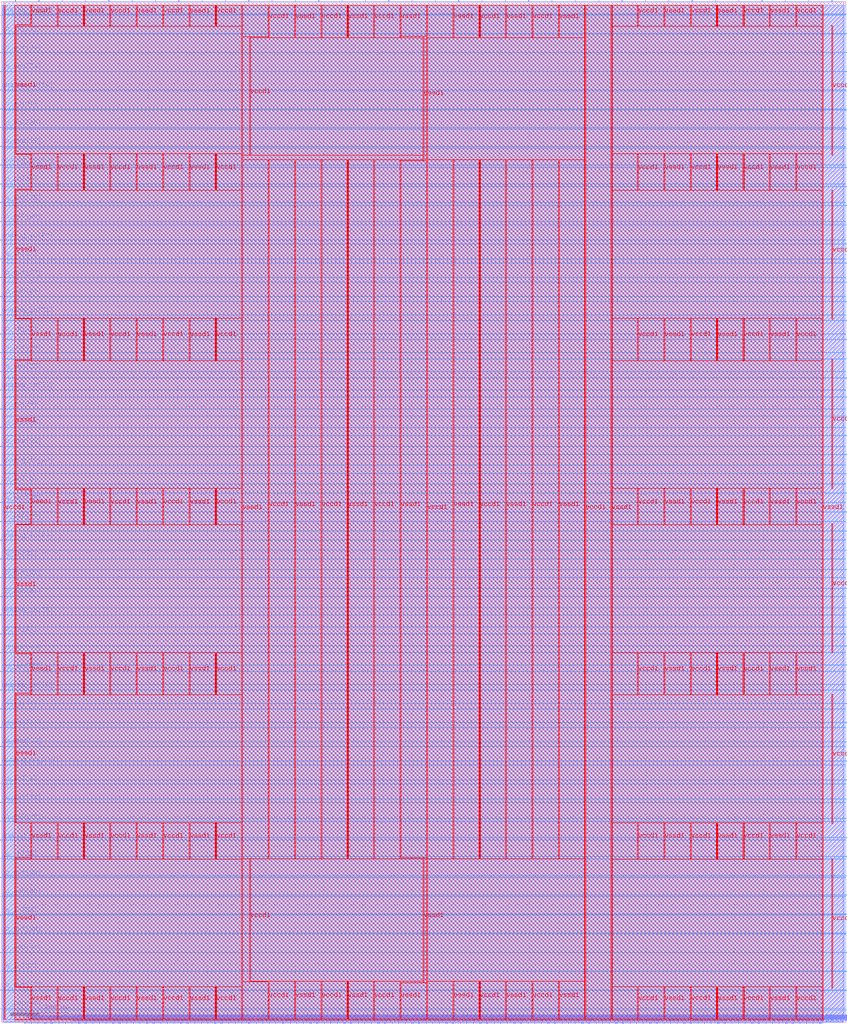
<source format=lef>
VERSION 5.7 ;
  NOWIREEXTENSIONATPIN ON ;
  DIVIDERCHAR "/" ;
  BUSBITCHARS "[]" ;
MACRO Marmot
  CLASS BLOCK ;
  FOREIGN Marmot ;
  ORIGIN 0.000 0.000 ;
  SIZE 2880.000 BY 3480.000 ;
  PIN analog_io[0]
    DIRECTION INOUT ;
    USE SIGNAL ;
    PORT
      LAYER met3 ;
        RECT 2879.000 1412.780 2884.800 1413.980 ;
    END
  END analog_io[0]
  PIN analog_io[10]
    DIRECTION INOUT ;
    USE SIGNAL ;
    PORT
      LAYER met2 ;
        RECT 2195.530 3479.000 2196.090 3484.800 ;
    END
  END analog_io[10]
  PIN analog_io[11]
    DIRECTION INOUT ;
    USE SIGNAL ;
    PORT
      LAYER met2 ;
        RECT 1877.210 3479.000 1877.770 3484.800 ;
    END
  END analog_io[11]
  PIN analog_io[12]
    DIRECTION INOUT ;
    USE SIGNAL ;
    PORT
      LAYER met2 ;
        RECT 1558.890 3479.000 1559.450 3484.800 ;
    END
  END analog_io[12]
  PIN analog_io[13]
    DIRECTION INOUT ;
    USE SIGNAL ;
    PORT
      LAYER met2 ;
        RECT 1240.570 3479.000 1241.130 3484.800 ;
    END
  END analog_io[13]
  PIN analog_io[14]
    DIRECTION INOUT ;
    USE SIGNAL ;
    PORT
      LAYER met2 ;
        RECT 922.250 3479.000 922.810 3484.800 ;
    END
  END analog_io[14]
  PIN analog_io[15]
    DIRECTION INOUT ;
    USE SIGNAL ;
    PORT
      LAYER met2 ;
        RECT 603.930 3479.000 604.490 3484.800 ;
    END
  END analog_io[15]
  PIN analog_io[16]
    DIRECTION INOUT ;
    USE SIGNAL ;
    PORT
      LAYER met2 ;
        RECT 285.610 3479.000 286.170 3484.800 ;
    END
  END analog_io[16]
  PIN analog_io[17]
    DIRECTION INOUT ;
    USE SIGNAL ;
    PORT
      LAYER met3 ;
        RECT -4.800 3433.060 1.000 3434.260 ;
    END
  END analog_io[17]
  PIN analog_io[18]
    DIRECTION INOUT ;
    USE SIGNAL ;
    PORT
      LAYER met3 ;
        RECT -4.800 3177.380 1.000 3178.580 ;
    END
  END analog_io[18]
  PIN analog_io[19]
    DIRECTION INOUT ;
    USE SIGNAL ;
    PORT
      LAYER met3 ;
        RECT -4.800 2921.700 1.000 2922.900 ;
    END
  END analog_io[19]
  PIN analog_io[1]
    DIRECTION INOUT ;
    USE SIGNAL ;
    PORT
      LAYER met3 ;
        RECT 2879.000 1673.900 2884.800 1675.100 ;
    END
  END analog_io[1]
  PIN analog_io[20]
    DIRECTION INOUT ;
    USE SIGNAL ;
    PORT
      LAYER met3 ;
        RECT -4.800 2666.020 1.000 2667.220 ;
    END
  END analog_io[20]
  PIN analog_io[21]
    DIRECTION INOUT ;
    USE SIGNAL ;
    PORT
      LAYER met3 ;
        RECT -4.800 2410.340 1.000 2411.540 ;
    END
  END analog_io[21]
  PIN analog_io[22]
    DIRECTION INOUT ;
    USE SIGNAL ;
    PORT
      LAYER met3 ;
        RECT -4.800 2154.660 1.000 2155.860 ;
    END
  END analog_io[22]
  PIN analog_io[23]
    DIRECTION INOUT ;
    USE SIGNAL ;
    PORT
      LAYER met3 ;
        RECT -4.800 1898.980 1.000 1900.180 ;
    END
  END analog_io[23]
  PIN analog_io[24]
    DIRECTION INOUT ;
    USE SIGNAL ;
    PORT
      LAYER met3 ;
        RECT -4.800 1643.300 1.000 1644.500 ;
    END
  END analog_io[24]
  PIN analog_io[25]
    DIRECTION INOUT ;
    USE SIGNAL ;
    PORT
      LAYER met3 ;
        RECT -4.800 1387.620 1.000 1388.820 ;
    END
  END analog_io[25]
  PIN analog_io[26]
    DIRECTION INOUT ;
    USE SIGNAL ;
    PORT
      LAYER met3 ;
        RECT -4.800 1131.940 1.000 1133.140 ;
    END
  END analog_io[26]
  PIN analog_io[27]
    DIRECTION INOUT ;
    USE SIGNAL ;
    PORT
      LAYER met3 ;
        RECT -4.800 876.260 1.000 877.460 ;
    END
  END analog_io[27]
  PIN analog_io[28]
    DIRECTION INOUT ;
    USE SIGNAL ;
    PORT
      LAYER met3 ;
        RECT -4.800 620.580 1.000 621.780 ;
    END
  END analog_io[28]
  PIN analog_io[2]
    DIRECTION INOUT ;
    USE SIGNAL ;
    PORT
      LAYER met3 ;
        RECT 2879.000 1935.020 2884.800 1936.220 ;
    END
  END analog_io[2]
  PIN analog_io[3]
    DIRECTION INOUT ;
    USE SIGNAL ;
    PORT
      LAYER met3 ;
        RECT 2879.000 2196.140 2884.800 2197.340 ;
    END
  END analog_io[3]
  PIN analog_io[4]
    DIRECTION INOUT ;
    USE SIGNAL ;
    PORT
      LAYER met3 ;
        RECT 2879.000 2457.260 2884.800 2458.460 ;
    END
  END analog_io[4]
  PIN analog_io[5]
    DIRECTION INOUT ;
    USE SIGNAL ;
    PORT
      LAYER met3 ;
        RECT 2879.000 2718.380 2884.800 2719.580 ;
    END
  END analog_io[5]
  PIN analog_io[6]
    DIRECTION INOUT ;
    USE SIGNAL ;
    PORT
      LAYER met3 ;
        RECT 2879.000 2979.500 2884.800 2980.700 ;
    END
  END analog_io[6]
  PIN analog_io[7]
    DIRECTION INOUT ;
    USE SIGNAL ;
    PORT
      LAYER met3 ;
        RECT 2879.000 3240.620 2884.800 3241.820 ;
    END
  END analog_io[7]
  PIN analog_io[8]
    DIRECTION INOUT ;
    USE SIGNAL ;
    PORT
      LAYER met2 ;
        RECT 2832.170 3479.000 2832.730 3484.800 ;
    END
  END analog_io[8]
  PIN analog_io[9]
    DIRECTION INOUT ;
    USE SIGNAL ;
    PORT
      LAYER met2 ;
        RECT 2513.850 3479.000 2514.410 3484.800 ;
    END
  END analog_io[9]
  PIN io_in[0]
    DIRECTION INPUT ;
    USE SIGNAL ;
    PORT
      LAYER met3 ;
        RECT 2879.000 41.900 2884.800 43.100 ;
    END
  END io_in[0]
  PIN io_in[10]
    DIRECTION INPUT ;
    USE SIGNAL ;
    PORT
      LAYER met3 ;
        RECT 2879.000 2261.420 2884.800 2262.620 ;
    END
  END io_in[10]
  PIN io_in[11]
    DIRECTION INPUT ;
    USE SIGNAL ;
    PORT
      LAYER met3 ;
        RECT 2879.000 2522.540 2884.800 2523.740 ;
    END
  END io_in[11]
  PIN io_in[12]
    DIRECTION INPUT ;
    USE SIGNAL ;
    PORT
      LAYER met3 ;
        RECT 2879.000 2783.660 2884.800 2784.860 ;
    END
  END io_in[12]
  PIN io_in[13]
    DIRECTION INPUT ;
    USE SIGNAL ;
    PORT
      LAYER met3 ;
        RECT 2879.000 3044.780 2884.800 3045.980 ;
    END
  END io_in[13]
  PIN io_in[14]
    DIRECTION INPUT ;
    USE SIGNAL ;
    PORT
      LAYER met3 ;
        RECT 2879.000 3305.900 2884.800 3307.100 ;
    END
  END io_in[14]
  PIN io_in[15]
    DIRECTION INPUT ;
    USE SIGNAL ;
    PORT
      LAYER met2 ;
        RECT 2752.590 3479.000 2753.150 3484.800 ;
    END
  END io_in[15]
  PIN io_in[16]
    DIRECTION INPUT ;
    USE SIGNAL ;
    PORT
      LAYER met2 ;
        RECT 2434.270 3479.000 2434.830 3484.800 ;
    END
  END io_in[16]
  PIN io_in[17]
    DIRECTION INPUT ;
    USE SIGNAL ;
    PORT
      LAYER met2 ;
        RECT 2115.950 3479.000 2116.510 3484.800 ;
    END
  END io_in[17]
  PIN io_in[18]
    DIRECTION INPUT ;
    USE SIGNAL ;
    PORT
      LAYER met2 ;
        RECT 1797.630 3479.000 1798.190 3484.800 ;
    END
  END io_in[18]
  PIN io_in[19]
    DIRECTION INPUT ;
    USE SIGNAL ;
    PORT
      LAYER met2 ;
        RECT 1479.310 3479.000 1479.870 3484.800 ;
    END
  END io_in[19]
  PIN io_in[1]
    DIRECTION INPUT ;
    USE SIGNAL ;
    PORT
      LAYER met3 ;
        RECT 2879.000 237.740 2884.800 238.940 ;
    END
  END io_in[1]
  PIN io_in[20]
    DIRECTION INPUT ;
    USE SIGNAL ;
    PORT
      LAYER met2 ;
        RECT 1160.990 3479.000 1161.550 3484.800 ;
    END
  END io_in[20]
  PIN io_in[21]
    DIRECTION INPUT ;
    USE SIGNAL ;
    PORT
      LAYER met2 ;
        RECT 842.670 3479.000 843.230 3484.800 ;
    END
  END io_in[21]
  PIN io_in[22]
    DIRECTION INPUT ;
    USE SIGNAL ;
    PORT
      LAYER met2 ;
        RECT 524.350 3479.000 524.910 3484.800 ;
    END
  END io_in[22]
  PIN io_in[23]
    DIRECTION INPUT ;
    USE SIGNAL ;
    PORT
      LAYER met2 ;
        RECT 206.030 3479.000 206.590 3484.800 ;
    END
  END io_in[23]
  PIN io_in[24]
    DIRECTION INPUT ;
    USE SIGNAL ;
    PORT
      LAYER met3 ;
        RECT -4.800 3369.140 1.000 3370.340 ;
    END
  END io_in[24]
  PIN io_in[25]
    DIRECTION INPUT ;
    USE SIGNAL ;
    PORT
      LAYER met3 ;
        RECT -4.800 3113.460 1.000 3114.660 ;
    END
  END io_in[25]
  PIN io_in[26]
    DIRECTION INPUT ;
    USE SIGNAL ;
    PORT
      LAYER met3 ;
        RECT -4.800 2857.780 1.000 2858.980 ;
    END
  END io_in[26]
  PIN io_in[27]
    DIRECTION INPUT ;
    USE SIGNAL ;
    PORT
      LAYER met3 ;
        RECT -4.800 2602.100 1.000 2603.300 ;
    END
  END io_in[27]
  PIN io_in[28]
    DIRECTION INPUT ;
    USE SIGNAL ;
    PORT
      LAYER met3 ;
        RECT -4.800 2346.420 1.000 2347.620 ;
    END
  END io_in[28]
  PIN io_in[29]
    DIRECTION INPUT ;
    USE SIGNAL ;
    PORT
      LAYER met3 ;
        RECT -4.800 2090.740 1.000 2091.940 ;
    END
  END io_in[29]
  PIN io_in[2]
    DIRECTION INPUT ;
    USE SIGNAL ;
    PORT
      LAYER met3 ;
        RECT 2879.000 433.580 2884.800 434.780 ;
    END
  END io_in[2]
  PIN io_in[30]
    DIRECTION INPUT ;
    USE SIGNAL ;
    PORT
      LAYER met3 ;
        RECT -4.800 1835.060 1.000 1836.260 ;
    END
  END io_in[30]
  PIN io_in[31]
    DIRECTION INPUT ;
    USE SIGNAL ;
    PORT
      LAYER met3 ;
        RECT -4.800 1579.380 1.000 1580.580 ;
    END
  END io_in[31]
  PIN io_in[32]
    DIRECTION INPUT ;
    USE SIGNAL ;
    PORT
      LAYER met3 ;
        RECT -4.800 1323.700 1.000 1324.900 ;
    END
  END io_in[32]
  PIN io_in[33]
    DIRECTION INPUT ;
    USE SIGNAL ;
    PORT
      LAYER met3 ;
        RECT -4.800 1068.020 1.000 1069.220 ;
    END
  END io_in[33]
  PIN io_in[34]
    DIRECTION INPUT ;
    USE SIGNAL ;
    PORT
      LAYER met3 ;
        RECT -4.800 812.340 1.000 813.540 ;
    END
  END io_in[34]
  PIN io_in[35]
    DIRECTION INPUT ;
    USE SIGNAL ;
    PORT
      LAYER met3 ;
        RECT -4.800 556.660 1.000 557.860 ;
    END
  END io_in[35]
  PIN io_in[36]
    DIRECTION INPUT ;
    USE SIGNAL ;
    PORT
      LAYER met3 ;
        RECT -4.800 364.900 1.000 366.100 ;
    END
  END io_in[36]
  PIN io_in[37]
    DIRECTION INPUT ;
    USE SIGNAL ;
    PORT
      LAYER met3 ;
        RECT -4.800 173.140 1.000 174.340 ;
    END
  END io_in[37]
  PIN io_in[3]
    DIRECTION INPUT ;
    USE SIGNAL ;
    PORT
      LAYER met3 ;
        RECT 2879.000 629.420 2884.800 630.620 ;
    END
  END io_in[3]
  PIN io_in[4]
    DIRECTION INPUT ;
    USE SIGNAL ;
    PORT
      LAYER met3 ;
        RECT 2879.000 825.260 2884.800 826.460 ;
    END
  END io_in[4]
  PIN io_in[5]
    DIRECTION INPUT ;
    USE SIGNAL ;
    PORT
      LAYER met3 ;
        RECT 2879.000 1021.100 2884.800 1022.300 ;
    END
  END io_in[5]
  PIN io_in[6]
    DIRECTION INPUT ;
    USE SIGNAL ;
    PORT
      LAYER met3 ;
        RECT 2879.000 1216.940 2884.800 1218.140 ;
    END
  END io_in[6]
  PIN io_in[7]
    DIRECTION INPUT ;
    USE SIGNAL ;
    PORT
      LAYER met3 ;
        RECT 2879.000 1478.060 2884.800 1479.260 ;
    END
  END io_in[7]
  PIN io_in[8]
    DIRECTION INPUT ;
    USE SIGNAL ;
    PORT
      LAYER met3 ;
        RECT 2879.000 1739.180 2884.800 1740.380 ;
    END
  END io_in[8]
  PIN io_in[9]
    DIRECTION INPUT ;
    USE SIGNAL ;
    PORT
      LAYER met3 ;
        RECT 2879.000 2000.300 2884.800 2001.500 ;
    END
  END io_in[9]
  PIN io_oeb[0]
    DIRECTION OUTPUT TRISTATE ;
    USE SIGNAL ;
    PORT
      LAYER met3 ;
        RECT 2879.000 172.460 2884.800 173.660 ;
    END
  END io_oeb[0]
  PIN io_oeb[10]
    DIRECTION OUTPUT TRISTATE ;
    USE SIGNAL ;
    PORT
      LAYER met3 ;
        RECT 2879.000 2391.980 2884.800 2393.180 ;
    END
  END io_oeb[10]
  PIN io_oeb[11]
    DIRECTION OUTPUT TRISTATE ;
    USE SIGNAL ;
    PORT
      LAYER met3 ;
        RECT 2879.000 2653.100 2884.800 2654.300 ;
    END
  END io_oeb[11]
  PIN io_oeb[12]
    DIRECTION OUTPUT TRISTATE ;
    USE SIGNAL ;
    PORT
      LAYER met3 ;
        RECT 2879.000 2914.220 2884.800 2915.420 ;
    END
  END io_oeb[12]
  PIN io_oeb[13]
    DIRECTION OUTPUT TRISTATE ;
    USE SIGNAL ;
    PORT
      LAYER met3 ;
        RECT 2879.000 3175.340 2884.800 3176.540 ;
    END
  END io_oeb[13]
  PIN io_oeb[14]
    DIRECTION OUTPUT TRISTATE ;
    USE SIGNAL ;
    PORT
      LAYER met3 ;
        RECT 2879.000 3436.460 2884.800 3437.660 ;
    END
  END io_oeb[14]
  PIN io_oeb[15]
    DIRECTION OUTPUT TRISTATE ;
    USE SIGNAL ;
    PORT
      LAYER met2 ;
        RECT 2593.430 3479.000 2593.990 3484.800 ;
    END
  END io_oeb[15]
  PIN io_oeb[16]
    DIRECTION OUTPUT TRISTATE ;
    USE SIGNAL ;
    PORT
      LAYER met2 ;
        RECT 2275.110 3479.000 2275.670 3484.800 ;
    END
  END io_oeb[16]
  PIN io_oeb[17]
    DIRECTION OUTPUT TRISTATE ;
    USE SIGNAL ;
    PORT
      LAYER met2 ;
        RECT 1956.790 3479.000 1957.350 3484.800 ;
    END
  END io_oeb[17]
  PIN io_oeb[18]
    DIRECTION OUTPUT TRISTATE ;
    USE SIGNAL ;
    PORT
      LAYER met2 ;
        RECT 1638.470 3479.000 1639.030 3484.800 ;
    END
  END io_oeb[18]
  PIN io_oeb[19]
    DIRECTION OUTPUT TRISTATE ;
    USE SIGNAL ;
    PORT
      LAYER met2 ;
        RECT 1320.150 3479.000 1320.710 3484.800 ;
    END
  END io_oeb[19]
  PIN io_oeb[1]
    DIRECTION OUTPUT TRISTATE ;
    USE SIGNAL ;
    PORT
      LAYER met3 ;
        RECT 2879.000 368.300 2884.800 369.500 ;
    END
  END io_oeb[1]
  PIN io_oeb[20]
    DIRECTION OUTPUT TRISTATE ;
    USE SIGNAL ;
    PORT
      LAYER met2 ;
        RECT 1001.830 3479.000 1002.390 3484.800 ;
    END
  END io_oeb[20]
  PIN io_oeb[21]
    DIRECTION OUTPUT TRISTATE ;
    USE SIGNAL ;
    PORT
      LAYER met2 ;
        RECT 683.510 3479.000 684.070 3484.800 ;
    END
  END io_oeb[21]
  PIN io_oeb[22]
    DIRECTION OUTPUT TRISTATE ;
    USE SIGNAL ;
    PORT
      LAYER met2 ;
        RECT 365.190 3479.000 365.750 3484.800 ;
    END
  END io_oeb[22]
  PIN io_oeb[23]
    DIRECTION OUTPUT TRISTATE ;
    USE SIGNAL ;
    PORT
      LAYER met2 ;
        RECT 46.870 3479.000 47.430 3484.800 ;
    END
  END io_oeb[23]
  PIN io_oeb[24]
    DIRECTION OUTPUT TRISTATE ;
    USE SIGNAL ;
    PORT
      LAYER met3 ;
        RECT -4.800 3241.300 1.000 3242.500 ;
    END
  END io_oeb[24]
  PIN io_oeb[25]
    DIRECTION OUTPUT TRISTATE ;
    USE SIGNAL ;
    PORT
      LAYER met3 ;
        RECT -4.800 2985.620 1.000 2986.820 ;
    END
  END io_oeb[25]
  PIN io_oeb[26]
    DIRECTION OUTPUT TRISTATE ;
    USE SIGNAL ;
    PORT
      LAYER met3 ;
        RECT -4.800 2729.940 1.000 2731.140 ;
    END
  END io_oeb[26]
  PIN io_oeb[27]
    DIRECTION OUTPUT TRISTATE ;
    USE SIGNAL ;
    PORT
      LAYER met3 ;
        RECT -4.800 2474.260 1.000 2475.460 ;
    END
  END io_oeb[27]
  PIN io_oeb[28]
    DIRECTION OUTPUT TRISTATE ;
    USE SIGNAL ;
    PORT
      LAYER met3 ;
        RECT -4.800 2218.580 1.000 2219.780 ;
    END
  END io_oeb[28]
  PIN io_oeb[29]
    DIRECTION OUTPUT TRISTATE ;
    USE SIGNAL ;
    PORT
      LAYER met3 ;
        RECT -4.800 1962.900 1.000 1964.100 ;
    END
  END io_oeb[29]
  PIN io_oeb[2]
    DIRECTION OUTPUT TRISTATE ;
    USE SIGNAL ;
    PORT
      LAYER met3 ;
        RECT 2879.000 564.140 2884.800 565.340 ;
    END
  END io_oeb[2]
  PIN io_oeb[30]
    DIRECTION OUTPUT TRISTATE ;
    USE SIGNAL ;
    PORT
      LAYER met3 ;
        RECT -4.800 1707.220 1.000 1708.420 ;
    END
  END io_oeb[30]
  PIN io_oeb[31]
    DIRECTION OUTPUT TRISTATE ;
    USE SIGNAL ;
    PORT
      LAYER met3 ;
        RECT -4.800 1451.540 1.000 1452.740 ;
    END
  END io_oeb[31]
  PIN io_oeb[32]
    DIRECTION OUTPUT TRISTATE ;
    USE SIGNAL ;
    PORT
      LAYER met3 ;
        RECT -4.800 1195.860 1.000 1197.060 ;
    END
  END io_oeb[32]
  PIN io_oeb[33]
    DIRECTION OUTPUT TRISTATE ;
    USE SIGNAL ;
    PORT
      LAYER met3 ;
        RECT -4.800 940.180 1.000 941.380 ;
    END
  END io_oeb[33]
  PIN io_oeb[34]
    DIRECTION OUTPUT TRISTATE ;
    USE SIGNAL ;
    PORT
      LAYER met3 ;
        RECT -4.800 684.500 1.000 685.700 ;
    END
  END io_oeb[34]
  PIN io_oeb[35]
    DIRECTION OUTPUT TRISTATE ;
    USE SIGNAL ;
    PORT
      LAYER met3 ;
        RECT -4.800 428.820 1.000 430.020 ;
    END
  END io_oeb[35]
  PIN io_oeb[36]
    DIRECTION OUTPUT TRISTATE ;
    USE SIGNAL ;
    PORT
      LAYER met3 ;
        RECT -4.800 237.060 1.000 238.260 ;
    END
  END io_oeb[36]
  PIN io_oeb[37]
    DIRECTION OUTPUT TRISTATE ;
    USE SIGNAL ;
    PORT
      LAYER met3 ;
        RECT -4.800 45.300 1.000 46.500 ;
    END
  END io_oeb[37]
  PIN io_oeb[3]
    DIRECTION OUTPUT TRISTATE ;
    USE SIGNAL ;
    PORT
      LAYER met3 ;
        RECT 2879.000 759.980 2884.800 761.180 ;
    END
  END io_oeb[3]
  PIN io_oeb[4]
    DIRECTION OUTPUT TRISTATE ;
    USE SIGNAL ;
    PORT
      LAYER met3 ;
        RECT 2879.000 955.820 2884.800 957.020 ;
    END
  END io_oeb[4]
  PIN io_oeb[5]
    DIRECTION OUTPUT TRISTATE ;
    USE SIGNAL ;
    PORT
      LAYER met3 ;
        RECT 2879.000 1151.660 2884.800 1152.860 ;
    END
  END io_oeb[5]
  PIN io_oeb[6]
    DIRECTION OUTPUT TRISTATE ;
    USE SIGNAL ;
    PORT
      LAYER met3 ;
        RECT 2879.000 1347.500 2884.800 1348.700 ;
    END
  END io_oeb[6]
  PIN io_oeb[7]
    DIRECTION OUTPUT TRISTATE ;
    USE SIGNAL ;
    PORT
      LAYER met3 ;
        RECT 2879.000 1608.620 2884.800 1609.820 ;
    END
  END io_oeb[7]
  PIN io_oeb[8]
    DIRECTION OUTPUT TRISTATE ;
    USE SIGNAL ;
    PORT
      LAYER met3 ;
        RECT 2879.000 1869.740 2884.800 1870.940 ;
    END
  END io_oeb[8]
  PIN io_oeb[9]
    DIRECTION OUTPUT TRISTATE ;
    USE SIGNAL ;
    PORT
      LAYER met3 ;
        RECT 2879.000 2130.860 2884.800 2132.060 ;
    END
  END io_oeb[9]
  PIN io_out[0]
    DIRECTION OUTPUT TRISTATE ;
    USE SIGNAL ;
    PORT
      LAYER met3 ;
        RECT 2879.000 107.180 2884.800 108.380 ;
    END
  END io_out[0]
  PIN io_out[10]
    DIRECTION OUTPUT TRISTATE ;
    USE SIGNAL ;
    PORT
      LAYER met3 ;
        RECT 2879.000 2326.700 2884.800 2327.900 ;
    END
  END io_out[10]
  PIN io_out[11]
    DIRECTION OUTPUT TRISTATE ;
    USE SIGNAL ;
    PORT
      LAYER met3 ;
        RECT 2879.000 2587.820 2884.800 2589.020 ;
    END
  END io_out[11]
  PIN io_out[12]
    DIRECTION OUTPUT TRISTATE ;
    USE SIGNAL ;
    PORT
      LAYER met3 ;
        RECT 2879.000 2848.940 2884.800 2850.140 ;
    END
  END io_out[12]
  PIN io_out[13]
    DIRECTION OUTPUT TRISTATE ;
    USE SIGNAL ;
    PORT
      LAYER met3 ;
        RECT 2879.000 3110.060 2884.800 3111.260 ;
    END
  END io_out[13]
  PIN io_out[14]
    DIRECTION OUTPUT TRISTATE ;
    USE SIGNAL ;
    PORT
      LAYER met3 ;
        RECT 2879.000 3371.180 2884.800 3372.380 ;
    END
  END io_out[14]
  PIN io_out[15]
    DIRECTION OUTPUT TRISTATE ;
    USE SIGNAL ;
    PORT
      LAYER met2 ;
        RECT 2673.010 3479.000 2673.570 3484.800 ;
    END
  END io_out[15]
  PIN io_out[16]
    DIRECTION OUTPUT TRISTATE ;
    USE SIGNAL ;
    PORT
      LAYER met2 ;
        RECT 2354.690 3479.000 2355.250 3484.800 ;
    END
  END io_out[16]
  PIN io_out[17]
    DIRECTION OUTPUT TRISTATE ;
    USE SIGNAL ;
    PORT
      LAYER met2 ;
        RECT 2036.370 3479.000 2036.930 3484.800 ;
    END
  END io_out[17]
  PIN io_out[18]
    DIRECTION OUTPUT TRISTATE ;
    USE SIGNAL ;
    PORT
      LAYER met2 ;
        RECT 1718.050 3479.000 1718.610 3484.800 ;
    END
  END io_out[18]
  PIN io_out[19]
    DIRECTION OUTPUT TRISTATE ;
    USE SIGNAL ;
    PORT
      LAYER met2 ;
        RECT 1399.730 3479.000 1400.290 3484.800 ;
    END
  END io_out[19]
  PIN io_out[1]
    DIRECTION OUTPUT TRISTATE ;
    USE SIGNAL ;
    PORT
      LAYER met3 ;
        RECT 2879.000 303.020 2884.800 304.220 ;
    END
  END io_out[1]
  PIN io_out[20]
    DIRECTION OUTPUT TRISTATE ;
    USE SIGNAL ;
    PORT
      LAYER met2 ;
        RECT 1081.410 3479.000 1081.970 3484.800 ;
    END
  END io_out[20]
  PIN io_out[21]
    DIRECTION OUTPUT TRISTATE ;
    USE SIGNAL ;
    PORT
      LAYER met2 ;
        RECT 763.090 3479.000 763.650 3484.800 ;
    END
  END io_out[21]
  PIN io_out[22]
    DIRECTION OUTPUT TRISTATE ;
    USE SIGNAL ;
    PORT
      LAYER met2 ;
        RECT 444.770 3479.000 445.330 3484.800 ;
    END
  END io_out[22]
  PIN io_out[23]
    DIRECTION OUTPUT TRISTATE ;
    USE SIGNAL ;
    PORT
      LAYER met2 ;
        RECT 126.450 3479.000 127.010 3484.800 ;
    END
  END io_out[23]
  PIN io_out[24]
    DIRECTION OUTPUT TRISTATE ;
    USE SIGNAL ;
    PORT
      LAYER met3 ;
        RECT -4.800 3305.220 1.000 3306.420 ;
    END
  END io_out[24]
  PIN io_out[25]
    DIRECTION OUTPUT TRISTATE ;
    USE SIGNAL ;
    PORT
      LAYER met3 ;
        RECT -4.800 3049.540 1.000 3050.740 ;
    END
  END io_out[25]
  PIN io_out[26]
    DIRECTION OUTPUT TRISTATE ;
    USE SIGNAL ;
    PORT
      LAYER met3 ;
        RECT -4.800 2793.860 1.000 2795.060 ;
    END
  END io_out[26]
  PIN io_out[27]
    DIRECTION OUTPUT TRISTATE ;
    USE SIGNAL ;
    PORT
      LAYER met3 ;
        RECT -4.800 2538.180 1.000 2539.380 ;
    END
  END io_out[27]
  PIN io_out[28]
    DIRECTION OUTPUT TRISTATE ;
    USE SIGNAL ;
    PORT
      LAYER met3 ;
        RECT -4.800 2282.500 1.000 2283.700 ;
    END
  END io_out[28]
  PIN io_out[29]
    DIRECTION OUTPUT TRISTATE ;
    USE SIGNAL ;
    PORT
      LAYER met3 ;
        RECT -4.800 2026.820 1.000 2028.020 ;
    END
  END io_out[29]
  PIN io_out[2]
    DIRECTION OUTPUT TRISTATE ;
    USE SIGNAL ;
    PORT
      LAYER met3 ;
        RECT 2879.000 498.860 2884.800 500.060 ;
    END
  END io_out[2]
  PIN io_out[30]
    DIRECTION OUTPUT TRISTATE ;
    USE SIGNAL ;
    PORT
      LAYER met3 ;
        RECT -4.800 1771.140 1.000 1772.340 ;
    END
  END io_out[30]
  PIN io_out[31]
    DIRECTION OUTPUT TRISTATE ;
    USE SIGNAL ;
    PORT
      LAYER met3 ;
        RECT -4.800 1515.460 1.000 1516.660 ;
    END
  END io_out[31]
  PIN io_out[32]
    DIRECTION OUTPUT TRISTATE ;
    USE SIGNAL ;
    PORT
      LAYER met3 ;
        RECT -4.800 1259.780 1.000 1260.980 ;
    END
  END io_out[32]
  PIN io_out[33]
    DIRECTION OUTPUT TRISTATE ;
    USE SIGNAL ;
    PORT
      LAYER met3 ;
        RECT -4.800 1004.100 1.000 1005.300 ;
    END
  END io_out[33]
  PIN io_out[34]
    DIRECTION OUTPUT TRISTATE ;
    USE SIGNAL ;
    PORT
      LAYER met3 ;
        RECT -4.800 748.420 1.000 749.620 ;
    END
  END io_out[34]
  PIN io_out[35]
    DIRECTION OUTPUT TRISTATE ;
    USE SIGNAL ;
    PORT
      LAYER met3 ;
        RECT -4.800 492.740 1.000 493.940 ;
    END
  END io_out[35]
  PIN io_out[36]
    DIRECTION OUTPUT TRISTATE ;
    USE SIGNAL ;
    PORT
      LAYER met3 ;
        RECT -4.800 300.980 1.000 302.180 ;
    END
  END io_out[36]
  PIN io_out[37]
    DIRECTION OUTPUT TRISTATE ;
    USE SIGNAL ;
    PORT
      LAYER met3 ;
        RECT -4.800 109.220 1.000 110.420 ;
    END
  END io_out[37]
  PIN io_out[3]
    DIRECTION OUTPUT TRISTATE ;
    USE SIGNAL ;
    PORT
      LAYER met3 ;
        RECT 2879.000 694.700 2884.800 695.900 ;
    END
  END io_out[3]
  PIN io_out[4]
    DIRECTION OUTPUT TRISTATE ;
    USE SIGNAL ;
    PORT
      LAYER met3 ;
        RECT 2879.000 890.540 2884.800 891.740 ;
    END
  END io_out[4]
  PIN io_out[5]
    DIRECTION OUTPUT TRISTATE ;
    USE SIGNAL ;
    PORT
      LAYER met3 ;
        RECT 2879.000 1086.380 2884.800 1087.580 ;
    END
  END io_out[5]
  PIN io_out[6]
    DIRECTION OUTPUT TRISTATE ;
    USE SIGNAL ;
    PORT
      LAYER met3 ;
        RECT 2879.000 1282.220 2884.800 1283.420 ;
    END
  END io_out[6]
  PIN io_out[7]
    DIRECTION OUTPUT TRISTATE ;
    USE SIGNAL ;
    PORT
      LAYER met3 ;
        RECT 2879.000 1543.340 2884.800 1544.540 ;
    END
  END io_out[7]
  PIN io_out[8]
    DIRECTION OUTPUT TRISTATE ;
    USE SIGNAL ;
    PORT
      LAYER met3 ;
        RECT 2879.000 1804.460 2884.800 1805.660 ;
    END
  END io_out[8]
  PIN io_out[9]
    DIRECTION OUTPUT TRISTATE ;
    USE SIGNAL ;
    PORT
      LAYER met3 ;
        RECT 2879.000 2065.580 2884.800 2066.780 ;
    END
  END io_out[9]
  PIN la_data_in[0]
    DIRECTION INPUT ;
    USE SIGNAL ;
    PORT
      LAYER met2 ;
        RECT 664.190 -4.800 664.750 1.000 ;
    END
  END la_data_in[0]
  PIN la_data_in[100]
    DIRECTION INPUT ;
    USE SIGNAL ;
    PORT
      LAYER met2 ;
        RECT 2320.190 -4.800 2320.750 1.000 ;
    END
  END la_data_in[100]
  PIN la_data_in[101]
    DIRECTION INPUT ;
    USE SIGNAL ;
    PORT
      LAYER met2 ;
        RECT 2336.750 -4.800 2337.310 1.000 ;
    END
  END la_data_in[101]
  PIN la_data_in[102]
    DIRECTION INPUT ;
    USE SIGNAL ;
    PORT
      LAYER met2 ;
        RECT 2353.310 -4.800 2353.870 1.000 ;
    END
  END la_data_in[102]
  PIN la_data_in[103]
    DIRECTION INPUT ;
    USE SIGNAL ;
    PORT
      LAYER met2 ;
        RECT 2369.870 -4.800 2370.430 1.000 ;
    END
  END la_data_in[103]
  PIN la_data_in[104]
    DIRECTION INPUT ;
    USE SIGNAL ;
    PORT
      LAYER met2 ;
        RECT 2386.430 -4.800 2386.990 1.000 ;
    END
  END la_data_in[104]
  PIN la_data_in[105]
    DIRECTION INPUT ;
    USE SIGNAL ;
    PORT
      LAYER met2 ;
        RECT 2402.990 -4.800 2403.550 1.000 ;
    END
  END la_data_in[105]
  PIN la_data_in[106]
    DIRECTION INPUT ;
    USE SIGNAL ;
    PORT
      LAYER met2 ;
        RECT 2419.550 -4.800 2420.110 1.000 ;
    END
  END la_data_in[106]
  PIN la_data_in[107]
    DIRECTION INPUT ;
    USE SIGNAL ;
    PORT
      LAYER met2 ;
        RECT 2436.110 -4.800 2436.670 1.000 ;
    END
  END la_data_in[107]
  PIN la_data_in[108]
    DIRECTION INPUT ;
    USE SIGNAL ;
    PORT
      LAYER met2 ;
        RECT 2452.670 -4.800 2453.230 1.000 ;
    END
  END la_data_in[108]
  PIN la_data_in[109]
    DIRECTION INPUT ;
    USE SIGNAL ;
    PORT
      LAYER met2 ;
        RECT 2469.230 -4.800 2469.790 1.000 ;
    END
  END la_data_in[109]
  PIN la_data_in[10]
    DIRECTION INPUT ;
    USE SIGNAL ;
    PORT
      LAYER met2 ;
        RECT 829.790 -4.800 830.350 1.000 ;
    END
  END la_data_in[10]
  PIN la_data_in[110]
    DIRECTION INPUT ;
    USE SIGNAL ;
    PORT
      LAYER met2 ;
        RECT 2485.790 -4.800 2486.350 1.000 ;
    END
  END la_data_in[110]
  PIN la_data_in[111]
    DIRECTION INPUT ;
    USE SIGNAL ;
    PORT
      LAYER met2 ;
        RECT 2502.350 -4.800 2502.910 1.000 ;
    END
  END la_data_in[111]
  PIN la_data_in[112]
    DIRECTION INPUT ;
    USE SIGNAL ;
    PORT
      LAYER met2 ;
        RECT 2518.910 -4.800 2519.470 1.000 ;
    END
  END la_data_in[112]
  PIN la_data_in[113]
    DIRECTION INPUT ;
    USE SIGNAL ;
    PORT
      LAYER met2 ;
        RECT 2535.470 -4.800 2536.030 1.000 ;
    END
  END la_data_in[113]
  PIN la_data_in[114]
    DIRECTION INPUT ;
    USE SIGNAL ;
    PORT
      LAYER met2 ;
        RECT 2552.030 -4.800 2552.590 1.000 ;
    END
  END la_data_in[114]
  PIN la_data_in[115]
    DIRECTION INPUT ;
    USE SIGNAL ;
    PORT
      LAYER met2 ;
        RECT 2568.590 -4.800 2569.150 1.000 ;
    END
  END la_data_in[115]
  PIN la_data_in[116]
    DIRECTION INPUT ;
    USE SIGNAL ;
    PORT
      LAYER met2 ;
        RECT 2585.150 -4.800 2585.710 1.000 ;
    END
  END la_data_in[116]
  PIN la_data_in[117]
    DIRECTION INPUT ;
    USE SIGNAL ;
    PORT
      LAYER met2 ;
        RECT 2601.710 -4.800 2602.270 1.000 ;
    END
  END la_data_in[117]
  PIN la_data_in[118]
    DIRECTION INPUT ;
    USE SIGNAL ;
    PORT
      LAYER met2 ;
        RECT 2618.270 -4.800 2618.830 1.000 ;
    END
  END la_data_in[118]
  PIN la_data_in[119]
    DIRECTION INPUT ;
    USE SIGNAL ;
    PORT
      LAYER met2 ;
        RECT 2634.830 -4.800 2635.390 1.000 ;
    END
  END la_data_in[119]
  PIN la_data_in[11]
    DIRECTION INPUT ;
    USE SIGNAL ;
    PORT
      LAYER met2 ;
        RECT 846.350 -4.800 846.910 1.000 ;
    END
  END la_data_in[11]
  PIN la_data_in[120]
    DIRECTION INPUT ;
    USE SIGNAL ;
    PORT
      LAYER met2 ;
        RECT 2651.390 -4.800 2651.950 1.000 ;
    END
  END la_data_in[120]
  PIN la_data_in[121]
    DIRECTION INPUT ;
    USE SIGNAL ;
    PORT
      LAYER met2 ;
        RECT 2667.950 -4.800 2668.510 1.000 ;
    END
  END la_data_in[121]
  PIN la_data_in[122]
    DIRECTION INPUT ;
    USE SIGNAL ;
    PORT
      LAYER met2 ;
        RECT 2684.510 -4.800 2685.070 1.000 ;
    END
  END la_data_in[122]
  PIN la_data_in[123]
    DIRECTION INPUT ;
    USE SIGNAL ;
    PORT
      LAYER met2 ;
        RECT 2701.070 -4.800 2701.630 1.000 ;
    END
  END la_data_in[123]
  PIN la_data_in[124]
    DIRECTION INPUT ;
    USE SIGNAL ;
    PORT
      LAYER met2 ;
        RECT 2717.630 -4.800 2718.190 1.000 ;
    END
  END la_data_in[124]
  PIN la_data_in[125]
    DIRECTION INPUT ;
    USE SIGNAL ;
    PORT
      LAYER met2 ;
        RECT 2734.190 -4.800 2734.750 1.000 ;
    END
  END la_data_in[125]
  PIN la_data_in[126]
    DIRECTION INPUT ;
    USE SIGNAL ;
    PORT
      LAYER met2 ;
        RECT 2750.750 -4.800 2751.310 1.000 ;
    END
  END la_data_in[126]
  PIN la_data_in[127]
    DIRECTION INPUT ;
    USE SIGNAL ;
    PORT
      LAYER met2 ;
        RECT 2767.310 -4.800 2767.870 1.000 ;
    END
  END la_data_in[127]
  PIN la_data_in[12]
    DIRECTION INPUT ;
    USE SIGNAL ;
    PORT
      LAYER met2 ;
        RECT 862.910 -4.800 863.470 1.000 ;
    END
  END la_data_in[12]
  PIN la_data_in[13]
    DIRECTION INPUT ;
    USE SIGNAL ;
    PORT
      LAYER met2 ;
        RECT 879.470 -4.800 880.030 1.000 ;
    END
  END la_data_in[13]
  PIN la_data_in[14]
    DIRECTION INPUT ;
    USE SIGNAL ;
    PORT
      LAYER met2 ;
        RECT 896.030 -4.800 896.590 1.000 ;
    END
  END la_data_in[14]
  PIN la_data_in[15]
    DIRECTION INPUT ;
    USE SIGNAL ;
    PORT
      LAYER met2 ;
        RECT 912.590 -4.800 913.150 1.000 ;
    END
  END la_data_in[15]
  PIN la_data_in[16]
    DIRECTION INPUT ;
    USE SIGNAL ;
    PORT
      LAYER met2 ;
        RECT 929.150 -4.800 929.710 1.000 ;
    END
  END la_data_in[16]
  PIN la_data_in[17]
    DIRECTION INPUT ;
    USE SIGNAL ;
    PORT
      LAYER met2 ;
        RECT 945.710 -4.800 946.270 1.000 ;
    END
  END la_data_in[17]
  PIN la_data_in[18]
    DIRECTION INPUT ;
    USE SIGNAL ;
    PORT
      LAYER met2 ;
        RECT 962.270 -4.800 962.830 1.000 ;
    END
  END la_data_in[18]
  PIN la_data_in[19]
    DIRECTION INPUT ;
    USE SIGNAL ;
    PORT
      LAYER met2 ;
        RECT 978.830 -4.800 979.390 1.000 ;
    END
  END la_data_in[19]
  PIN la_data_in[1]
    DIRECTION INPUT ;
    USE SIGNAL ;
    PORT
      LAYER met2 ;
        RECT 680.750 -4.800 681.310 1.000 ;
    END
  END la_data_in[1]
  PIN la_data_in[20]
    DIRECTION INPUT ;
    USE SIGNAL ;
    PORT
      LAYER met2 ;
        RECT 995.390 -4.800 995.950 1.000 ;
    END
  END la_data_in[20]
  PIN la_data_in[21]
    DIRECTION INPUT ;
    USE SIGNAL ;
    PORT
      LAYER met2 ;
        RECT 1011.950 -4.800 1012.510 1.000 ;
    END
  END la_data_in[21]
  PIN la_data_in[22]
    DIRECTION INPUT ;
    USE SIGNAL ;
    PORT
      LAYER met2 ;
        RECT 1028.510 -4.800 1029.070 1.000 ;
    END
  END la_data_in[22]
  PIN la_data_in[23]
    DIRECTION INPUT ;
    USE SIGNAL ;
    PORT
      LAYER met2 ;
        RECT 1045.070 -4.800 1045.630 1.000 ;
    END
  END la_data_in[23]
  PIN la_data_in[24]
    DIRECTION INPUT ;
    USE SIGNAL ;
    PORT
      LAYER met2 ;
        RECT 1061.630 -4.800 1062.190 1.000 ;
    END
  END la_data_in[24]
  PIN la_data_in[25]
    DIRECTION INPUT ;
    USE SIGNAL ;
    PORT
      LAYER met2 ;
        RECT 1078.190 -4.800 1078.750 1.000 ;
    END
  END la_data_in[25]
  PIN la_data_in[26]
    DIRECTION INPUT ;
    USE SIGNAL ;
    PORT
      LAYER met2 ;
        RECT 1094.750 -4.800 1095.310 1.000 ;
    END
  END la_data_in[26]
  PIN la_data_in[27]
    DIRECTION INPUT ;
    USE SIGNAL ;
    PORT
      LAYER met2 ;
        RECT 1111.310 -4.800 1111.870 1.000 ;
    END
  END la_data_in[27]
  PIN la_data_in[28]
    DIRECTION INPUT ;
    USE SIGNAL ;
    PORT
      LAYER met2 ;
        RECT 1127.870 -4.800 1128.430 1.000 ;
    END
  END la_data_in[28]
  PIN la_data_in[29]
    DIRECTION INPUT ;
    USE SIGNAL ;
    PORT
      LAYER met2 ;
        RECT 1144.430 -4.800 1144.990 1.000 ;
    END
  END la_data_in[29]
  PIN la_data_in[2]
    DIRECTION INPUT ;
    USE SIGNAL ;
    PORT
      LAYER met2 ;
        RECT 697.310 -4.800 697.870 1.000 ;
    END
  END la_data_in[2]
  PIN la_data_in[30]
    DIRECTION INPUT ;
    USE SIGNAL ;
    PORT
      LAYER met2 ;
        RECT 1160.990 -4.800 1161.550 1.000 ;
    END
  END la_data_in[30]
  PIN la_data_in[31]
    DIRECTION INPUT ;
    USE SIGNAL ;
    PORT
      LAYER met2 ;
        RECT 1177.550 -4.800 1178.110 1.000 ;
    END
  END la_data_in[31]
  PIN la_data_in[32]
    DIRECTION INPUT ;
    USE SIGNAL ;
    PORT
      LAYER met2 ;
        RECT 1194.110 -4.800 1194.670 1.000 ;
    END
  END la_data_in[32]
  PIN la_data_in[33]
    DIRECTION INPUT ;
    USE SIGNAL ;
    PORT
      LAYER met2 ;
        RECT 1210.670 -4.800 1211.230 1.000 ;
    END
  END la_data_in[33]
  PIN la_data_in[34]
    DIRECTION INPUT ;
    USE SIGNAL ;
    PORT
      LAYER met2 ;
        RECT 1227.230 -4.800 1227.790 1.000 ;
    END
  END la_data_in[34]
  PIN la_data_in[35]
    DIRECTION INPUT ;
    USE SIGNAL ;
    PORT
      LAYER met2 ;
        RECT 1243.790 -4.800 1244.350 1.000 ;
    END
  END la_data_in[35]
  PIN la_data_in[36]
    DIRECTION INPUT ;
    USE SIGNAL ;
    PORT
      LAYER met2 ;
        RECT 1260.350 -4.800 1260.910 1.000 ;
    END
  END la_data_in[36]
  PIN la_data_in[37]
    DIRECTION INPUT ;
    USE SIGNAL ;
    PORT
      LAYER met2 ;
        RECT 1276.910 -4.800 1277.470 1.000 ;
    END
  END la_data_in[37]
  PIN la_data_in[38]
    DIRECTION INPUT ;
    USE SIGNAL ;
    PORT
      LAYER met2 ;
        RECT 1293.470 -4.800 1294.030 1.000 ;
    END
  END la_data_in[38]
  PIN la_data_in[39]
    DIRECTION INPUT ;
    USE SIGNAL ;
    PORT
      LAYER met2 ;
        RECT 1310.030 -4.800 1310.590 1.000 ;
    END
  END la_data_in[39]
  PIN la_data_in[3]
    DIRECTION INPUT ;
    USE SIGNAL ;
    PORT
      LAYER met2 ;
        RECT 713.870 -4.800 714.430 1.000 ;
    END
  END la_data_in[3]
  PIN la_data_in[40]
    DIRECTION INPUT ;
    USE SIGNAL ;
    PORT
      LAYER met2 ;
        RECT 1326.590 -4.800 1327.150 1.000 ;
    END
  END la_data_in[40]
  PIN la_data_in[41]
    DIRECTION INPUT ;
    USE SIGNAL ;
    PORT
      LAYER met2 ;
        RECT 1343.150 -4.800 1343.710 1.000 ;
    END
  END la_data_in[41]
  PIN la_data_in[42]
    DIRECTION INPUT ;
    USE SIGNAL ;
    PORT
      LAYER met2 ;
        RECT 1359.710 -4.800 1360.270 1.000 ;
    END
  END la_data_in[42]
  PIN la_data_in[43]
    DIRECTION INPUT ;
    USE SIGNAL ;
    PORT
      LAYER met2 ;
        RECT 1376.270 -4.800 1376.830 1.000 ;
    END
  END la_data_in[43]
  PIN la_data_in[44]
    DIRECTION INPUT ;
    USE SIGNAL ;
    PORT
      LAYER met2 ;
        RECT 1392.830 -4.800 1393.390 1.000 ;
    END
  END la_data_in[44]
  PIN la_data_in[45]
    DIRECTION INPUT ;
    USE SIGNAL ;
    PORT
      LAYER met2 ;
        RECT 1409.390 -4.800 1409.950 1.000 ;
    END
  END la_data_in[45]
  PIN la_data_in[46]
    DIRECTION INPUT ;
    USE SIGNAL ;
    PORT
      LAYER met2 ;
        RECT 1425.950 -4.800 1426.510 1.000 ;
    END
  END la_data_in[46]
  PIN la_data_in[47]
    DIRECTION INPUT ;
    USE SIGNAL ;
    PORT
      LAYER met2 ;
        RECT 1442.510 -4.800 1443.070 1.000 ;
    END
  END la_data_in[47]
  PIN la_data_in[48]
    DIRECTION INPUT ;
    USE SIGNAL ;
    PORT
      LAYER met2 ;
        RECT 1459.070 -4.800 1459.630 1.000 ;
    END
  END la_data_in[48]
  PIN la_data_in[49]
    DIRECTION INPUT ;
    USE SIGNAL ;
    PORT
      LAYER met2 ;
        RECT 1475.630 -4.800 1476.190 1.000 ;
    END
  END la_data_in[49]
  PIN la_data_in[4]
    DIRECTION INPUT ;
    USE SIGNAL ;
    PORT
      LAYER met2 ;
        RECT 730.430 -4.800 730.990 1.000 ;
    END
  END la_data_in[4]
  PIN la_data_in[50]
    DIRECTION INPUT ;
    USE SIGNAL ;
    PORT
      LAYER met2 ;
        RECT 1492.190 -4.800 1492.750 1.000 ;
    END
  END la_data_in[50]
  PIN la_data_in[51]
    DIRECTION INPUT ;
    USE SIGNAL ;
    PORT
      LAYER met2 ;
        RECT 1508.750 -4.800 1509.310 1.000 ;
    END
  END la_data_in[51]
  PIN la_data_in[52]
    DIRECTION INPUT ;
    USE SIGNAL ;
    PORT
      LAYER met2 ;
        RECT 1525.310 -4.800 1525.870 1.000 ;
    END
  END la_data_in[52]
  PIN la_data_in[53]
    DIRECTION INPUT ;
    USE SIGNAL ;
    PORT
      LAYER met2 ;
        RECT 1541.870 -4.800 1542.430 1.000 ;
    END
  END la_data_in[53]
  PIN la_data_in[54]
    DIRECTION INPUT ;
    USE SIGNAL ;
    PORT
      LAYER met2 ;
        RECT 1558.430 -4.800 1558.990 1.000 ;
    END
  END la_data_in[54]
  PIN la_data_in[55]
    DIRECTION INPUT ;
    USE SIGNAL ;
    PORT
      LAYER met2 ;
        RECT 1574.990 -4.800 1575.550 1.000 ;
    END
  END la_data_in[55]
  PIN la_data_in[56]
    DIRECTION INPUT ;
    USE SIGNAL ;
    PORT
      LAYER met2 ;
        RECT 1591.550 -4.800 1592.110 1.000 ;
    END
  END la_data_in[56]
  PIN la_data_in[57]
    DIRECTION INPUT ;
    USE SIGNAL ;
    PORT
      LAYER met2 ;
        RECT 1608.110 -4.800 1608.670 1.000 ;
    END
  END la_data_in[57]
  PIN la_data_in[58]
    DIRECTION INPUT ;
    USE SIGNAL ;
    PORT
      LAYER met2 ;
        RECT 1624.670 -4.800 1625.230 1.000 ;
    END
  END la_data_in[58]
  PIN la_data_in[59]
    DIRECTION INPUT ;
    USE SIGNAL ;
    PORT
      LAYER met2 ;
        RECT 1641.230 -4.800 1641.790 1.000 ;
    END
  END la_data_in[59]
  PIN la_data_in[5]
    DIRECTION INPUT ;
    USE SIGNAL ;
    PORT
      LAYER met2 ;
        RECT 746.990 -4.800 747.550 1.000 ;
    END
  END la_data_in[5]
  PIN la_data_in[60]
    DIRECTION INPUT ;
    USE SIGNAL ;
    PORT
      LAYER met2 ;
        RECT 1657.790 -4.800 1658.350 1.000 ;
    END
  END la_data_in[60]
  PIN la_data_in[61]
    DIRECTION INPUT ;
    USE SIGNAL ;
    PORT
      LAYER met2 ;
        RECT 1674.350 -4.800 1674.910 1.000 ;
    END
  END la_data_in[61]
  PIN la_data_in[62]
    DIRECTION INPUT ;
    USE SIGNAL ;
    PORT
      LAYER met2 ;
        RECT 1690.910 -4.800 1691.470 1.000 ;
    END
  END la_data_in[62]
  PIN la_data_in[63]
    DIRECTION INPUT ;
    USE SIGNAL ;
    PORT
      LAYER met2 ;
        RECT 1707.470 -4.800 1708.030 1.000 ;
    END
  END la_data_in[63]
  PIN la_data_in[64]
    DIRECTION INPUT ;
    USE SIGNAL ;
    PORT
      LAYER met2 ;
        RECT 1724.030 -4.800 1724.590 1.000 ;
    END
  END la_data_in[64]
  PIN la_data_in[65]
    DIRECTION INPUT ;
    USE SIGNAL ;
    PORT
      LAYER met2 ;
        RECT 1740.590 -4.800 1741.150 1.000 ;
    END
  END la_data_in[65]
  PIN la_data_in[66]
    DIRECTION INPUT ;
    USE SIGNAL ;
    PORT
      LAYER met2 ;
        RECT 1757.150 -4.800 1757.710 1.000 ;
    END
  END la_data_in[66]
  PIN la_data_in[67]
    DIRECTION INPUT ;
    USE SIGNAL ;
    PORT
      LAYER met2 ;
        RECT 1773.710 -4.800 1774.270 1.000 ;
    END
  END la_data_in[67]
  PIN la_data_in[68]
    DIRECTION INPUT ;
    USE SIGNAL ;
    PORT
      LAYER met2 ;
        RECT 1790.270 -4.800 1790.830 1.000 ;
    END
  END la_data_in[68]
  PIN la_data_in[69]
    DIRECTION INPUT ;
    USE SIGNAL ;
    PORT
      LAYER met2 ;
        RECT 1806.830 -4.800 1807.390 1.000 ;
    END
  END la_data_in[69]
  PIN la_data_in[6]
    DIRECTION INPUT ;
    USE SIGNAL ;
    PORT
      LAYER met2 ;
        RECT 763.550 -4.800 764.110 1.000 ;
    END
  END la_data_in[6]
  PIN la_data_in[70]
    DIRECTION INPUT ;
    USE SIGNAL ;
    PORT
      LAYER met2 ;
        RECT 1823.390 -4.800 1823.950 1.000 ;
    END
  END la_data_in[70]
  PIN la_data_in[71]
    DIRECTION INPUT ;
    USE SIGNAL ;
    PORT
      LAYER met2 ;
        RECT 1839.950 -4.800 1840.510 1.000 ;
    END
  END la_data_in[71]
  PIN la_data_in[72]
    DIRECTION INPUT ;
    USE SIGNAL ;
    PORT
      LAYER met2 ;
        RECT 1856.510 -4.800 1857.070 1.000 ;
    END
  END la_data_in[72]
  PIN la_data_in[73]
    DIRECTION INPUT ;
    USE SIGNAL ;
    PORT
      LAYER met2 ;
        RECT 1873.070 -4.800 1873.630 1.000 ;
    END
  END la_data_in[73]
  PIN la_data_in[74]
    DIRECTION INPUT ;
    USE SIGNAL ;
    PORT
      LAYER met2 ;
        RECT 1889.630 -4.800 1890.190 1.000 ;
    END
  END la_data_in[74]
  PIN la_data_in[75]
    DIRECTION INPUT ;
    USE SIGNAL ;
    PORT
      LAYER met2 ;
        RECT 1906.190 -4.800 1906.750 1.000 ;
    END
  END la_data_in[75]
  PIN la_data_in[76]
    DIRECTION INPUT ;
    USE SIGNAL ;
    PORT
      LAYER met2 ;
        RECT 1922.750 -4.800 1923.310 1.000 ;
    END
  END la_data_in[76]
  PIN la_data_in[77]
    DIRECTION INPUT ;
    USE SIGNAL ;
    PORT
      LAYER met2 ;
        RECT 1939.310 -4.800 1939.870 1.000 ;
    END
  END la_data_in[77]
  PIN la_data_in[78]
    DIRECTION INPUT ;
    USE SIGNAL ;
    PORT
      LAYER met2 ;
        RECT 1955.870 -4.800 1956.430 1.000 ;
    END
  END la_data_in[78]
  PIN la_data_in[79]
    DIRECTION INPUT ;
    USE SIGNAL ;
    PORT
      LAYER met2 ;
        RECT 1972.430 -4.800 1972.990 1.000 ;
    END
  END la_data_in[79]
  PIN la_data_in[7]
    DIRECTION INPUT ;
    USE SIGNAL ;
    PORT
      LAYER met2 ;
        RECT 780.110 -4.800 780.670 1.000 ;
    END
  END la_data_in[7]
  PIN la_data_in[80]
    DIRECTION INPUT ;
    USE SIGNAL ;
    PORT
      LAYER met2 ;
        RECT 1988.990 -4.800 1989.550 1.000 ;
    END
  END la_data_in[80]
  PIN la_data_in[81]
    DIRECTION INPUT ;
    USE SIGNAL ;
    PORT
      LAYER met2 ;
        RECT 2005.550 -4.800 2006.110 1.000 ;
    END
  END la_data_in[81]
  PIN la_data_in[82]
    DIRECTION INPUT ;
    USE SIGNAL ;
    PORT
      LAYER met2 ;
        RECT 2022.110 -4.800 2022.670 1.000 ;
    END
  END la_data_in[82]
  PIN la_data_in[83]
    DIRECTION INPUT ;
    USE SIGNAL ;
    PORT
      LAYER met2 ;
        RECT 2038.670 -4.800 2039.230 1.000 ;
    END
  END la_data_in[83]
  PIN la_data_in[84]
    DIRECTION INPUT ;
    USE SIGNAL ;
    PORT
      LAYER met2 ;
        RECT 2055.230 -4.800 2055.790 1.000 ;
    END
  END la_data_in[84]
  PIN la_data_in[85]
    DIRECTION INPUT ;
    USE SIGNAL ;
    PORT
      LAYER met2 ;
        RECT 2071.790 -4.800 2072.350 1.000 ;
    END
  END la_data_in[85]
  PIN la_data_in[86]
    DIRECTION INPUT ;
    USE SIGNAL ;
    PORT
      LAYER met2 ;
        RECT 2088.350 -4.800 2088.910 1.000 ;
    END
  END la_data_in[86]
  PIN la_data_in[87]
    DIRECTION INPUT ;
    USE SIGNAL ;
    PORT
      LAYER met2 ;
        RECT 2104.910 -4.800 2105.470 1.000 ;
    END
  END la_data_in[87]
  PIN la_data_in[88]
    DIRECTION INPUT ;
    USE SIGNAL ;
    PORT
      LAYER met2 ;
        RECT 2121.470 -4.800 2122.030 1.000 ;
    END
  END la_data_in[88]
  PIN la_data_in[89]
    DIRECTION INPUT ;
    USE SIGNAL ;
    PORT
      LAYER met2 ;
        RECT 2138.030 -4.800 2138.590 1.000 ;
    END
  END la_data_in[89]
  PIN la_data_in[8]
    DIRECTION INPUT ;
    USE SIGNAL ;
    PORT
      LAYER met2 ;
        RECT 796.670 -4.800 797.230 1.000 ;
    END
  END la_data_in[8]
  PIN la_data_in[90]
    DIRECTION INPUT ;
    USE SIGNAL ;
    PORT
      LAYER met2 ;
        RECT 2154.590 -4.800 2155.150 1.000 ;
    END
  END la_data_in[90]
  PIN la_data_in[91]
    DIRECTION INPUT ;
    USE SIGNAL ;
    PORT
      LAYER met2 ;
        RECT 2171.150 -4.800 2171.710 1.000 ;
    END
  END la_data_in[91]
  PIN la_data_in[92]
    DIRECTION INPUT ;
    USE SIGNAL ;
    PORT
      LAYER met2 ;
        RECT 2187.710 -4.800 2188.270 1.000 ;
    END
  END la_data_in[92]
  PIN la_data_in[93]
    DIRECTION INPUT ;
    USE SIGNAL ;
    PORT
      LAYER met2 ;
        RECT 2204.270 -4.800 2204.830 1.000 ;
    END
  END la_data_in[93]
  PIN la_data_in[94]
    DIRECTION INPUT ;
    USE SIGNAL ;
    PORT
      LAYER met2 ;
        RECT 2220.830 -4.800 2221.390 1.000 ;
    END
  END la_data_in[94]
  PIN la_data_in[95]
    DIRECTION INPUT ;
    USE SIGNAL ;
    PORT
      LAYER met2 ;
        RECT 2237.390 -4.800 2237.950 1.000 ;
    END
  END la_data_in[95]
  PIN la_data_in[96]
    DIRECTION INPUT ;
    USE SIGNAL ;
    PORT
      LAYER met2 ;
        RECT 2253.950 -4.800 2254.510 1.000 ;
    END
  END la_data_in[96]
  PIN la_data_in[97]
    DIRECTION INPUT ;
    USE SIGNAL ;
    PORT
      LAYER met2 ;
        RECT 2270.510 -4.800 2271.070 1.000 ;
    END
  END la_data_in[97]
  PIN la_data_in[98]
    DIRECTION INPUT ;
    USE SIGNAL ;
    PORT
      LAYER met2 ;
        RECT 2287.070 -4.800 2287.630 1.000 ;
    END
  END la_data_in[98]
  PIN la_data_in[99]
    DIRECTION INPUT ;
    USE SIGNAL ;
    PORT
      LAYER met2 ;
        RECT 2303.630 -4.800 2304.190 1.000 ;
    END
  END la_data_in[99]
  PIN la_data_in[9]
    DIRECTION INPUT ;
    USE SIGNAL ;
    PORT
      LAYER met2 ;
        RECT 813.230 -4.800 813.790 1.000 ;
    END
  END la_data_in[9]
  PIN la_data_out[0]
    DIRECTION OUTPUT TRISTATE ;
    USE SIGNAL ;
    PORT
      LAYER met2 ;
        RECT 669.710 -4.800 670.270 1.000 ;
    END
  END la_data_out[0]
  PIN la_data_out[100]
    DIRECTION OUTPUT TRISTATE ;
    USE SIGNAL ;
    PORT
      LAYER met2 ;
        RECT 2325.710 -4.800 2326.270 1.000 ;
    END
  END la_data_out[100]
  PIN la_data_out[101]
    DIRECTION OUTPUT TRISTATE ;
    USE SIGNAL ;
    PORT
      LAYER met2 ;
        RECT 2342.270 -4.800 2342.830 1.000 ;
    END
  END la_data_out[101]
  PIN la_data_out[102]
    DIRECTION OUTPUT TRISTATE ;
    USE SIGNAL ;
    PORT
      LAYER met2 ;
        RECT 2358.830 -4.800 2359.390 1.000 ;
    END
  END la_data_out[102]
  PIN la_data_out[103]
    DIRECTION OUTPUT TRISTATE ;
    USE SIGNAL ;
    PORT
      LAYER met2 ;
        RECT 2375.390 -4.800 2375.950 1.000 ;
    END
  END la_data_out[103]
  PIN la_data_out[104]
    DIRECTION OUTPUT TRISTATE ;
    USE SIGNAL ;
    PORT
      LAYER met2 ;
        RECT 2391.950 -4.800 2392.510 1.000 ;
    END
  END la_data_out[104]
  PIN la_data_out[105]
    DIRECTION OUTPUT TRISTATE ;
    USE SIGNAL ;
    PORT
      LAYER met2 ;
        RECT 2408.510 -4.800 2409.070 1.000 ;
    END
  END la_data_out[105]
  PIN la_data_out[106]
    DIRECTION OUTPUT TRISTATE ;
    USE SIGNAL ;
    PORT
      LAYER met2 ;
        RECT 2425.070 -4.800 2425.630 1.000 ;
    END
  END la_data_out[106]
  PIN la_data_out[107]
    DIRECTION OUTPUT TRISTATE ;
    USE SIGNAL ;
    PORT
      LAYER met2 ;
        RECT 2441.630 -4.800 2442.190 1.000 ;
    END
  END la_data_out[107]
  PIN la_data_out[108]
    DIRECTION OUTPUT TRISTATE ;
    USE SIGNAL ;
    PORT
      LAYER met2 ;
        RECT 2458.190 -4.800 2458.750 1.000 ;
    END
  END la_data_out[108]
  PIN la_data_out[109]
    DIRECTION OUTPUT TRISTATE ;
    USE SIGNAL ;
    PORT
      LAYER met2 ;
        RECT 2474.750 -4.800 2475.310 1.000 ;
    END
  END la_data_out[109]
  PIN la_data_out[10]
    DIRECTION OUTPUT TRISTATE ;
    USE SIGNAL ;
    PORT
      LAYER met2 ;
        RECT 835.310 -4.800 835.870 1.000 ;
    END
  END la_data_out[10]
  PIN la_data_out[110]
    DIRECTION OUTPUT TRISTATE ;
    USE SIGNAL ;
    PORT
      LAYER met2 ;
        RECT 2491.310 -4.800 2491.870 1.000 ;
    END
  END la_data_out[110]
  PIN la_data_out[111]
    DIRECTION OUTPUT TRISTATE ;
    USE SIGNAL ;
    PORT
      LAYER met2 ;
        RECT 2507.870 -4.800 2508.430 1.000 ;
    END
  END la_data_out[111]
  PIN la_data_out[112]
    DIRECTION OUTPUT TRISTATE ;
    USE SIGNAL ;
    PORT
      LAYER met2 ;
        RECT 2524.430 -4.800 2524.990 1.000 ;
    END
  END la_data_out[112]
  PIN la_data_out[113]
    DIRECTION OUTPUT TRISTATE ;
    USE SIGNAL ;
    PORT
      LAYER met2 ;
        RECT 2540.990 -4.800 2541.550 1.000 ;
    END
  END la_data_out[113]
  PIN la_data_out[114]
    DIRECTION OUTPUT TRISTATE ;
    USE SIGNAL ;
    PORT
      LAYER met2 ;
        RECT 2557.550 -4.800 2558.110 1.000 ;
    END
  END la_data_out[114]
  PIN la_data_out[115]
    DIRECTION OUTPUT TRISTATE ;
    USE SIGNAL ;
    PORT
      LAYER met2 ;
        RECT 2574.110 -4.800 2574.670 1.000 ;
    END
  END la_data_out[115]
  PIN la_data_out[116]
    DIRECTION OUTPUT TRISTATE ;
    USE SIGNAL ;
    PORT
      LAYER met2 ;
        RECT 2590.670 -4.800 2591.230 1.000 ;
    END
  END la_data_out[116]
  PIN la_data_out[117]
    DIRECTION OUTPUT TRISTATE ;
    USE SIGNAL ;
    PORT
      LAYER met2 ;
        RECT 2607.230 -4.800 2607.790 1.000 ;
    END
  END la_data_out[117]
  PIN la_data_out[118]
    DIRECTION OUTPUT TRISTATE ;
    USE SIGNAL ;
    PORT
      LAYER met2 ;
        RECT 2623.790 -4.800 2624.350 1.000 ;
    END
  END la_data_out[118]
  PIN la_data_out[119]
    DIRECTION OUTPUT TRISTATE ;
    USE SIGNAL ;
    PORT
      LAYER met2 ;
        RECT 2640.350 -4.800 2640.910 1.000 ;
    END
  END la_data_out[119]
  PIN la_data_out[11]
    DIRECTION OUTPUT TRISTATE ;
    USE SIGNAL ;
    PORT
      LAYER met2 ;
        RECT 851.870 -4.800 852.430 1.000 ;
    END
  END la_data_out[11]
  PIN la_data_out[120]
    DIRECTION OUTPUT TRISTATE ;
    USE SIGNAL ;
    PORT
      LAYER met2 ;
        RECT 2656.910 -4.800 2657.470 1.000 ;
    END
  END la_data_out[120]
  PIN la_data_out[121]
    DIRECTION OUTPUT TRISTATE ;
    USE SIGNAL ;
    PORT
      LAYER met2 ;
        RECT 2673.470 -4.800 2674.030 1.000 ;
    END
  END la_data_out[121]
  PIN la_data_out[122]
    DIRECTION OUTPUT TRISTATE ;
    USE SIGNAL ;
    PORT
      LAYER met2 ;
        RECT 2690.030 -4.800 2690.590 1.000 ;
    END
  END la_data_out[122]
  PIN la_data_out[123]
    DIRECTION OUTPUT TRISTATE ;
    USE SIGNAL ;
    PORT
      LAYER met2 ;
        RECT 2706.590 -4.800 2707.150 1.000 ;
    END
  END la_data_out[123]
  PIN la_data_out[124]
    DIRECTION OUTPUT TRISTATE ;
    USE SIGNAL ;
    PORT
      LAYER met2 ;
        RECT 2723.150 -4.800 2723.710 1.000 ;
    END
  END la_data_out[124]
  PIN la_data_out[125]
    DIRECTION OUTPUT TRISTATE ;
    USE SIGNAL ;
    PORT
      LAYER met2 ;
        RECT 2739.710 -4.800 2740.270 1.000 ;
    END
  END la_data_out[125]
  PIN la_data_out[126]
    DIRECTION OUTPUT TRISTATE ;
    USE SIGNAL ;
    PORT
      LAYER met2 ;
        RECT 2756.270 -4.800 2756.830 1.000 ;
    END
  END la_data_out[126]
  PIN la_data_out[127]
    DIRECTION OUTPUT TRISTATE ;
    USE SIGNAL ;
    PORT
      LAYER met2 ;
        RECT 2772.830 -4.800 2773.390 1.000 ;
    END
  END la_data_out[127]
  PIN la_data_out[12]
    DIRECTION OUTPUT TRISTATE ;
    USE SIGNAL ;
    PORT
      LAYER met2 ;
        RECT 868.430 -4.800 868.990 1.000 ;
    END
  END la_data_out[12]
  PIN la_data_out[13]
    DIRECTION OUTPUT TRISTATE ;
    USE SIGNAL ;
    PORT
      LAYER met2 ;
        RECT 884.990 -4.800 885.550 1.000 ;
    END
  END la_data_out[13]
  PIN la_data_out[14]
    DIRECTION OUTPUT TRISTATE ;
    USE SIGNAL ;
    PORT
      LAYER met2 ;
        RECT 901.550 -4.800 902.110 1.000 ;
    END
  END la_data_out[14]
  PIN la_data_out[15]
    DIRECTION OUTPUT TRISTATE ;
    USE SIGNAL ;
    PORT
      LAYER met2 ;
        RECT 918.110 -4.800 918.670 1.000 ;
    END
  END la_data_out[15]
  PIN la_data_out[16]
    DIRECTION OUTPUT TRISTATE ;
    USE SIGNAL ;
    PORT
      LAYER met2 ;
        RECT 934.670 -4.800 935.230 1.000 ;
    END
  END la_data_out[16]
  PIN la_data_out[17]
    DIRECTION OUTPUT TRISTATE ;
    USE SIGNAL ;
    PORT
      LAYER met2 ;
        RECT 951.230 -4.800 951.790 1.000 ;
    END
  END la_data_out[17]
  PIN la_data_out[18]
    DIRECTION OUTPUT TRISTATE ;
    USE SIGNAL ;
    PORT
      LAYER met2 ;
        RECT 967.790 -4.800 968.350 1.000 ;
    END
  END la_data_out[18]
  PIN la_data_out[19]
    DIRECTION OUTPUT TRISTATE ;
    USE SIGNAL ;
    PORT
      LAYER met2 ;
        RECT 984.350 -4.800 984.910 1.000 ;
    END
  END la_data_out[19]
  PIN la_data_out[1]
    DIRECTION OUTPUT TRISTATE ;
    USE SIGNAL ;
    PORT
      LAYER met2 ;
        RECT 686.270 -4.800 686.830 1.000 ;
    END
  END la_data_out[1]
  PIN la_data_out[20]
    DIRECTION OUTPUT TRISTATE ;
    USE SIGNAL ;
    PORT
      LAYER met2 ;
        RECT 1000.910 -4.800 1001.470 1.000 ;
    END
  END la_data_out[20]
  PIN la_data_out[21]
    DIRECTION OUTPUT TRISTATE ;
    USE SIGNAL ;
    PORT
      LAYER met2 ;
        RECT 1017.470 -4.800 1018.030 1.000 ;
    END
  END la_data_out[21]
  PIN la_data_out[22]
    DIRECTION OUTPUT TRISTATE ;
    USE SIGNAL ;
    PORT
      LAYER met2 ;
        RECT 1034.030 -4.800 1034.590 1.000 ;
    END
  END la_data_out[22]
  PIN la_data_out[23]
    DIRECTION OUTPUT TRISTATE ;
    USE SIGNAL ;
    PORT
      LAYER met2 ;
        RECT 1050.590 -4.800 1051.150 1.000 ;
    END
  END la_data_out[23]
  PIN la_data_out[24]
    DIRECTION OUTPUT TRISTATE ;
    USE SIGNAL ;
    PORT
      LAYER met2 ;
        RECT 1067.150 -4.800 1067.710 1.000 ;
    END
  END la_data_out[24]
  PIN la_data_out[25]
    DIRECTION OUTPUT TRISTATE ;
    USE SIGNAL ;
    PORT
      LAYER met2 ;
        RECT 1083.710 -4.800 1084.270 1.000 ;
    END
  END la_data_out[25]
  PIN la_data_out[26]
    DIRECTION OUTPUT TRISTATE ;
    USE SIGNAL ;
    PORT
      LAYER met2 ;
        RECT 1100.270 -4.800 1100.830 1.000 ;
    END
  END la_data_out[26]
  PIN la_data_out[27]
    DIRECTION OUTPUT TRISTATE ;
    USE SIGNAL ;
    PORT
      LAYER met2 ;
        RECT 1116.830 -4.800 1117.390 1.000 ;
    END
  END la_data_out[27]
  PIN la_data_out[28]
    DIRECTION OUTPUT TRISTATE ;
    USE SIGNAL ;
    PORT
      LAYER met2 ;
        RECT 1133.390 -4.800 1133.950 1.000 ;
    END
  END la_data_out[28]
  PIN la_data_out[29]
    DIRECTION OUTPUT TRISTATE ;
    USE SIGNAL ;
    PORT
      LAYER met2 ;
        RECT 1149.950 -4.800 1150.510 1.000 ;
    END
  END la_data_out[29]
  PIN la_data_out[2]
    DIRECTION OUTPUT TRISTATE ;
    USE SIGNAL ;
    PORT
      LAYER met2 ;
        RECT 702.830 -4.800 703.390 1.000 ;
    END
  END la_data_out[2]
  PIN la_data_out[30]
    DIRECTION OUTPUT TRISTATE ;
    USE SIGNAL ;
    PORT
      LAYER met2 ;
        RECT 1166.510 -4.800 1167.070 1.000 ;
    END
  END la_data_out[30]
  PIN la_data_out[31]
    DIRECTION OUTPUT TRISTATE ;
    USE SIGNAL ;
    PORT
      LAYER met2 ;
        RECT 1183.070 -4.800 1183.630 1.000 ;
    END
  END la_data_out[31]
  PIN la_data_out[32]
    DIRECTION OUTPUT TRISTATE ;
    USE SIGNAL ;
    PORT
      LAYER met2 ;
        RECT 1199.630 -4.800 1200.190 1.000 ;
    END
  END la_data_out[32]
  PIN la_data_out[33]
    DIRECTION OUTPUT TRISTATE ;
    USE SIGNAL ;
    PORT
      LAYER met2 ;
        RECT 1216.190 -4.800 1216.750 1.000 ;
    END
  END la_data_out[33]
  PIN la_data_out[34]
    DIRECTION OUTPUT TRISTATE ;
    USE SIGNAL ;
    PORT
      LAYER met2 ;
        RECT 1232.750 -4.800 1233.310 1.000 ;
    END
  END la_data_out[34]
  PIN la_data_out[35]
    DIRECTION OUTPUT TRISTATE ;
    USE SIGNAL ;
    PORT
      LAYER met2 ;
        RECT 1249.310 -4.800 1249.870 1.000 ;
    END
  END la_data_out[35]
  PIN la_data_out[36]
    DIRECTION OUTPUT TRISTATE ;
    USE SIGNAL ;
    PORT
      LAYER met2 ;
        RECT 1265.870 -4.800 1266.430 1.000 ;
    END
  END la_data_out[36]
  PIN la_data_out[37]
    DIRECTION OUTPUT TRISTATE ;
    USE SIGNAL ;
    PORT
      LAYER met2 ;
        RECT 1282.430 -4.800 1282.990 1.000 ;
    END
  END la_data_out[37]
  PIN la_data_out[38]
    DIRECTION OUTPUT TRISTATE ;
    USE SIGNAL ;
    PORT
      LAYER met2 ;
        RECT 1298.990 -4.800 1299.550 1.000 ;
    END
  END la_data_out[38]
  PIN la_data_out[39]
    DIRECTION OUTPUT TRISTATE ;
    USE SIGNAL ;
    PORT
      LAYER met2 ;
        RECT 1315.550 -4.800 1316.110 1.000 ;
    END
  END la_data_out[39]
  PIN la_data_out[3]
    DIRECTION OUTPUT TRISTATE ;
    USE SIGNAL ;
    PORT
      LAYER met2 ;
        RECT 719.390 -4.800 719.950 1.000 ;
    END
  END la_data_out[3]
  PIN la_data_out[40]
    DIRECTION OUTPUT TRISTATE ;
    USE SIGNAL ;
    PORT
      LAYER met2 ;
        RECT 1332.110 -4.800 1332.670 1.000 ;
    END
  END la_data_out[40]
  PIN la_data_out[41]
    DIRECTION OUTPUT TRISTATE ;
    USE SIGNAL ;
    PORT
      LAYER met2 ;
        RECT 1348.670 -4.800 1349.230 1.000 ;
    END
  END la_data_out[41]
  PIN la_data_out[42]
    DIRECTION OUTPUT TRISTATE ;
    USE SIGNAL ;
    PORT
      LAYER met2 ;
        RECT 1365.230 -4.800 1365.790 1.000 ;
    END
  END la_data_out[42]
  PIN la_data_out[43]
    DIRECTION OUTPUT TRISTATE ;
    USE SIGNAL ;
    PORT
      LAYER met2 ;
        RECT 1381.790 -4.800 1382.350 1.000 ;
    END
  END la_data_out[43]
  PIN la_data_out[44]
    DIRECTION OUTPUT TRISTATE ;
    USE SIGNAL ;
    PORT
      LAYER met2 ;
        RECT 1398.350 -4.800 1398.910 1.000 ;
    END
  END la_data_out[44]
  PIN la_data_out[45]
    DIRECTION OUTPUT TRISTATE ;
    USE SIGNAL ;
    PORT
      LAYER met2 ;
        RECT 1414.910 -4.800 1415.470 1.000 ;
    END
  END la_data_out[45]
  PIN la_data_out[46]
    DIRECTION OUTPUT TRISTATE ;
    USE SIGNAL ;
    PORT
      LAYER met2 ;
        RECT 1431.470 -4.800 1432.030 1.000 ;
    END
  END la_data_out[46]
  PIN la_data_out[47]
    DIRECTION OUTPUT TRISTATE ;
    USE SIGNAL ;
    PORT
      LAYER met2 ;
        RECT 1448.030 -4.800 1448.590 1.000 ;
    END
  END la_data_out[47]
  PIN la_data_out[48]
    DIRECTION OUTPUT TRISTATE ;
    USE SIGNAL ;
    PORT
      LAYER met2 ;
        RECT 1464.590 -4.800 1465.150 1.000 ;
    END
  END la_data_out[48]
  PIN la_data_out[49]
    DIRECTION OUTPUT TRISTATE ;
    USE SIGNAL ;
    PORT
      LAYER met2 ;
        RECT 1481.150 -4.800 1481.710 1.000 ;
    END
  END la_data_out[49]
  PIN la_data_out[4]
    DIRECTION OUTPUT TRISTATE ;
    USE SIGNAL ;
    PORT
      LAYER met2 ;
        RECT 735.950 -4.800 736.510 1.000 ;
    END
  END la_data_out[4]
  PIN la_data_out[50]
    DIRECTION OUTPUT TRISTATE ;
    USE SIGNAL ;
    PORT
      LAYER met2 ;
        RECT 1497.710 -4.800 1498.270 1.000 ;
    END
  END la_data_out[50]
  PIN la_data_out[51]
    DIRECTION OUTPUT TRISTATE ;
    USE SIGNAL ;
    PORT
      LAYER met2 ;
        RECT 1514.270 -4.800 1514.830 1.000 ;
    END
  END la_data_out[51]
  PIN la_data_out[52]
    DIRECTION OUTPUT TRISTATE ;
    USE SIGNAL ;
    PORT
      LAYER met2 ;
        RECT 1530.830 -4.800 1531.390 1.000 ;
    END
  END la_data_out[52]
  PIN la_data_out[53]
    DIRECTION OUTPUT TRISTATE ;
    USE SIGNAL ;
    PORT
      LAYER met2 ;
        RECT 1547.390 -4.800 1547.950 1.000 ;
    END
  END la_data_out[53]
  PIN la_data_out[54]
    DIRECTION OUTPUT TRISTATE ;
    USE SIGNAL ;
    PORT
      LAYER met2 ;
        RECT 1563.950 -4.800 1564.510 1.000 ;
    END
  END la_data_out[54]
  PIN la_data_out[55]
    DIRECTION OUTPUT TRISTATE ;
    USE SIGNAL ;
    PORT
      LAYER met2 ;
        RECT 1580.510 -4.800 1581.070 1.000 ;
    END
  END la_data_out[55]
  PIN la_data_out[56]
    DIRECTION OUTPUT TRISTATE ;
    USE SIGNAL ;
    PORT
      LAYER met2 ;
        RECT 1597.070 -4.800 1597.630 1.000 ;
    END
  END la_data_out[56]
  PIN la_data_out[57]
    DIRECTION OUTPUT TRISTATE ;
    USE SIGNAL ;
    PORT
      LAYER met2 ;
        RECT 1613.630 -4.800 1614.190 1.000 ;
    END
  END la_data_out[57]
  PIN la_data_out[58]
    DIRECTION OUTPUT TRISTATE ;
    USE SIGNAL ;
    PORT
      LAYER met2 ;
        RECT 1630.190 -4.800 1630.750 1.000 ;
    END
  END la_data_out[58]
  PIN la_data_out[59]
    DIRECTION OUTPUT TRISTATE ;
    USE SIGNAL ;
    PORT
      LAYER met2 ;
        RECT 1646.750 -4.800 1647.310 1.000 ;
    END
  END la_data_out[59]
  PIN la_data_out[5]
    DIRECTION OUTPUT TRISTATE ;
    USE SIGNAL ;
    PORT
      LAYER met2 ;
        RECT 752.510 -4.800 753.070 1.000 ;
    END
  END la_data_out[5]
  PIN la_data_out[60]
    DIRECTION OUTPUT TRISTATE ;
    USE SIGNAL ;
    PORT
      LAYER met2 ;
        RECT 1663.310 -4.800 1663.870 1.000 ;
    END
  END la_data_out[60]
  PIN la_data_out[61]
    DIRECTION OUTPUT TRISTATE ;
    USE SIGNAL ;
    PORT
      LAYER met2 ;
        RECT 1679.870 -4.800 1680.430 1.000 ;
    END
  END la_data_out[61]
  PIN la_data_out[62]
    DIRECTION OUTPUT TRISTATE ;
    USE SIGNAL ;
    PORT
      LAYER met2 ;
        RECT 1696.430 -4.800 1696.990 1.000 ;
    END
  END la_data_out[62]
  PIN la_data_out[63]
    DIRECTION OUTPUT TRISTATE ;
    USE SIGNAL ;
    PORT
      LAYER met2 ;
        RECT 1712.990 -4.800 1713.550 1.000 ;
    END
  END la_data_out[63]
  PIN la_data_out[64]
    DIRECTION OUTPUT TRISTATE ;
    USE SIGNAL ;
    PORT
      LAYER met2 ;
        RECT 1729.550 -4.800 1730.110 1.000 ;
    END
  END la_data_out[64]
  PIN la_data_out[65]
    DIRECTION OUTPUT TRISTATE ;
    USE SIGNAL ;
    PORT
      LAYER met2 ;
        RECT 1746.110 -4.800 1746.670 1.000 ;
    END
  END la_data_out[65]
  PIN la_data_out[66]
    DIRECTION OUTPUT TRISTATE ;
    USE SIGNAL ;
    PORT
      LAYER met2 ;
        RECT 1762.670 -4.800 1763.230 1.000 ;
    END
  END la_data_out[66]
  PIN la_data_out[67]
    DIRECTION OUTPUT TRISTATE ;
    USE SIGNAL ;
    PORT
      LAYER met2 ;
        RECT 1779.230 -4.800 1779.790 1.000 ;
    END
  END la_data_out[67]
  PIN la_data_out[68]
    DIRECTION OUTPUT TRISTATE ;
    USE SIGNAL ;
    PORT
      LAYER met2 ;
        RECT 1795.790 -4.800 1796.350 1.000 ;
    END
  END la_data_out[68]
  PIN la_data_out[69]
    DIRECTION OUTPUT TRISTATE ;
    USE SIGNAL ;
    PORT
      LAYER met2 ;
        RECT 1812.350 -4.800 1812.910 1.000 ;
    END
  END la_data_out[69]
  PIN la_data_out[6]
    DIRECTION OUTPUT TRISTATE ;
    USE SIGNAL ;
    PORT
      LAYER met2 ;
        RECT 769.070 -4.800 769.630 1.000 ;
    END
  END la_data_out[6]
  PIN la_data_out[70]
    DIRECTION OUTPUT TRISTATE ;
    USE SIGNAL ;
    PORT
      LAYER met2 ;
        RECT 1828.910 -4.800 1829.470 1.000 ;
    END
  END la_data_out[70]
  PIN la_data_out[71]
    DIRECTION OUTPUT TRISTATE ;
    USE SIGNAL ;
    PORT
      LAYER met2 ;
        RECT 1845.470 -4.800 1846.030 1.000 ;
    END
  END la_data_out[71]
  PIN la_data_out[72]
    DIRECTION OUTPUT TRISTATE ;
    USE SIGNAL ;
    PORT
      LAYER met2 ;
        RECT 1862.030 -4.800 1862.590 1.000 ;
    END
  END la_data_out[72]
  PIN la_data_out[73]
    DIRECTION OUTPUT TRISTATE ;
    USE SIGNAL ;
    PORT
      LAYER met2 ;
        RECT 1878.590 -4.800 1879.150 1.000 ;
    END
  END la_data_out[73]
  PIN la_data_out[74]
    DIRECTION OUTPUT TRISTATE ;
    USE SIGNAL ;
    PORT
      LAYER met2 ;
        RECT 1895.150 -4.800 1895.710 1.000 ;
    END
  END la_data_out[74]
  PIN la_data_out[75]
    DIRECTION OUTPUT TRISTATE ;
    USE SIGNAL ;
    PORT
      LAYER met2 ;
        RECT 1911.710 -4.800 1912.270 1.000 ;
    END
  END la_data_out[75]
  PIN la_data_out[76]
    DIRECTION OUTPUT TRISTATE ;
    USE SIGNAL ;
    PORT
      LAYER met2 ;
        RECT 1928.270 -4.800 1928.830 1.000 ;
    END
  END la_data_out[76]
  PIN la_data_out[77]
    DIRECTION OUTPUT TRISTATE ;
    USE SIGNAL ;
    PORT
      LAYER met2 ;
        RECT 1944.830 -4.800 1945.390 1.000 ;
    END
  END la_data_out[77]
  PIN la_data_out[78]
    DIRECTION OUTPUT TRISTATE ;
    USE SIGNAL ;
    PORT
      LAYER met2 ;
        RECT 1961.390 -4.800 1961.950 1.000 ;
    END
  END la_data_out[78]
  PIN la_data_out[79]
    DIRECTION OUTPUT TRISTATE ;
    USE SIGNAL ;
    PORT
      LAYER met2 ;
        RECT 1977.950 -4.800 1978.510 1.000 ;
    END
  END la_data_out[79]
  PIN la_data_out[7]
    DIRECTION OUTPUT TRISTATE ;
    USE SIGNAL ;
    PORT
      LAYER met2 ;
        RECT 785.630 -4.800 786.190 1.000 ;
    END
  END la_data_out[7]
  PIN la_data_out[80]
    DIRECTION OUTPUT TRISTATE ;
    USE SIGNAL ;
    PORT
      LAYER met2 ;
        RECT 1994.510 -4.800 1995.070 1.000 ;
    END
  END la_data_out[80]
  PIN la_data_out[81]
    DIRECTION OUTPUT TRISTATE ;
    USE SIGNAL ;
    PORT
      LAYER met2 ;
        RECT 2011.070 -4.800 2011.630 1.000 ;
    END
  END la_data_out[81]
  PIN la_data_out[82]
    DIRECTION OUTPUT TRISTATE ;
    USE SIGNAL ;
    PORT
      LAYER met2 ;
        RECT 2027.630 -4.800 2028.190 1.000 ;
    END
  END la_data_out[82]
  PIN la_data_out[83]
    DIRECTION OUTPUT TRISTATE ;
    USE SIGNAL ;
    PORT
      LAYER met2 ;
        RECT 2044.190 -4.800 2044.750 1.000 ;
    END
  END la_data_out[83]
  PIN la_data_out[84]
    DIRECTION OUTPUT TRISTATE ;
    USE SIGNAL ;
    PORT
      LAYER met2 ;
        RECT 2060.750 -4.800 2061.310 1.000 ;
    END
  END la_data_out[84]
  PIN la_data_out[85]
    DIRECTION OUTPUT TRISTATE ;
    USE SIGNAL ;
    PORT
      LAYER met2 ;
        RECT 2077.310 -4.800 2077.870 1.000 ;
    END
  END la_data_out[85]
  PIN la_data_out[86]
    DIRECTION OUTPUT TRISTATE ;
    USE SIGNAL ;
    PORT
      LAYER met2 ;
        RECT 2093.870 -4.800 2094.430 1.000 ;
    END
  END la_data_out[86]
  PIN la_data_out[87]
    DIRECTION OUTPUT TRISTATE ;
    USE SIGNAL ;
    PORT
      LAYER met2 ;
        RECT 2110.430 -4.800 2110.990 1.000 ;
    END
  END la_data_out[87]
  PIN la_data_out[88]
    DIRECTION OUTPUT TRISTATE ;
    USE SIGNAL ;
    PORT
      LAYER met2 ;
        RECT 2126.990 -4.800 2127.550 1.000 ;
    END
  END la_data_out[88]
  PIN la_data_out[89]
    DIRECTION OUTPUT TRISTATE ;
    USE SIGNAL ;
    PORT
      LAYER met2 ;
        RECT 2143.550 -4.800 2144.110 1.000 ;
    END
  END la_data_out[89]
  PIN la_data_out[8]
    DIRECTION OUTPUT TRISTATE ;
    USE SIGNAL ;
    PORT
      LAYER met2 ;
        RECT 802.190 -4.800 802.750 1.000 ;
    END
  END la_data_out[8]
  PIN la_data_out[90]
    DIRECTION OUTPUT TRISTATE ;
    USE SIGNAL ;
    PORT
      LAYER met2 ;
        RECT 2160.110 -4.800 2160.670 1.000 ;
    END
  END la_data_out[90]
  PIN la_data_out[91]
    DIRECTION OUTPUT TRISTATE ;
    USE SIGNAL ;
    PORT
      LAYER met2 ;
        RECT 2176.670 -4.800 2177.230 1.000 ;
    END
  END la_data_out[91]
  PIN la_data_out[92]
    DIRECTION OUTPUT TRISTATE ;
    USE SIGNAL ;
    PORT
      LAYER met2 ;
        RECT 2193.230 -4.800 2193.790 1.000 ;
    END
  END la_data_out[92]
  PIN la_data_out[93]
    DIRECTION OUTPUT TRISTATE ;
    USE SIGNAL ;
    PORT
      LAYER met2 ;
        RECT 2209.790 -4.800 2210.350 1.000 ;
    END
  END la_data_out[93]
  PIN la_data_out[94]
    DIRECTION OUTPUT TRISTATE ;
    USE SIGNAL ;
    PORT
      LAYER met2 ;
        RECT 2226.350 -4.800 2226.910 1.000 ;
    END
  END la_data_out[94]
  PIN la_data_out[95]
    DIRECTION OUTPUT TRISTATE ;
    USE SIGNAL ;
    PORT
      LAYER met2 ;
        RECT 2242.910 -4.800 2243.470 1.000 ;
    END
  END la_data_out[95]
  PIN la_data_out[96]
    DIRECTION OUTPUT TRISTATE ;
    USE SIGNAL ;
    PORT
      LAYER met2 ;
        RECT 2259.470 -4.800 2260.030 1.000 ;
    END
  END la_data_out[96]
  PIN la_data_out[97]
    DIRECTION OUTPUT TRISTATE ;
    USE SIGNAL ;
    PORT
      LAYER met2 ;
        RECT 2276.030 -4.800 2276.590 1.000 ;
    END
  END la_data_out[97]
  PIN la_data_out[98]
    DIRECTION OUTPUT TRISTATE ;
    USE SIGNAL ;
    PORT
      LAYER met2 ;
        RECT 2292.590 -4.800 2293.150 1.000 ;
    END
  END la_data_out[98]
  PIN la_data_out[99]
    DIRECTION OUTPUT TRISTATE ;
    USE SIGNAL ;
    PORT
      LAYER met2 ;
        RECT 2309.150 -4.800 2309.710 1.000 ;
    END
  END la_data_out[99]
  PIN la_data_out[9]
    DIRECTION OUTPUT TRISTATE ;
    USE SIGNAL ;
    PORT
      LAYER met2 ;
        RECT 818.750 -4.800 819.310 1.000 ;
    END
  END la_data_out[9]
  PIN la_oenb[0]
    DIRECTION INPUT ;
    USE SIGNAL ;
    PORT
      LAYER met2 ;
        RECT 675.230 -4.800 675.790 1.000 ;
    END
  END la_oenb[0]
  PIN la_oenb[100]
    DIRECTION INPUT ;
    USE SIGNAL ;
    PORT
      LAYER met2 ;
        RECT 2331.230 -4.800 2331.790 1.000 ;
    END
  END la_oenb[100]
  PIN la_oenb[101]
    DIRECTION INPUT ;
    USE SIGNAL ;
    PORT
      LAYER met2 ;
        RECT 2347.790 -4.800 2348.350 1.000 ;
    END
  END la_oenb[101]
  PIN la_oenb[102]
    DIRECTION INPUT ;
    USE SIGNAL ;
    PORT
      LAYER met2 ;
        RECT 2364.350 -4.800 2364.910 1.000 ;
    END
  END la_oenb[102]
  PIN la_oenb[103]
    DIRECTION INPUT ;
    USE SIGNAL ;
    PORT
      LAYER met2 ;
        RECT 2380.910 -4.800 2381.470 1.000 ;
    END
  END la_oenb[103]
  PIN la_oenb[104]
    DIRECTION INPUT ;
    USE SIGNAL ;
    PORT
      LAYER met2 ;
        RECT 2397.470 -4.800 2398.030 1.000 ;
    END
  END la_oenb[104]
  PIN la_oenb[105]
    DIRECTION INPUT ;
    USE SIGNAL ;
    PORT
      LAYER met2 ;
        RECT 2414.030 -4.800 2414.590 1.000 ;
    END
  END la_oenb[105]
  PIN la_oenb[106]
    DIRECTION INPUT ;
    USE SIGNAL ;
    PORT
      LAYER met2 ;
        RECT 2430.590 -4.800 2431.150 1.000 ;
    END
  END la_oenb[106]
  PIN la_oenb[107]
    DIRECTION INPUT ;
    USE SIGNAL ;
    PORT
      LAYER met2 ;
        RECT 2447.150 -4.800 2447.710 1.000 ;
    END
  END la_oenb[107]
  PIN la_oenb[108]
    DIRECTION INPUT ;
    USE SIGNAL ;
    PORT
      LAYER met2 ;
        RECT 2463.710 -4.800 2464.270 1.000 ;
    END
  END la_oenb[108]
  PIN la_oenb[109]
    DIRECTION INPUT ;
    USE SIGNAL ;
    PORT
      LAYER met2 ;
        RECT 2480.270 -4.800 2480.830 1.000 ;
    END
  END la_oenb[109]
  PIN la_oenb[10]
    DIRECTION INPUT ;
    USE SIGNAL ;
    PORT
      LAYER met2 ;
        RECT 840.830 -4.800 841.390 1.000 ;
    END
  END la_oenb[10]
  PIN la_oenb[110]
    DIRECTION INPUT ;
    USE SIGNAL ;
    PORT
      LAYER met2 ;
        RECT 2496.830 -4.800 2497.390 1.000 ;
    END
  END la_oenb[110]
  PIN la_oenb[111]
    DIRECTION INPUT ;
    USE SIGNAL ;
    PORT
      LAYER met2 ;
        RECT 2513.390 -4.800 2513.950 1.000 ;
    END
  END la_oenb[111]
  PIN la_oenb[112]
    DIRECTION INPUT ;
    USE SIGNAL ;
    PORT
      LAYER met2 ;
        RECT 2529.950 -4.800 2530.510 1.000 ;
    END
  END la_oenb[112]
  PIN la_oenb[113]
    DIRECTION INPUT ;
    USE SIGNAL ;
    PORT
      LAYER met2 ;
        RECT 2546.510 -4.800 2547.070 1.000 ;
    END
  END la_oenb[113]
  PIN la_oenb[114]
    DIRECTION INPUT ;
    USE SIGNAL ;
    PORT
      LAYER met2 ;
        RECT 2563.070 -4.800 2563.630 1.000 ;
    END
  END la_oenb[114]
  PIN la_oenb[115]
    DIRECTION INPUT ;
    USE SIGNAL ;
    PORT
      LAYER met2 ;
        RECT 2579.630 -4.800 2580.190 1.000 ;
    END
  END la_oenb[115]
  PIN la_oenb[116]
    DIRECTION INPUT ;
    USE SIGNAL ;
    PORT
      LAYER met2 ;
        RECT 2596.190 -4.800 2596.750 1.000 ;
    END
  END la_oenb[116]
  PIN la_oenb[117]
    DIRECTION INPUT ;
    USE SIGNAL ;
    PORT
      LAYER met2 ;
        RECT 2612.750 -4.800 2613.310 1.000 ;
    END
  END la_oenb[117]
  PIN la_oenb[118]
    DIRECTION INPUT ;
    USE SIGNAL ;
    PORT
      LAYER met2 ;
        RECT 2629.310 -4.800 2629.870 1.000 ;
    END
  END la_oenb[118]
  PIN la_oenb[119]
    DIRECTION INPUT ;
    USE SIGNAL ;
    PORT
      LAYER met2 ;
        RECT 2645.870 -4.800 2646.430 1.000 ;
    END
  END la_oenb[119]
  PIN la_oenb[11]
    DIRECTION INPUT ;
    USE SIGNAL ;
    PORT
      LAYER met2 ;
        RECT 857.390 -4.800 857.950 1.000 ;
    END
  END la_oenb[11]
  PIN la_oenb[120]
    DIRECTION INPUT ;
    USE SIGNAL ;
    PORT
      LAYER met2 ;
        RECT 2662.430 -4.800 2662.990 1.000 ;
    END
  END la_oenb[120]
  PIN la_oenb[121]
    DIRECTION INPUT ;
    USE SIGNAL ;
    PORT
      LAYER met2 ;
        RECT 2678.990 -4.800 2679.550 1.000 ;
    END
  END la_oenb[121]
  PIN la_oenb[122]
    DIRECTION INPUT ;
    USE SIGNAL ;
    PORT
      LAYER met2 ;
        RECT 2695.550 -4.800 2696.110 1.000 ;
    END
  END la_oenb[122]
  PIN la_oenb[123]
    DIRECTION INPUT ;
    USE SIGNAL ;
    PORT
      LAYER met2 ;
        RECT 2712.110 -4.800 2712.670 1.000 ;
    END
  END la_oenb[123]
  PIN la_oenb[124]
    DIRECTION INPUT ;
    USE SIGNAL ;
    PORT
      LAYER met2 ;
        RECT 2728.670 -4.800 2729.230 1.000 ;
    END
  END la_oenb[124]
  PIN la_oenb[125]
    DIRECTION INPUT ;
    USE SIGNAL ;
    PORT
      LAYER met2 ;
        RECT 2745.230 -4.800 2745.790 1.000 ;
    END
  END la_oenb[125]
  PIN la_oenb[126]
    DIRECTION INPUT ;
    USE SIGNAL ;
    PORT
      LAYER met2 ;
        RECT 2761.790 -4.800 2762.350 1.000 ;
    END
  END la_oenb[126]
  PIN la_oenb[127]
    DIRECTION INPUT ;
    USE SIGNAL ;
    PORT
      LAYER met2 ;
        RECT 2778.350 -4.800 2778.910 1.000 ;
    END
  END la_oenb[127]
  PIN la_oenb[12]
    DIRECTION INPUT ;
    USE SIGNAL ;
    PORT
      LAYER met2 ;
        RECT 873.950 -4.800 874.510 1.000 ;
    END
  END la_oenb[12]
  PIN la_oenb[13]
    DIRECTION INPUT ;
    USE SIGNAL ;
    PORT
      LAYER met2 ;
        RECT 890.510 -4.800 891.070 1.000 ;
    END
  END la_oenb[13]
  PIN la_oenb[14]
    DIRECTION INPUT ;
    USE SIGNAL ;
    PORT
      LAYER met2 ;
        RECT 907.070 -4.800 907.630 1.000 ;
    END
  END la_oenb[14]
  PIN la_oenb[15]
    DIRECTION INPUT ;
    USE SIGNAL ;
    PORT
      LAYER met2 ;
        RECT 923.630 -4.800 924.190 1.000 ;
    END
  END la_oenb[15]
  PIN la_oenb[16]
    DIRECTION INPUT ;
    USE SIGNAL ;
    PORT
      LAYER met2 ;
        RECT 940.190 -4.800 940.750 1.000 ;
    END
  END la_oenb[16]
  PIN la_oenb[17]
    DIRECTION INPUT ;
    USE SIGNAL ;
    PORT
      LAYER met2 ;
        RECT 956.750 -4.800 957.310 1.000 ;
    END
  END la_oenb[17]
  PIN la_oenb[18]
    DIRECTION INPUT ;
    USE SIGNAL ;
    PORT
      LAYER met2 ;
        RECT 973.310 -4.800 973.870 1.000 ;
    END
  END la_oenb[18]
  PIN la_oenb[19]
    DIRECTION INPUT ;
    USE SIGNAL ;
    PORT
      LAYER met2 ;
        RECT 989.870 -4.800 990.430 1.000 ;
    END
  END la_oenb[19]
  PIN la_oenb[1]
    DIRECTION INPUT ;
    USE SIGNAL ;
    PORT
      LAYER met2 ;
        RECT 691.790 -4.800 692.350 1.000 ;
    END
  END la_oenb[1]
  PIN la_oenb[20]
    DIRECTION INPUT ;
    USE SIGNAL ;
    PORT
      LAYER met2 ;
        RECT 1006.430 -4.800 1006.990 1.000 ;
    END
  END la_oenb[20]
  PIN la_oenb[21]
    DIRECTION INPUT ;
    USE SIGNAL ;
    PORT
      LAYER met2 ;
        RECT 1022.990 -4.800 1023.550 1.000 ;
    END
  END la_oenb[21]
  PIN la_oenb[22]
    DIRECTION INPUT ;
    USE SIGNAL ;
    PORT
      LAYER met2 ;
        RECT 1039.550 -4.800 1040.110 1.000 ;
    END
  END la_oenb[22]
  PIN la_oenb[23]
    DIRECTION INPUT ;
    USE SIGNAL ;
    PORT
      LAYER met2 ;
        RECT 1056.110 -4.800 1056.670 1.000 ;
    END
  END la_oenb[23]
  PIN la_oenb[24]
    DIRECTION INPUT ;
    USE SIGNAL ;
    PORT
      LAYER met2 ;
        RECT 1072.670 -4.800 1073.230 1.000 ;
    END
  END la_oenb[24]
  PIN la_oenb[25]
    DIRECTION INPUT ;
    USE SIGNAL ;
    PORT
      LAYER met2 ;
        RECT 1089.230 -4.800 1089.790 1.000 ;
    END
  END la_oenb[25]
  PIN la_oenb[26]
    DIRECTION INPUT ;
    USE SIGNAL ;
    PORT
      LAYER met2 ;
        RECT 1105.790 -4.800 1106.350 1.000 ;
    END
  END la_oenb[26]
  PIN la_oenb[27]
    DIRECTION INPUT ;
    USE SIGNAL ;
    PORT
      LAYER met2 ;
        RECT 1122.350 -4.800 1122.910 1.000 ;
    END
  END la_oenb[27]
  PIN la_oenb[28]
    DIRECTION INPUT ;
    USE SIGNAL ;
    PORT
      LAYER met2 ;
        RECT 1138.910 -4.800 1139.470 1.000 ;
    END
  END la_oenb[28]
  PIN la_oenb[29]
    DIRECTION INPUT ;
    USE SIGNAL ;
    PORT
      LAYER met2 ;
        RECT 1155.470 -4.800 1156.030 1.000 ;
    END
  END la_oenb[29]
  PIN la_oenb[2]
    DIRECTION INPUT ;
    USE SIGNAL ;
    PORT
      LAYER met2 ;
        RECT 708.350 -4.800 708.910 1.000 ;
    END
  END la_oenb[2]
  PIN la_oenb[30]
    DIRECTION INPUT ;
    USE SIGNAL ;
    PORT
      LAYER met2 ;
        RECT 1172.030 -4.800 1172.590 1.000 ;
    END
  END la_oenb[30]
  PIN la_oenb[31]
    DIRECTION INPUT ;
    USE SIGNAL ;
    PORT
      LAYER met2 ;
        RECT 1188.590 -4.800 1189.150 1.000 ;
    END
  END la_oenb[31]
  PIN la_oenb[32]
    DIRECTION INPUT ;
    USE SIGNAL ;
    PORT
      LAYER met2 ;
        RECT 1205.150 -4.800 1205.710 1.000 ;
    END
  END la_oenb[32]
  PIN la_oenb[33]
    DIRECTION INPUT ;
    USE SIGNAL ;
    PORT
      LAYER met2 ;
        RECT 1221.710 -4.800 1222.270 1.000 ;
    END
  END la_oenb[33]
  PIN la_oenb[34]
    DIRECTION INPUT ;
    USE SIGNAL ;
    PORT
      LAYER met2 ;
        RECT 1238.270 -4.800 1238.830 1.000 ;
    END
  END la_oenb[34]
  PIN la_oenb[35]
    DIRECTION INPUT ;
    USE SIGNAL ;
    PORT
      LAYER met2 ;
        RECT 1254.830 -4.800 1255.390 1.000 ;
    END
  END la_oenb[35]
  PIN la_oenb[36]
    DIRECTION INPUT ;
    USE SIGNAL ;
    PORT
      LAYER met2 ;
        RECT 1271.390 -4.800 1271.950 1.000 ;
    END
  END la_oenb[36]
  PIN la_oenb[37]
    DIRECTION INPUT ;
    USE SIGNAL ;
    PORT
      LAYER met2 ;
        RECT 1287.950 -4.800 1288.510 1.000 ;
    END
  END la_oenb[37]
  PIN la_oenb[38]
    DIRECTION INPUT ;
    USE SIGNAL ;
    PORT
      LAYER met2 ;
        RECT 1304.510 -4.800 1305.070 1.000 ;
    END
  END la_oenb[38]
  PIN la_oenb[39]
    DIRECTION INPUT ;
    USE SIGNAL ;
    PORT
      LAYER met2 ;
        RECT 1321.070 -4.800 1321.630 1.000 ;
    END
  END la_oenb[39]
  PIN la_oenb[3]
    DIRECTION INPUT ;
    USE SIGNAL ;
    PORT
      LAYER met2 ;
        RECT 724.910 -4.800 725.470 1.000 ;
    END
  END la_oenb[3]
  PIN la_oenb[40]
    DIRECTION INPUT ;
    USE SIGNAL ;
    PORT
      LAYER met2 ;
        RECT 1337.630 -4.800 1338.190 1.000 ;
    END
  END la_oenb[40]
  PIN la_oenb[41]
    DIRECTION INPUT ;
    USE SIGNAL ;
    PORT
      LAYER met2 ;
        RECT 1354.190 -4.800 1354.750 1.000 ;
    END
  END la_oenb[41]
  PIN la_oenb[42]
    DIRECTION INPUT ;
    USE SIGNAL ;
    PORT
      LAYER met2 ;
        RECT 1370.750 -4.800 1371.310 1.000 ;
    END
  END la_oenb[42]
  PIN la_oenb[43]
    DIRECTION INPUT ;
    USE SIGNAL ;
    PORT
      LAYER met2 ;
        RECT 1387.310 -4.800 1387.870 1.000 ;
    END
  END la_oenb[43]
  PIN la_oenb[44]
    DIRECTION INPUT ;
    USE SIGNAL ;
    PORT
      LAYER met2 ;
        RECT 1403.870 -4.800 1404.430 1.000 ;
    END
  END la_oenb[44]
  PIN la_oenb[45]
    DIRECTION INPUT ;
    USE SIGNAL ;
    PORT
      LAYER met2 ;
        RECT 1420.430 -4.800 1420.990 1.000 ;
    END
  END la_oenb[45]
  PIN la_oenb[46]
    DIRECTION INPUT ;
    USE SIGNAL ;
    PORT
      LAYER met2 ;
        RECT 1436.990 -4.800 1437.550 1.000 ;
    END
  END la_oenb[46]
  PIN la_oenb[47]
    DIRECTION INPUT ;
    USE SIGNAL ;
    PORT
      LAYER met2 ;
        RECT 1453.550 -4.800 1454.110 1.000 ;
    END
  END la_oenb[47]
  PIN la_oenb[48]
    DIRECTION INPUT ;
    USE SIGNAL ;
    PORT
      LAYER met2 ;
        RECT 1470.110 -4.800 1470.670 1.000 ;
    END
  END la_oenb[48]
  PIN la_oenb[49]
    DIRECTION INPUT ;
    USE SIGNAL ;
    PORT
      LAYER met2 ;
        RECT 1486.670 -4.800 1487.230 1.000 ;
    END
  END la_oenb[49]
  PIN la_oenb[4]
    DIRECTION INPUT ;
    USE SIGNAL ;
    PORT
      LAYER met2 ;
        RECT 741.470 -4.800 742.030 1.000 ;
    END
  END la_oenb[4]
  PIN la_oenb[50]
    DIRECTION INPUT ;
    USE SIGNAL ;
    PORT
      LAYER met2 ;
        RECT 1503.230 -4.800 1503.790 1.000 ;
    END
  END la_oenb[50]
  PIN la_oenb[51]
    DIRECTION INPUT ;
    USE SIGNAL ;
    PORT
      LAYER met2 ;
        RECT 1519.790 -4.800 1520.350 1.000 ;
    END
  END la_oenb[51]
  PIN la_oenb[52]
    DIRECTION INPUT ;
    USE SIGNAL ;
    PORT
      LAYER met2 ;
        RECT 1536.350 -4.800 1536.910 1.000 ;
    END
  END la_oenb[52]
  PIN la_oenb[53]
    DIRECTION INPUT ;
    USE SIGNAL ;
    PORT
      LAYER met2 ;
        RECT 1552.910 -4.800 1553.470 1.000 ;
    END
  END la_oenb[53]
  PIN la_oenb[54]
    DIRECTION INPUT ;
    USE SIGNAL ;
    PORT
      LAYER met2 ;
        RECT 1569.470 -4.800 1570.030 1.000 ;
    END
  END la_oenb[54]
  PIN la_oenb[55]
    DIRECTION INPUT ;
    USE SIGNAL ;
    PORT
      LAYER met2 ;
        RECT 1586.030 -4.800 1586.590 1.000 ;
    END
  END la_oenb[55]
  PIN la_oenb[56]
    DIRECTION INPUT ;
    USE SIGNAL ;
    PORT
      LAYER met2 ;
        RECT 1602.590 -4.800 1603.150 1.000 ;
    END
  END la_oenb[56]
  PIN la_oenb[57]
    DIRECTION INPUT ;
    USE SIGNAL ;
    PORT
      LAYER met2 ;
        RECT 1619.150 -4.800 1619.710 1.000 ;
    END
  END la_oenb[57]
  PIN la_oenb[58]
    DIRECTION INPUT ;
    USE SIGNAL ;
    PORT
      LAYER met2 ;
        RECT 1635.710 -4.800 1636.270 1.000 ;
    END
  END la_oenb[58]
  PIN la_oenb[59]
    DIRECTION INPUT ;
    USE SIGNAL ;
    PORT
      LAYER met2 ;
        RECT 1652.270 -4.800 1652.830 1.000 ;
    END
  END la_oenb[59]
  PIN la_oenb[5]
    DIRECTION INPUT ;
    USE SIGNAL ;
    PORT
      LAYER met2 ;
        RECT 758.030 -4.800 758.590 1.000 ;
    END
  END la_oenb[5]
  PIN la_oenb[60]
    DIRECTION INPUT ;
    USE SIGNAL ;
    PORT
      LAYER met2 ;
        RECT 1668.830 -4.800 1669.390 1.000 ;
    END
  END la_oenb[60]
  PIN la_oenb[61]
    DIRECTION INPUT ;
    USE SIGNAL ;
    PORT
      LAYER met2 ;
        RECT 1685.390 -4.800 1685.950 1.000 ;
    END
  END la_oenb[61]
  PIN la_oenb[62]
    DIRECTION INPUT ;
    USE SIGNAL ;
    PORT
      LAYER met2 ;
        RECT 1701.950 -4.800 1702.510 1.000 ;
    END
  END la_oenb[62]
  PIN la_oenb[63]
    DIRECTION INPUT ;
    USE SIGNAL ;
    PORT
      LAYER met2 ;
        RECT 1718.510 -4.800 1719.070 1.000 ;
    END
  END la_oenb[63]
  PIN la_oenb[64]
    DIRECTION INPUT ;
    USE SIGNAL ;
    PORT
      LAYER met2 ;
        RECT 1735.070 -4.800 1735.630 1.000 ;
    END
  END la_oenb[64]
  PIN la_oenb[65]
    DIRECTION INPUT ;
    USE SIGNAL ;
    PORT
      LAYER met2 ;
        RECT 1751.630 -4.800 1752.190 1.000 ;
    END
  END la_oenb[65]
  PIN la_oenb[66]
    DIRECTION INPUT ;
    USE SIGNAL ;
    PORT
      LAYER met2 ;
        RECT 1768.190 -4.800 1768.750 1.000 ;
    END
  END la_oenb[66]
  PIN la_oenb[67]
    DIRECTION INPUT ;
    USE SIGNAL ;
    PORT
      LAYER met2 ;
        RECT 1784.750 -4.800 1785.310 1.000 ;
    END
  END la_oenb[67]
  PIN la_oenb[68]
    DIRECTION INPUT ;
    USE SIGNAL ;
    PORT
      LAYER met2 ;
        RECT 1801.310 -4.800 1801.870 1.000 ;
    END
  END la_oenb[68]
  PIN la_oenb[69]
    DIRECTION INPUT ;
    USE SIGNAL ;
    PORT
      LAYER met2 ;
        RECT 1817.870 -4.800 1818.430 1.000 ;
    END
  END la_oenb[69]
  PIN la_oenb[6]
    DIRECTION INPUT ;
    USE SIGNAL ;
    PORT
      LAYER met2 ;
        RECT 774.590 -4.800 775.150 1.000 ;
    END
  END la_oenb[6]
  PIN la_oenb[70]
    DIRECTION INPUT ;
    USE SIGNAL ;
    PORT
      LAYER met2 ;
        RECT 1834.430 -4.800 1834.990 1.000 ;
    END
  END la_oenb[70]
  PIN la_oenb[71]
    DIRECTION INPUT ;
    USE SIGNAL ;
    PORT
      LAYER met2 ;
        RECT 1850.990 -4.800 1851.550 1.000 ;
    END
  END la_oenb[71]
  PIN la_oenb[72]
    DIRECTION INPUT ;
    USE SIGNAL ;
    PORT
      LAYER met2 ;
        RECT 1867.550 -4.800 1868.110 1.000 ;
    END
  END la_oenb[72]
  PIN la_oenb[73]
    DIRECTION INPUT ;
    USE SIGNAL ;
    PORT
      LAYER met2 ;
        RECT 1884.110 -4.800 1884.670 1.000 ;
    END
  END la_oenb[73]
  PIN la_oenb[74]
    DIRECTION INPUT ;
    USE SIGNAL ;
    PORT
      LAYER met2 ;
        RECT 1900.670 -4.800 1901.230 1.000 ;
    END
  END la_oenb[74]
  PIN la_oenb[75]
    DIRECTION INPUT ;
    USE SIGNAL ;
    PORT
      LAYER met2 ;
        RECT 1917.230 -4.800 1917.790 1.000 ;
    END
  END la_oenb[75]
  PIN la_oenb[76]
    DIRECTION INPUT ;
    USE SIGNAL ;
    PORT
      LAYER met2 ;
        RECT 1933.790 -4.800 1934.350 1.000 ;
    END
  END la_oenb[76]
  PIN la_oenb[77]
    DIRECTION INPUT ;
    USE SIGNAL ;
    PORT
      LAYER met2 ;
        RECT 1950.350 -4.800 1950.910 1.000 ;
    END
  END la_oenb[77]
  PIN la_oenb[78]
    DIRECTION INPUT ;
    USE SIGNAL ;
    PORT
      LAYER met2 ;
        RECT 1966.910 -4.800 1967.470 1.000 ;
    END
  END la_oenb[78]
  PIN la_oenb[79]
    DIRECTION INPUT ;
    USE SIGNAL ;
    PORT
      LAYER met2 ;
        RECT 1983.470 -4.800 1984.030 1.000 ;
    END
  END la_oenb[79]
  PIN la_oenb[7]
    DIRECTION INPUT ;
    USE SIGNAL ;
    PORT
      LAYER met2 ;
        RECT 791.150 -4.800 791.710 1.000 ;
    END
  END la_oenb[7]
  PIN la_oenb[80]
    DIRECTION INPUT ;
    USE SIGNAL ;
    PORT
      LAYER met2 ;
        RECT 2000.030 -4.800 2000.590 1.000 ;
    END
  END la_oenb[80]
  PIN la_oenb[81]
    DIRECTION INPUT ;
    USE SIGNAL ;
    PORT
      LAYER met2 ;
        RECT 2016.590 -4.800 2017.150 1.000 ;
    END
  END la_oenb[81]
  PIN la_oenb[82]
    DIRECTION INPUT ;
    USE SIGNAL ;
    PORT
      LAYER met2 ;
        RECT 2033.150 -4.800 2033.710 1.000 ;
    END
  END la_oenb[82]
  PIN la_oenb[83]
    DIRECTION INPUT ;
    USE SIGNAL ;
    PORT
      LAYER met2 ;
        RECT 2049.710 -4.800 2050.270 1.000 ;
    END
  END la_oenb[83]
  PIN la_oenb[84]
    DIRECTION INPUT ;
    USE SIGNAL ;
    PORT
      LAYER met2 ;
        RECT 2066.270 -4.800 2066.830 1.000 ;
    END
  END la_oenb[84]
  PIN la_oenb[85]
    DIRECTION INPUT ;
    USE SIGNAL ;
    PORT
      LAYER met2 ;
        RECT 2082.830 -4.800 2083.390 1.000 ;
    END
  END la_oenb[85]
  PIN la_oenb[86]
    DIRECTION INPUT ;
    USE SIGNAL ;
    PORT
      LAYER met2 ;
        RECT 2099.390 -4.800 2099.950 1.000 ;
    END
  END la_oenb[86]
  PIN la_oenb[87]
    DIRECTION INPUT ;
    USE SIGNAL ;
    PORT
      LAYER met2 ;
        RECT 2115.950 -4.800 2116.510 1.000 ;
    END
  END la_oenb[87]
  PIN la_oenb[88]
    DIRECTION INPUT ;
    USE SIGNAL ;
    PORT
      LAYER met2 ;
        RECT 2132.510 -4.800 2133.070 1.000 ;
    END
  END la_oenb[88]
  PIN la_oenb[89]
    DIRECTION INPUT ;
    USE SIGNAL ;
    PORT
      LAYER met2 ;
        RECT 2149.070 -4.800 2149.630 1.000 ;
    END
  END la_oenb[89]
  PIN la_oenb[8]
    DIRECTION INPUT ;
    USE SIGNAL ;
    PORT
      LAYER met2 ;
        RECT 807.710 -4.800 808.270 1.000 ;
    END
  END la_oenb[8]
  PIN la_oenb[90]
    DIRECTION INPUT ;
    USE SIGNAL ;
    PORT
      LAYER met2 ;
        RECT 2165.630 -4.800 2166.190 1.000 ;
    END
  END la_oenb[90]
  PIN la_oenb[91]
    DIRECTION INPUT ;
    USE SIGNAL ;
    PORT
      LAYER met2 ;
        RECT 2182.190 -4.800 2182.750 1.000 ;
    END
  END la_oenb[91]
  PIN la_oenb[92]
    DIRECTION INPUT ;
    USE SIGNAL ;
    PORT
      LAYER met2 ;
        RECT 2198.750 -4.800 2199.310 1.000 ;
    END
  END la_oenb[92]
  PIN la_oenb[93]
    DIRECTION INPUT ;
    USE SIGNAL ;
    PORT
      LAYER met2 ;
        RECT 2215.310 -4.800 2215.870 1.000 ;
    END
  END la_oenb[93]
  PIN la_oenb[94]
    DIRECTION INPUT ;
    USE SIGNAL ;
    PORT
      LAYER met2 ;
        RECT 2231.870 -4.800 2232.430 1.000 ;
    END
  END la_oenb[94]
  PIN la_oenb[95]
    DIRECTION INPUT ;
    USE SIGNAL ;
    PORT
      LAYER met2 ;
        RECT 2248.430 -4.800 2248.990 1.000 ;
    END
  END la_oenb[95]
  PIN la_oenb[96]
    DIRECTION INPUT ;
    USE SIGNAL ;
    PORT
      LAYER met2 ;
        RECT 2264.990 -4.800 2265.550 1.000 ;
    END
  END la_oenb[96]
  PIN la_oenb[97]
    DIRECTION INPUT ;
    USE SIGNAL ;
    PORT
      LAYER met2 ;
        RECT 2281.550 -4.800 2282.110 1.000 ;
    END
  END la_oenb[97]
  PIN la_oenb[98]
    DIRECTION INPUT ;
    USE SIGNAL ;
    PORT
      LAYER met2 ;
        RECT 2298.110 -4.800 2298.670 1.000 ;
    END
  END la_oenb[98]
  PIN la_oenb[99]
    DIRECTION INPUT ;
    USE SIGNAL ;
    PORT
      LAYER met2 ;
        RECT 2314.670 -4.800 2315.230 1.000 ;
    END
  END la_oenb[99]
  PIN la_oenb[9]
    DIRECTION INPUT ;
    USE SIGNAL ;
    PORT
      LAYER met2 ;
        RECT 824.270 -4.800 824.830 1.000 ;
    END
  END la_oenb[9]
  PIN user_clock2
    DIRECTION INPUT ;
    USE SIGNAL ;
    PORT
      LAYER met2 ;
        RECT 2783.870 -4.800 2784.430 1.000 ;
    END
  END user_clock2
  PIN user_irq[0]
    DIRECTION OUTPUT TRISTATE ;
    USE SIGNAL ;
    PORT
      LAYER met2 ;
        RECT 2789.390 -4.800 2789.950 1.000 ;
    END
  END user_irq[0]
  PIN user_irq[1]
    DIRECTION OUTPUT TRISTATE ;
    USE SIGNAL ;
    PORT
      LAYER met2 ;
        RECT 2794.910 -4.800 2795.470 1.000 ;
    END
  END user_irq[1]
  PIN user_irq[2]
    DIRECTION OUTPUT TRISTATE ;
    USE SIGNAL ;
    PORT
      LAYER met2 ;
        RECT 2800.430 -4.800 2800.990 1.000 ;
    END
  END user_irq[2]
  PIN vccd1
    DIRECTION INOUT ;
    USE POWER ;
    PORT
      LAYER met4 ;
        RECT 8.970 10.640 12.070 3468.240 ;
    END
    PORT
      LAYER met4 ;
        RECT 188.970 10.640 192.070 120.000 ;
    END
    PORT
      LAYER met4 ;
        RECT 188.970 556.540 192.070 680.000 ;
    END
    PORT
      LAYER met4 ;
        RECT 188.970 1116.540 192.070 1260.000 ;
    END
    PORT
      LAYER met4 ;
        RECT 188.970 1696.540 192.070 1820.000 ;
    END
    PORT
      LAYER met4 ;
        RECT 188.970 2256.540 192.070 2400.000 ;
    END
    PORT
      LAYER met4 ;
        RECT 188.970 2836.540 192.070 2960.000 ;
    END
    PORT
      LAYER met4 ;
        RECT 188.970 3396.540 192.070 3468.240 ;
    END
    PORT
      LAYER met4 ;
        RECT 368.970 10.640 372.070 120.000 ;
    END
    PORT
      LAYER met4 ;
        RECT 368.970 556.540 372.070 680.000 ;
    END
    PORT
      LAYER met4 ;
        RECT 368.970 1116.540 372.070 1260.000 ;
    END
    PORT
      LAYER met4 ;
        RECT 368.970 1696.540 372.070 1820.000 ;
    END
    PORT
      LAYER met4 ;
        RECT 368.970 2256.540 372.070 2400.000 ;
    END
    PORT
      LAYER met4 ;
        RECT 368.970 2836.540 372.070 2960.000 ;
    END
    PORT
      LAYER met4 ;
        RECT 368.970 3396.540 372.070 3468.240 ;
    END
    PORT
      LAYER met4 ;
        RECT 548.970 10.640 552.070 120.000 ;
    END
    PORT
      LAYER met4 ;
        RECT 548.970 556.540 552.070 680.000 ;
    END
    PORT
      LAYER met4 ;
        RECT 548.970 1116.540 552.070 1260.000 ;
    END
    PORT
      LAYER met4 ;
        RECT 548.970 1696.540 552.070 1820.000 ;
    END
    PORT
      LAYER met4 ;
        RECT 548.970 2256.540 552.070 2400.000 ;
    END
    PORT
      LAYER met4 ;
        RECT 548.970 2836.540 552.070 2960.000 ;
    END
    PORT
      LAYER met4 ;
        RECT 548.970 3396.540 552.070 3468.240 ;
    END
    PORT
      LAYER met4 ;
        RECT 728.970 10.640 732.070 120.000 ;
    END
    PORT
      LAYER met4 ;
        RECT 728.970 556.540 732.070 680.000 ;
    END
    PORT
      LAYER met4 ;
        RECT 728.970 1116.540 732.070 1260.000 ;
    END
    PORT
      LAYER met4 ;
        RECT 728.970 1696.540 732.070 1820.000 ;
    END
    PORT
      LAYER met4 ;
        RECT 728.970 2256.540 732.070 2400.000 ;
    END
    PORT
      LAYER met4 ;
        RECT 728.970 2836.540 732.070 2960.000 ;
    END
    PORT
      LAYER met4 ;
        RECT 728.970 3396.540 732.070 3468.240 ;
    END
    PORT
      LAYER met4 ;
        RECT 908.970 10.640 912.070 140.000 ;
    END
    PORT
      LAYER met4 ;
        RECT 908.970 557.500 912.070 2940.000 ;
    END
    PORT
      LAYER met4 ;
        RECT 908.970 3357.500 912.070 3468.240 ;
    END
    PORT
      LAYER met4 ;
        RECT 1088.970 10.640 1092.070 140.000 ;
    END
    PORT
      LAYER met4 ;
        RECT 1088.970 557.500 1092.070 2940.000 ;
    END
    PORT
      LAYER met4 ;
        RECT 1088.970 3357.500 1092.070 3468.240 ;
    END
    PORT
      LAYER met4 ;
        RECT 1268.970 10.640 1272.070 140.000 ;
    END
    PORT
      LAYER met4 ;
        RECT 1268.970 557.500 1272.070 2940.000 ;
    END
    PORT
      LAYER met4 ;
        RECT 1268.970 3357.500 1272.070 3468.240 ;
    END
    PORT
      LAYER met4 ;
        RECT 1448.970 10.640 1452.070 3468.240 ;
    END
    PORT
      LAYER met4 ;
        RECT 1628.970 10.640 1632.070 140.000 ;
    END
    PORT
      LAYER met4 ;
        RECT 1628.970 557.500 1632.070 2940.000 ;
    END
    PORT
      LAYER met4 ;
        RECT 1628.970 3357.500 1632.070 3468.240 ;
    END
    PORT
      LAYER met4 ;
        RECT 1808.970 10.640 1812.070 140.000 ;
    END
    PORT
      LAYER met4 ;
        RECT 1808.970 557.500 1812.070 2940.000 ;
    END
    PORT
      LAYER met4 ;
        RECT 1808.970 3357.500 1812.070 3468.240 ;
    END
    PORT
      LAYER met4 ;
        RECT 1988.970 10.640 1992.070 3468.240 ;
    END
    PORT
      LAYER met4 ;
        RECT 2168.970 10.640 2172.070 120.000 ;
    END
    PORT
      LAYER met4 ;
        RECT 2168.970 556.540 2172.070 680.000 ;
    END
    PORT
      LAYER met4 ;
        RECT 2168.970 1116.540 2172.070 1260.000 ;
    END
    PORT
      LAYER met4 ;
        RECT 2168.970 1696.540 2172.070 1820.000 ;
    END
    PORT
      LAYER met4 ;
        RECT 2168.970 2256.540 2172.070 2400.000 ;
    END
    PORT
      LAYER met4 ;
        RECT 2168.970 2836.540 2172.070 2960.000 ;
    END
    PORT
      LAYER met4 ;
        RECT 2168.970 3396.540 2172.070 3468.240 ;
    END
    PORT
      LAYER met4 ;
        RECT 2348.970 10.640 2352.070 120.000 ;
    END
    PORT
      LAYER met4 ;
        RECT 2348.970 556.540 2352.070 680.000 ;
    END
    PORT
      LAYER met4 ;
        RECT 2348.970 1116.540 2352.070 1260.000 ;
    END
    PORT
      LAYER met4 ;
        RECT 2348.970 1696.540 2352.070 1820.000 ;
    END
    PORT
      LAYER met4 ;
        RECT 2348.970 2256.540 2352.070 2400.000 ;
    END
    PORT
      LAYER met4 ;
        RECT 2348.970 2836.540 2352.070 2960.000 ;
    END
    PORT
      LAYER met4 ;
        RECT 2348.970 3396.540 2352.070 3468.240 ;
    END
    PORT
      LAYER met4 ;
        RECT 2528.970 10.640 2532.070 120.000 ;
    END
    PORT
      LAYER met4 ;
        RECT 2528.970 556.540 2532.070 680.000 ;
    END
    PORT
      LAYER met4 ;
        RECT 2528.970 1116.540 2532.070 1260.000 ;
    END
    PORT
      LAYER met4 ;
        RECT 2528.970 1696.540 2532.070 1820.000 ;
    END
    PORT
      LAYER met4 ;
        RECT 2528.970 2256.540 2532.070 2400.000 ;
    END
    PORT
      LAYER met4 ;
        RECT 2528.970 2836.540 2532.070 2960.000 ;
    END
    PORT
      LAYER met4 ;
        RECT 2528.970 3396.540 2532.070 3468.240 ;
    END
    PORT
      LAYER met4 ;
        RECT 2708.970 10.640 2712.070 120.000 ;
    END
    PORT
      LAYER met4 ;
        RECT 2708.970 556.540 2712.070 680.000 ;
    END
    PORT
      LAYER met4 ;
        RECT 2708.970 1116.540 2712.070 1260.000 ;
    END
    PORT
      LAYER met4 ;
        RECT 2708.970 1696.540 2712.070 1820.000 ;
    END
    PORT
      LAYER met4 ;
        RECT 2708.970 2256.540 2712.070 2400.000 ;
    END
    PORT
      LAYER met4 ;
        RECT 2708.970 2836.540 2712.070 2960.000 ;
    END
    PORT
      LAYER met4 ;
        RECT 2708.970 3396.540 2712.070 3468.240 ;
    END
#    PORT
#      LAYER met5 ;
#        RECT 5.280 14.330 2874.320 17.430 ;
#    END
#    PORT
#      LAYER met5 ;
#        RECT 5.280 194.330 2874.320 197.430 ;
#    END
#    PORT
#      LAYER met5 ;
#        RECT 5.280 374.330 2874.320 377.430 ;
#    END
#    PORT
#      LAYER met5 ;
#        RECT 5.280 554.330 2874.320 557.430 ;
#    END
#    PORT
#      LAYER met5 ;
#        RECT 5.280 734.330 2874.320 737.430 ;
#    END
#    PORT
#      LAYER met5 ;
#        RECT 5.280 914.330 2874.320 917.430 ;
#    END
#    PORT
#      LAYER met5 ;
#        RECT 5.280 1094.330 2874.320 1097.430 ;
#    END
#    PORT
#      LAYER met5 ;
#        RECT 5.280 1274.330 2874.320 1277.430 ;
#    END
#    PORT
#      LAYER met5 ;
#        RECT 5.280 1454.330 2874.320 1457.430 ;
#    END
#    PORT
#      LAYER met5 ;
#        RECT 5.280 1634.330 2874.320 1637.430 ;
#    END
#    PORT
#      LAYER met5 ;
#        RECT 5.280 1814.330 2874.320 1817.430 ;
#    END
#    PORT
#      LAYER met5 ;
#        RECT 5.280 1994.330 2874.320 1997.430 ;
#    END
#    PORT
#      LAYER met5 ;
#        RECT 5.280 2174.330 2874.320 2177.430 ;
#    END
#    PORT
#      LAYER met5 ;
#        RECT 5.280 2354.330 2874.320 2357.430 ;
#    END
#    PORT
#      LAYER met5 ;
#        RECT 5.280 2534.330 2874.320 2537.430 ;
#    END
#    PORT
#      LAYER met5 ;
#        RECT 5.280 2714.330 2874.320 2717.430 ;
#    END
#    PORT
#      LAYER met5 ;
#        RECT 5.280 2894.330 2874.320 2897.430 ;
#    END
#    PORT
#      LAYER met5 ;
#        RECT 5.280 3074.330 2874.320 3077.430 ;
#    END
#    PORT
#      LAYER met5 ;
#        RECT 5.280 3254.330 2874.320 3257.430 ;
#    END
#    PORT
#      LAYER met5 ;
#        RECT 5.280 3434.330 2874.320 3437.430 ;
#    END
    PORT
      LAYER met4 ;
        RECT 845.310 2956.400 848.410 3359.440 ;
    END
    PORT
      LAYER met4 ;
        RECT 2831.590 677.040 2834.690 1118.160 ;
    END
    PORT
      LAYER met4 ;
        RECT 845.310 138.480 848.410 557.840 ;
    END
    PORT
      LAYER met4 ;
        RECT 2831.590 1259.120 2834.690 1700.240 ;
    END
    PORT
      LAYER met4 ;
        RECT 2831.590 1819.440 2834.690 2260.560 ;
    END
    PORT
      LAYER met4 ;
        RECT 2831.590 116.720 2834.690 557.840 ;
    END
    PORT
      LAYER met4 ;
        RECT 2831.590 2956.400 2834.690 3397.520 ;
    END
    PORT
      LAYER met4 ;
        RECT 2831.590 2396.080 2834.690 2837.200 ;
    END
#    PORT
#      LAYER met5 ;
#        RECT 1988.970 1149.350 2874.320 1152.450 ;
#    END
#    PORT
#      LAYER met5 ;
#        RECT 8.970 1149.350 912.070 1152.450 ;
#    END
  END vccd1
  PIN vssd1
    DIRECTION INOUT ;
    USE GROUND ;
    PORT
      LAYER met4 ;
        RECT 98.970 10.640 102.070 120.000 ;
    END
    PORT
      LAYER met4 ;
        RECT 98.970 556.540 102.070 680.000 ;
    END
    PORT
      LAYER met4 ;
        RECT 98.970 1116.540 102.070 1260.000 ;
    END
    PORT
      LAYER met4 ;
        RECT 98.970 1696.540 102.070 1820.000 ;
    END
    PORT
      LAYER met4 ;
        RECT 98.970 2256.540 102.070 2400.000 ;
    END
    PORT
      LAYER met4 ;
        RECT 98.970 2836.540 102.070 2960.000 ;
    END
    PORT
      LAYER met4 ;
        RECT 98.970 3396.540 102.070 3468.240 ;
    END
    PORT
      LAYER met4 ;
        RECT 278.970 10.640 282.070 120.000 ;
    END
    PORT
      LAYER met4 ;
        RECT 278.970 556.540 282.070 680.000 ;
    END
    PORT
      LAYER met4 ;
        RECT 278.970 1116.540 282.070 1260.000 ;
    END
    PORT
      LAYER met4 ;
        RECT 278.970 1696.540 282.070 1820.000 ;
    END
    PORT
      LAYER met4 ;
        RECT 278.970 2256.540 282.070 2400.000 ;
    END
    PORT
      LAYER met4 ;
        RECT 278.970 2836.540 282.070 2960.000 ;
    END
    PORT
      LAYER met4 ;
        RECT 278.970 3396.540 282.070 3468.240 ;
    END
    PORT
      LAYER met4 ;
        RECT 458.970 10.640 462.070 120.000 ;
    END
    PORT
      LAYER met4 ;
        RECT 458.970 556.540 462.070 680.000 ;
    END
    PORT
      LAYER met4 ;
        RECT 458.970 1116.540 462.070 1260.000 ;
    END
    PORT
      LAYER met4 ;
        RECT 458.970 1696.540 462.070 1820.000 ;
    END
    PORT
      LAYER met4 ;
        RECT 458.970 2256.540 462.070 2400.000 ;
    END
    PORT
      LAYER met4 ;
        RECT 458.970 2836.540 462.070 2960.000 ;
    END
    PORT
      LAYER met4 ;
        RECT 458.970 3396.540 462.070 3468.240 ;
    END
    PORT
      LAYER met4 ;
        RECT 638.970 10.640 642.070 120.000 ;
    END
    PORT
      LAYER met4 ;
        RECT 638.970 556.540 642.070 680.000 ;
    END
    PORT
      LAYER met4 ;
        RECT 638.970 1116.540 642.070 1260.000 ;
    END
    PORT
      LAYER met4 ;
        RECT 638.970 1696.540 642.070 1820.000 ;
    END
    PORT
      LAYER met4 ;
        RECT 638.970 2256.540 642.070 2400.000 ;
    END
    PORT
      LAYER met4 ;
        RECT 638.970 2836.540 642.070 2960.000 ;
    END
    PORT
      LAYER met4 ;
        RECT 638.970 3396.540 642.070 3468.240 ;
    END
    PORT
      LAYER met4 ;
        RECT 818.970 10.640 822.070 3468.240 ;
    END
    PORT
      LAYER met4 ;
        RECT 998.970 10.640 1002.070 140.000 ;
    END
    PORT
      LAYER met4 ;
        RECT 998.970 557.500 1002.070 2940.000 ;
    END
    PORT
      LAYER met4 ;
        RECT 998.970 3357.500 1002.070 3468.240 ;
    END
    PORT
      LAYER met4 ;
        RECT 1178.970 10.640 1182.070 140.000 ;
    END
    PORT
      LAYER met4 ;
        RECT 1178.970 557.500 1182.070 2940.000 ;
    END
    PORT
      LAYER met4 ;
        RECT 1178.970 3357.500 1182.070 3468.240 ;
    END
    PORT
      LAYER met4 ;
        RECT 1358.970 10.640 1362.070 140.000 ;
    END
    PORT
      LAYER met4 ;
        RECT 1358.970 557.500 1362.070 2940.000 ;
    END
    PORT
      LAYER met4 ;
        RECT 1358.970 3357.500 1362.070 3468.240 ;
    END
    PORT
      LAYER met4 ;
        RECT 1538.970 10.640 1542.070 140.000 ;
    END
    PORT
      LAYER met4 ;
        RECT 1538.970 557.500 1542.070 2940.000 ;
    END
    PORT
      LAYER met4 ;
        RECT 1538.970 3357.500 1542.070 3468.240 ;
    END
    PORT
      LAYER met4 ;
        RECT 1718.970 10.640 1722.070 140.000 ;
    END
    PORT
      LAYER met4 ;
        RECT 1718.970 557.500 1722.070 2940.000 ;
    END
    PORT
      LAYER met4 ;
        RECT 1718.970 3357.500 1722.070 3468.240 ;
    END
    PORT
      LAYER met4 ;
        RECT 1898.970 10.640 1902.070 140.000 ;
    END
    PORT
      LAYER met4 ;
        RECT 1898.970 557.500 1902.070 2940.000 ;
    END
    PORT
      LAYER met4 ;
        RECT 1898.970 3357.500 1902.070 3468.240 ;
    END
    PORT
      LAYER met4 ;
        RECT 2078.970 10.640 2082.070 3468.240 ;
    END
    PORT
      LAYER met4 ;
        RECT 2258.970 10.640 2262.070 120.000 ;
    END
    PORT
      LAYER met4 ;
        RECT 2258.970 556.540 2262.070 680.000 ;
    END
    PORT
      LAYER met4 ;
        RECT 2258.970 1116.540 2262.070 1260.000 ;
    END
    PORT
      LAYER met4 ;
        RECT 2258.970 1696.540 2262.070 1820.000 ;
    END
    PORT
      LAYER met4 ;
        RECT 2258.970 2256.540 2262.070 2400.000 ;
    END
    PORT
      LAYER met4 ;
        RECT 2258.970 2836.540 2262.070 2960.000 ;
    END
    PORT
      LAYER met4 ;
        RECT 2258.970 3396.540 2262.070 3468.240 ;
    END
    PORT
      LAYER met4 ;
        RECT 2438.970 10.640 2442.070 120.000 ;
    END
    PORT
      LAYER met4 ;
        RECT 2438.970 556.540 2442.070 680.000 ;
    END
    PORT
      LAYER met4 ;
        RECT 2438.970 1116.540 2442.070 1260.000 ;
    END
    PORT
      LAYER met4 ;
        RECT 2438.970 1696.540 2442.070 1820.000 ;
    END
    PORT
      LAYER met4 ;
        RECT 2438.970 2256.540 2442.070 2400.000 ;
    END
    PORT
      LAYER met4 ;
        RECT 2438.970 2836.540 2442.070 2960.000 ;
    END
    PORT
      LAYER met4 ;
        RECT 2438.970 3396.540 2442.070 3468.240 ;
    END
    PORT
      LAYER met4 ;
        RECT 2618.970 10.640 2622.070 120.000 ;
    END
    PORT
      LAYER met4 ;
        RECT 2618.970 556.540 2622.070 680.000 ;
    END
    PORT
      LAYER met4 ;
        RECT 2618.970 1116.540 2622.070 1260.000 ;
    END
    PORT
      LAYER met4 ;
        RECT 2618.970 1696.540 2622.070 1820.000 ;
    END
    PORT
      LAYER met4 ;
        RECT 2618.970 2256.540 2622.070 2400.000 ;
    END
    PORT
      LAYER met4 ;
        RECT 2618.970 2836.540 2622.070 2960.000 ;
    END
    PORT
      LAYER met4 ;
        RECT 2618.970 3396.540 2622.070 3468.240 ;
    END
    PORT
      LAYER met4 ;
        RECT 2798.970 10.640 2802.070 3468.240 ;
    END
#    PORT
#      LAYER met5 ;
#        RECT 5.280 104.330 2874.320 107.430 ;
#    END
#    PORT
#      LAYER met5 ;
#        RECT 5.280 284.330 2874.320 287.430 ;
#    END
#    PORT
#      LAYER met5 ;
#        RECT 5.280 464.330 2874.320 467.430 ;
#    END
#    PORT
#      LAYER met5 ;
#        RECT 5.280 644.330 2874.320 647.430 ;
#    END
#    PORT
#      LAYER met5 ;
#        RECT 5.280 824.330 2874.320 827.430 ;
#    END
#    PORT
#      LAYER met5 ;
#        RECT 5.280 1004.330 2874.320 1007.430 ;
#    END
#    PORT
#      LAYER met5 ;
#        RECT 5.280 1184.330 2874.320 1187.430 ;
#    END
#    PORT
#      LAYER met5 ;
#        RECT 5.280 1364.330 2874.320 1367.430 ;
#    END
#    PORT
#      LAYER met5 ;
#        RECT 5.280 1544.330 2874.320 1547.430 ;
#    END
#    PORT
#      LAYER met5 ;
#        RECT 5.280 1724.330 2874.320 1727.430 ;
#    END
#    PORT
#      LAYER met5 ;
#        RECT 5.280 1904.330 2874.320 1907.430 ;
#    END
#    PORT
#      LAYER met5 ;
#        RECT 5.280 2084.330 2874.320 2087.430 ;
#    END
#    PORT
#      LAYER met5 ;
#        RECT 5.280 2264.330 2874.320 2267.430 ;
#    END
#    PORT
#      LAYER met5 ;
#        RECT 5.280 2444.330 2874.320 2447.430 ;
#    END
#    PORT
#      LAYER met5 ;
#        RECT 5.280 2624.330 2874.320 2627.430 ;
#    END
#    PORT
#      LAYER met5 ;
#        RECT 5.280 2804.330 2874.320 2807.430 ;
#    END
#    PORT
#      LAYER met5 ;
#        RECT 5.280 2984.330 2874.320 2987.430 ;
#    END
#    PORT
#      LAYER met5 ;
#        RECT 5.280 3164.330 2874.320 3167.430 ;
#    END
#    PORT
#      LAYER met5 ;
#        RECT 5.280 3344.330 2874.320 3347.430 ;
#    END
    PORT
      LAYER met4 ;
        RECT 45.830 119.440 48.930 560.560 ;
    END
    PORT
      LAYER met4 ;
        RECT 45.830 679.760 48.930 1120.880 ;
    END
    PORT
      LAYER met4 ;
        RECT 1437.790 2937.360 1440.890 3362.160 ;
    END
    PORT
      LAYER met4 ;
        RECT 45.830 1256.400 48.930 1697.520 ;
    END
    PORT
      LAYER met4 ;
        RECT 1437.790 135.760 1440.890 560.560 ;
    END
    PORT
      LAYER met4 ;
        RECT 45.830 1816.720 48.930 2257.840 ;
    END
#    PORT
#      LAYER met5 ;
#        RECT 818.970 3410.350 2082.070 3413.450 ;
#    END
    PORT
      LAYER met4 ;
        RECT 45.830 2398.800 48.930 2839.920 ;
    END
    PORT
      LAYER met4 ;
        RECT 45.830 2959.120 48.930 3400.240 ;
    END
#    PORT
#      LAYER met5 ;
#        RECT 5.280 2866.350 822.070 2869.450 ;
#    END
#    PORT
#      LAYER met5 ;
#        RECT 5.280 3413.750 817.370 3416.850 ;
#    END
#    PORT
#      LAYER met5 ;
#        RECT 2078.970 2866.350 2802.070 2869.450 ;
#    END
#    PORT
#      LAYER met5 ;
#        RECT 2083.670 3413.750 2802.070 3416.850 ;
#    END
  END vssd1
  PIN wb_clk_i
    DIRECTION INPUT ;
    USE SIGNAL ;
    PORT
      LAYER met2 ;
        RECT 79.070 -4.800 79.630 1.000 ;
    END
  END wb_clk_i
  PIN wb_rst_i
    DIRECTION INPUT ;
    USE SIGNAL ;
    PORT
      LAYER met2 ;
        RECT 84.590 -4.800 85.150 1.000 ;
    END
  END wb_rst_i
  PIN wbs_ack_o
    DIRECTION OUTPUT TRISTATE ;
    USE SIGNAL ;
    PORT
      LAYER met2 ;
        RECT 90.110 -4.800 90.670 1.000 ;
    END
  END wbs_ack_o
  PIN wbs_adr_i[0]
    DIRECTION INPUT ;
    USE SIGNAL ;
    PORT
      LAYER met2 ;
        RECT 112.190 -4.800 112.750 1.000 ;
    END
  END wbs_adr_i[0]
  PIN wbs_adr_i[10]
    DIRECTION INPUT ;
    USE SIGNAL ;
    PORT
      LAYER met2 ;
        RECT 299.870 -4.800 300.430 1.000 ;
    END
  END wbs_adr_i[10]
  PIN wbs_adr_i[11]
    DIRECTION INPUT ;
    USE SIGNAL ;
    PORT
      LAYER met2 ;
        RECT 316.430 -4.800 316.990 1.000 ;
    END
  END wbs_adr_i[11]
  PIN wbs_adr_i[12]
    DIRECTION INPUT ;
    USE SIGNAL ;
    PORT
      LAYER met2 ;
        RECT 332.990 -4.800 333.550 1.000 ;
    END
  END wbs_adr_i[12]
  PIN wbs_adr_i[13]
    DIRECTION INPUT ;
    USE SIGNAL ;
    PORT
      LAYER met2 ;
        RECT 349.550 -4.800 350.110 1.000 ;
    END
  END wbs_adr_i[13]
  PIN wbs_adr_i[14]
    DIRECTION INPUT ;
    USE SIGNAL ;
    PORT
      LAYER met2 ;
        RECT 366.110 -4.800 366.670 1.000 ;
    END
  END wbs_adr_i[14]
  PIN wbs_adr_i[15]
    DIRECTION INPUT ;
    USE SIGNAL ;
    PORT
      LAYER met2 ;
        RECT 382.670 -4.800 383.230 1.000 ;
    END
  END wbs_adr_i[15]
  PIN wbs_adr_i[16]
    DIRECTION INPUT ;
    USE SIGNAL ;
    PORT
      LAYER met2 ;
        RECT 399.230 -4.800 399.790 1.000 ;
    END
  END wbs_adr_i[16]
  PIN wbs_adr_i[17]
    DIRECTION INPUT ;
    USE SIGNAL ;
    PORT
      LAYER met2 ;
        RECT 415.790 -4.800 416.350 1.000 ;
    END
  END wbs_adr_i[17]
  PIN wbs_adr_i[18]
    DIRECTION INPUT ;
    USE SIGNAL ;
    PORT
      LAYER met2 ;
        RECT 432.350 -4.800 432.910 1.000 ;
    END
  END wbs_adr_i[18]
  PIN wbs_adr_i[19]
    DIRECTION INPUT ;
    USE SIGNAL ;
    PORT
      LAYER met2 ;
        RECT 448.910 -4.800 449.470 1.000 ;
    END
  END wbs_adr_i[19]
  PIN wbs_adr_i[1]
    DIRECTION INPUT ;
    USE SIGNAL ;
    PORT
      LAYER met2 ;
        RECT 134.270 -4.800 134.830 1.000 ;
    END
  END wbs_adr_i[1]
  PIN wbs_adr_i[20]
    DIRECTION INPUT ;
    USE SIGNAL ;
    PORT
      LAYER met2 ;
        RECT 465.470 -4.800 466.030 1.000 ;
    END
  END wbs_adr_i[20]
  PIN wbs_adr_i[21]
    DIRECTION INPUT ;
    USE SIGNAL ;
    PORT
      LAYER met2 ;
        RECT 482.030 -4.800 482.590 1.000 ;
    END
  END wbs_adr_i[21]
  PIN wbs_adr_i[22]
    DIRECTION INPUT ;
    USE SIGNAL ;
    PORT
      LAYER met2 ;
        RECT 498.590 -4.800 499.150 1.000 ;
    END
  END wbs_adr_i[22]
  PIN wbs_adr_i[23]
    DIRECTION INPUT ;
    USE SIGNAL ;
    PORT
      LAYER met2 ;
        RECT 515.150 -4.800 515.710 1.000 ;
    END
  END wbs_adr_i[23]
  PIN wbs_adr_i[24]
    DIRECTION INPUT ;
    USE SIGNAL ;
    PORT
      LAYER met2 ;
        RECT 531.710 -4.800 532.270 1.000 ;
    END
  END wbs_adr_i[24]
  PIN wbs_adr_i[25]
    DIRECTION INPUT ;
    USE SIGNAL ;
    PORT
      LAYER met2 ;
        RECT 548.270 -4.800 548.830 1.000 ;
    END
  END wbs_adr_i[25]
  PIN wbs_adr_i[26]
    DIRECTION INPUT ;
    USE SIGNAL ;
    PORT
      LAYER met2 ;
        RECT 564.830 -4.800 565.390 1.000 ;
    END
  END wbs_adr_i[26]
  PIN wbs_adr_i[27]
    DIRECTION INPUT ;
    USE SIGNAL ;
    PORT
      LAYER met2 ;
        RECT 581.390 -4.800 581.950 1.000 ;
    END
  END wbs_adr_i[27]
  PIN wbs_adr_i[28]
    DIRECTION INPUT ;
    USE SIGNAL ;
    PORT
      LAYER met2 ;
        RECT 597.950 -4.800 598.510 1.000 ;
    END
  END wbs_adr_i[28]
  PIN wbs_adr_i[29]
    DIRECTION INPUT ;
    USE SIGNAL ;
    PORT
      LAYER met2 ;
        RECT 614.510 -4.800 615.070 1.000 ;
    END
  END wbs_adr_i[29]
  PIN wbs_adr_i[2]
    DIRECTION INPUT ;
    USE SIGNAL ;
    PORT
      LAYER met2 ;
        RECT 156.350 -4.800 156.910 1.000 ;
    END
  END wbs_adr_i[2]
  PIN wbs_adr_i[30]
    DIRECTION INPUT ;
    USE SIGNAL ;
    PORT
      LAYER met2 ;
        RECT 631.070 -4.800 631.630 1.000 ;
    END
  END wbs_adr_i[30]
  PIN wbs_adr_i[31]
    DIRECTION INPUT ;
    USE SIGNAL ;
    PORT
      LAYER met2 ;
        RECT 647.630 -4.800 648.190 1.000 ;
    END
  END wbs_adr_i[31]
  PIN wbs_adr_i[3]
    DIRECTION INPUT ;
    USE SIGNAL ;
    PORT
      LAYER met2 ;
        RECT 178.430 -4.800 178.990 1.000 ;
    END
  END wbs_adr_i[3]
  PIN wbs_adr_i[4]
    DIRECTION INPUT ;
    USE SIGNAL ;
    PORT
      LAYER met2 ;
        RECT 200.510 -4.800 201.070 1.000 ;
    END
  END wbs_adr_i[4]
  PIN wbs_adr_i[5]
    DIRECTION INPUT ;
    USE SIGNAL ;
    PORT
      LAYER met2 ;
        RECT 217.070 -4.800 217.630 1.000 ;
    END
  END wbs_adr_i[5]
  PIN wbs_adr_i[6]
    DIRECTION INPUT ;
    USE SIGNAL ;
    PORT
      LAYER met2 ;
        RECT 233.630 -4.800 234.190 1.000 ;
    END
  END wbs_adr_i[6]
  PIN wbs_adr_i[7]
    DIRECTION INPUT ;
    USE SIGNAL ;
    PORT
      LAYER met2 ;
        RECT 250.190 -4.800 250.750 1.000 ;
    END
  END wbs_adr_i[7]
  PIN wbs_adr_i[8]
    DIRECTION INPUT ;
    USE SIGNAL ;
    PORT
      LAYER met2 ;
        RECT 266.750 -4.800 267.310 1.000 ;
    END
  END wbs_adr_i[8]
  PIN wbs_adr_i[9]
    DIRECTION INPUT ;
    USE SIGNAL ;
    PORT
      LAYER met2 ;
        RECT 283.310 -4.800 283.870 1.000 ;
    END
  END wbs_adr_i[9]
  PIN wbs_cyc_i
    DIRECTION INPUT ;
    USE SIGNAL ;
    PORT
      LAYER met2 ;
        RECT 95.630 -4.800 96.190 1.000 ;
    END
  END wbs_cyc_i
  PIN wbs_dat_i[0]
    DIRECTION INPUT ;
    USE SIGNAL ;
    PORT
      LAYER met2 ;
        RECT 117.710 -4.800 118.270 1.000 ;
    END
  END wbs_dat_i[0]
  PIN wbs_dat_i[10]
    DIRECTION INPUT ;
    USE SIGNAL ;
    PORT
      LAYER met2 ;
        RECT 305.390 -4.800 305.950 1.000 ;
    END
  END wbs_dat_i[10]
  PIN wbs_dat_i[11]
    DIRECTION INPUT ;
    USE SIGNAL ;
    PORT
      LAYER met2 ;
        RECT 321.950 -4.800 322.510 1.000 ;
    END
  END wbs_dat_i[11]
  PIN wbs_dat_i[12]
    DIRECTION INPUT ;
    USE SIGNAL ;
    PORT
      LAYER met2 ;
        RECT 338.510 -4.800 339.070 1.000 ;
    END
  END wbs_dat_i[12]
  PIN wbs_dat_i[13]
    DIRECTION INPUT ;
    USE SIGNAL ;
    PORT
      LAYER met2 ;
        RECT 355.070 -4.800 355.630 1.000 ;
    END
  END wbs_dat_i[13]
  PIN wbs_dat_i[14]
    DIRECTION INPUT ;
    USE SIGNAL ;
    PORT
      LAYER met2 ;
        RECT 371.630 -4.800 372.190 1.000 ;
    END
  END wbs_dat_i[14]
  PIN wbs_dat_i[15]
    DIRECTION INPUT ;
    USE SIGNAL ;
    PORT
      LAYER met2 ;
        RECT 388.190 -4.800 388.750 1.000 ;
    END
  END wbs_dat_i[15]
  PIN wbs_dat_i[16]
    DIRECTION INPUT ;
    USE SIGNAL ;
    PORT
      LAYER met2 ;
        RECT 404.750 -4.800 405.310 1.000 ;
    END
  END wbs_dat_i[16]
  PIN wbs_dat_i[17]
    DIRECTION INPUT ;
    USE SIGNAL ;
    PORT
      LAYER met2 ;
        RECT 421.310 -4.800 421.870 1.000 ;
    END
  END wbs_dat_i[17]
  PIN wbs_dat_i[18]
    DIRECTION INPUT ;
    USE SIGNAL ;
    PORT
      LAYER met2 ;
        RECT 437.870 -4.800 438.430 1.000 ;
    END
  END wbs_dat_i[18]
  PIN wbs_dat_i[19]
    DIRECTION INPUT ;
    USE SIGNAL ;
    PORT
      LAYER met2 ;
        RECT 454.430 -4.800 454.990 1.000 ;
    END
  END wbs_dat_i[19]
  PIN wbs_dat_i[1]
    DIRECTION INPUT ;
    USE SIGNAL ;
    PORT
      LAYER met2 ;
        RECT 139.790 -4.800 140.350 1.000 ;
    END
  END wbs_dat_i[1]
  PIN wbs_dat_i[20]
    DIRECTION INPUT ;
    USE SIGNAL ;
    PORT
      LAYER met2 ;
        RECT 470.990 -4.800 471.550 1.000 ;
    END
  END wbs_dat_i[20]
  PIN wbs_dat_i[21]
    DIRECTION INPUT ;
    USE SIGNAL ;
    PORT
      LAYER met2 ;
        RECT 487.550 -4.800 488.110 1.000 ;
    END
  END wbs_dat_i[21]
  PIN wbs_dat_i[22]
    DIRECTION INPUT ;
    USE SIGNAL ;
    PORT
      LAYER met2 ;
        RECT 504.110 -4.800 504.670 1.000 ;
    END
  END wbs_dat_i[22]
  PIN wbs_dat_i[23]
    DIRECTION INPUT ;
    USE SIGNAL ;
    PORT
      LAYER met2 ;
        RECT 520.670 -4.800 521.230 1.000 ;
    END
  END wbs_dat_i[23]
  PIN wbs_dat_i[24]
    DIRECTION INPUT ;
    USE SIGNAL ;
    PORT
      LAYER met2 ;
        RECT 537.230 -4.800 537.790 1.000 ;
    END
  END wbs_dat_i[24]
  PIN wbs_dat_i[25]
    DIRECTION INPUT ;
    USE SIGNAL ;
    PORT
      LAYER met2 ;
        RECT 553.790 -4.800 554.350 1.000 ;
    END
  END wbs_dat_i[25]
  PIN wbs_dat_i[26]
    DIRECTION INPUT ;
    USE SIGNAL ;
    PORT
      LAYER met2 ;
        RECT 570.350 -4.800 570.910 1.000 ;
    END
  END wbs_dat_i[26]
  PIN wbs_dat_i[27]
    DIRECTION INPUT ;
    USE SIGNAL ;
    PORT
      LAYER met2 ;
        RECT 586.910 -4.800 587.470 1.000 ;
    END
  END wbs_dat_i[27]
  PIN wbs_dat_i[28]
    DIRECTION INPUT ;
    USE SIGNAL ;
    PORT
      LAYER met2 ;
        RECT 603.470 -4.800 604.030 1.000 ;
    END
  END wbs_dat_i[28]
  PIN wbs_dat_i[29]
    DIRECTION INPUT ;
    USE SIGNAL ;
    PORT
      LAYER met2 ;
        RECT 620.030 -4.800 620.590 1.000 ;
    END
  END wbs_dat_i[29]
  PIN wbs_dat_i[2]
    DIRECTION INPUT ;
    USE SIGNAL ;
    PORT
      LAYER met2 ;
        RECT 161.870 -4.800 162.430 1.000 ;
    END
  END wbs_dat_i[2]
  PIN wbs_dat_i[30]
    DIRECTION INPUT ;
    USE SIGNAL ;
    PORT
      LAYER met2 ;
        RECT 636.590 -4.800 637.150 1.000 ;
    END
  END wbs_dat_i[30]
  PIN wbs_dat_i[31]
    DIRECTION INPUT ;
    USE SIGNAL ;
    PORT
      LAYER met2 ;
        RECT 653.150 -4.800 653.710 1.000 ;
    END
  END wbs_dat_i[31]
  PIN wbs_dat_i[3]
    DIRECTION INPUT ;
    USE SIGNAL ;
    PORT
      LAYER met2 ;
        RECT 183.950 -4.800 184.510 1.000 ;
    END
  END wbs_dat_i[3]
  PIN wbs_dat_i[4]
    DIRECTION INPUT ;
    USE SIGNAL ;
    PORT
      LAYER met2 ;
        RECT 206.030 -4.800 206.590 1.000 ;
    END
  END wbs_dat_i[4]
  PIN wbs_dat_i[5]
    DIRECTION INPUT ;
    USE SIGNAL ;
    PORT
      LAYER met2 ;
        RECT 222.590 -4.800 223.150 1.000 ;
    END
  END wbs_dat_i[5]
  PIN wbs_dat_i[6]
    DIRECTION INPUT ;
    USE SIGNAL ;
    PORT
      LAYER met2 ;
        RECT 239.150 -4.800 239.710 1.000 ;
    END
  END wbs_dat_i[6]
  PIN wbs_dat_i[7]
    DIRECTION INPUT ;
    USE SIGNAL ;
    PORT
      LAYER met2 ;
        RECT 255.710 -4.800 256.270 1.000 ;
    END
  END wbs_dat_i[7]
  PIN wbs_dat_i[8]
    DIRECTION INPUT ;
    USE SIGNAL ;
    PORT
      LAYER met2 ;
        RECT 272.270 -4.800 272.830 1.000 ;
    END
  END wbs_dat_i[8]
  PIN wbs_dat_i[9]
    DIRECTION INPUT ;
    USE SIGNAL ;
    PORT
      LAYER met2 ;
        RECT 288.830 -4.800 289.390 1.000 ;
    END
  END wbs_dat_i[9]
  PIN wbs_dat_o[0]
    DIRECTION OUTPUT TRISTATE ;
    USE SIGNAL ;
    PORT
      LAYER met2 ;
        RECT 123.230 -4.800 123.790 1.000 ;
    END
  END wbs_dat_o[0]
  PIN wbs_dat_o[10]
    DIRECTION OUTPUT TRISTATE ;
    USE SIGNAL ;
    PORT
      LAYER met2 ;
        RECT 310.910 -4.800 311.470 1.000 ;
    END
  END wbs_dat_o[10]
  PIN wbs_dat_o[11]
    DIRECTION OUTPUT TRISTATE ;
    USE SIGNAL ;
    PORT
      LAYER met2 ;
        RECT 327.470 -4.800 328.030 1.000 ;
    END
  END wbs_dat_o[11]
  PIN wbs_dat_o[12]
    DIRECTION OUTPUT TRISTATE ;
    USE SIGNAL ;
    PORT
      LAYER met2 ;
        RECT 344.030 -4.800 344.590 1.000 ;
    END
  END wbs_dat_o[12]
  PIN wbs_dat_o[13]
    DIRECTION OUTPUT TRISTATE ;
    USE SIGNAL ;
    PORT
      LAYER met2 ;
        RECT 360.590 -4.800 361.150 1.000 ;
    END
  END wbs_dat_o[13]
  PIN wbs_dat_o[14]
    DIRECTION OUTPUT TRISTATE ;
    USE SIGNAL ;
    PORT
      LAYER met2 ;
        RECT 377.150 -4.800 377.710 1.000 ;
    END
  END wbs_dat_o[14]
  PIN wbs_dat_o[15]
    DIRECTION OUTPUT TRISTATE ;
    USE SIGNAL ;
    PORT
      LAYER met2 ;
        RECT 393.710 -4.800 394.270 1.000 ;
    END
  END wbs_dat_o[15]
  PIN wbs_dat_o[16]
    DIRECTION OUTPUT TRISTATE ;
    USE SIGNAL ;
    PORT
      LAYER met2 ;
        RECT 410.270 -4.800 410.830 1.000 ;
    END
  END wbs_dat_o[16]
  PIN wbs_dat_o[17]
    DIRECTION OUTPUT TRISTATE ;
    USE SIGNAL ;
    PORT
      LAYER met2 ;
        RECT 426.830 -4.800 427.390 1.000 ;
    END
  END wbs_dat_o[17]
  PIN wbs_dat_o[18]
    DIRECTION OUTPUT TRISTATE ;
    USE SIGNAL ;
    PORT
      LAYER met2 ;
        RECT 443.390 -4.800 443.950 1.000 ;
    END
  END wbs_dat_o[18]
  PIN wbs_dat_o[19]
    DIRECTION OUTPUT TRISTATE ;
    USE SIGNAL ;
    PORT
      LAYER met2 ;
        RECT 459.950 -4.800 460.510 1.000 ;
    END
  END wbs_dat_o[19]
  PIN wbs_dat_o[1]
    DIRECTION OUTPUT TRISTATE ;
    USE SIGNAL ;
    PORT
      LAYER met2 ;
        RECT 145.310 -4.800 145.870 1.000 ;
    END
  END wbs_dat_o[1]
  PIN wbs_dat_o[20]
    DIRECTION OUTPUT TRISTATE ;
    USE SIGNAL ;
    PORT
      LAYER met2 ;
        RECT 476.510 -4.800 477.070 1.000 ;
    END
  END wbs_dat_o[20]
  PIN wbs_dat_o[21]
    DIRECTION OUTPUT TRISTATE ;
    USE SIGNAL ;
    PORT
      LAYER met2 ;
        RECT 493.070 -4.800 493.630 1.000 ;
    END
  END wbs_dat_o[21]
  PIN wbs_dat_o[22]
    DIRECTION OUTPUT TRISTATE ;
    USE SIGNAL ;
    PORT
      LAYER met2 ;
        RECT 509.630 -4.800 510.190 1.000 ;
    END
  END wbs_dat_o[22]
  PIN wbs_dat_o[23]
    DIRECTION OUTPUT TRISTATE ;
    USE SIGNAL ;
    PORT
      LAYER met2 ;
        RECT 526.190 -4.800 526.750 1.000 ;
    END
  END wbs_dat_o[23]
  PIN wbs_dat_o[24]
    DIRECTION OUTPUT TRISTATE ;
    USE SIGNAL ;
    PORT
      LAYER met2 ;
        RECT 542.750 -4.800 543.310 1.000 ;
    END
  END wbs_dat_o[24]
  PIN wbs_dat_o[25]
    DIRECTION OUTPUT TRISTATE ;
    USE SIGNAL ;
    PORT
      LAYER met2 ;
        RECT 559.310 -4.800 559.870 1.000 ;
    END
  END wbs_dat_o[25]
  PIN wbs_dat_o[26]
    DIRECTION OUTPUT TRISTATE ;
    USE SIGNAL ;
    PORT
      LAYER met2 ;
        RECT 575.870 -4.800 576.430 1.000 ;
    END
  END wbs_dat_o[26]
  PIN wbs_dat_o[27]
    DIRECTION OUTPUT TRISTATE ;
    USE SIGNAL ;
    PORT
      LAYER met2 ;
        RECT 592.430 -4.800 592.990 1.000 ;
    END
  END wbs_dat_o[27]
  PIN wbs_dat_o[28]
    DIRECTION OUTPUT TRISTATE ;
    USE SIGNAL ;
    PORT
      LAYER met2 ;
        RECT 608.990 -4.800 609.550 1.000 ;
    END
  END wbs_dat_o[28]
  PIN wbs_dat_o[29]
    DIRECTION OUTPUT TRISTATE ;
    USE SIGNAL ;
    PORT
      LAYER met2 ;
        RECT 625.550 -4.800 626.110 1.000 ;
    END
  END wbs_dat_o[29]
  PIN wbs_dat_o[2]
    DIRECTION OUTPUT TRISTATE ;
    USE SIGNAL ;
    PORT
      LAYER met2 ;
        RECT 167.390 -4.800 167.950 1.000 ;
    END
  END wbs_dat_o[2]
  PIN wbs_dat_o[30]
    DIRECTION OUTPUT TRISTATE ;
    USE SIGNAL ;
    PORT
      LAYER met2 ;
        RECT 642.110 -4.800 642.670 1.000 ;
    END
  END wbs_dat_o[30]
  PIN wbs_dat_o[31]
    DIRECTION OUTPUT TRISTATE ;
    USE SIGNAL ;
    PORT
      LAYER met2 ;
        RECT 658.670 -4.800 659.230 1.000 ;
    END
  END wbs_dat_o[31]
  PIN wbs_dat_o[3]
    DIRECTION OUTPUT TRISTATE ;
    USE SIGNAL ;
    PORT
      LAYER met2 ;
        RECT 189.470 -4.800 190.030 1.000 ;
    END
  END wbs_dat_o[3]
  PIN wbs_dat_o[4]
    DIRECTION OUTPUT TRISTATE ;
    USE SIGNAL ;
    PORT
      LAYER met2 ;
        RECT 211.550 -4.800 212.110 1.000 ;
    END
  END wbs_dat_o[4]
  PIN wbs_dat_o[5]
    DIRECTION OUTPUT TRISTATE ;
    USE SIGNAL ;
    PORT
      LAYER met2 ;
        RECT 228.110 -4.800 228.670 1.000 ;
    END
  END wbs_dat_o[5]
  PIN wbs_dat_o[6]
    DIRECTION OUTPUT TRISTATE ;
    USE SIGNAL ;
    PORT
      LAYER met2 ;
        RECT 244.670 -4.800 245.230 1.000 ;
    END
  END wbs_dat_o[6]
  PIN wbs_dat_o[7]
    DIRECTION OUTPUT TRISTATE ;
    USE SIGNAL ;
    PORT
      LAYER met2 ;
        RECT 261.230 -4.800 261.790 1.000 ;
    END
  END wbs_dat_o[7]
  PIN wbs_dat_o[8]
    DIRECTION OUTPUT TRISTATE ;
    USE SIGNAL ;
    PORT
      LAYER met2 ;
        RECT 277.790 -4.800 278.350 1.000 ;
    END
  END wbs_dat_o[8]
  PIN wbs_dat_o[9]
    DIRECTION OUTPUT TRISTATE ;
    USE SIGNAL ;
    PORT
      LAYER met2 ;
        RECT 294.350 -4.800 294.910 1.000 ;
    END
  END wbs_dat_o[9]
  PIN wbs_sel_i[0]
    DIRECTION INPUT ;
    USE SIGNAL ;
    PORT
      LAYER met2 ;
        RECT 128.750 -4.800 129.310 1.000 ;
    END
  END wbs_sel_i[0]
  PIN wbs_sel_i[1]
    DIRECTION INPUT ;
    USE SIGNAL ;
    PORT
      LAYER met2 ;
        RECT 150.830 -4.800 151.390 1.000 ;
    END
  END wbs_sel_i[1]
  PIN wbs_sel_i[2]
    DIRECTION INPUT ;
    USE SIGNAL ;
    PORT
      LAYER met2 ;
        RECT 172.910 -4.800 173.470 1.000 ;
    END
  END wbs_sel_i[2]
  PIN wbs_sel_i[3]
    DIRECTION INPUT ;
    USE SIGNAL ;
    PORT
      LAYER met2 ;
        RECT 194.990 -4.800 195.550 1.000 ;
    END
  END wbs_sel_i[3]
  PIN wbs_stb_i
    DIRECTION INPUT ;
    USE SIGNAL ;
    PORT
      LAYER met2 ;
        RECT 101.150 -4.800 101.710 1.000 ;
    END
  END wbs_stb_i
  PIN wbs_we_i
    DIRECTION INPUT ;
    USE SIGNAL ;
    PORT
      LAYER met2 ;
        RECT 106.670 -4.800 107.230 1.000 ;
    END
  END wbs_we_i
  OBS
      LAYER li1 ;
        RECT 5.520 10.795 2874.080 3468.085 ;
      LAYER met1 ;
        RECT 5.520 6.840 2874.080 3468.240 ;
      LAYER met2 ;
        RECT 6.990 3478.720 46.590 3479.000 ;
        RECT 47.710 3478.720 126.170 3479.000 ;
        RECT 127.290 3478.720 205.750 3479.000 ;
        RECT 206.870 3478.720 285.330 3479.000 ;
        RECT 286.450 3478.720 364.910 3479.000 ;
        RECT 366.030 3478.720 444.490 3479.000 ;
        RECT 445.610 3478.720 524.070 3479.000 ;
        RECT 525.190 3478.720 603.650 3479.000 ;
        RECT 604.770 3478.720 683.230 3479.000 ;
        RECT 684.350 3478.720 762.810 3479.000 ;
        RECT 763.930 3478.720 842.390 3479.000 ;
        RECT 843.510 3478.720 921.970 3479.000 ;
        RECT 923.090 3478.720 1001.550 3479.000 ;
        RECT 1002.670 3478.720 1081.130 3479.000 ;
        RECT 1082.250 3478.720 1160.710 3479.000 ;
        RECT 1161.830 3478.720 1240.290 3479.000 ;
        RECT 1241.410 3478.720 1319.870 3479.000 ;
        RECT 1320.990 3478.720 1399.450 3479.000 ;
        RECT 1400.570 3478.720 1479.030 3479.000 ;
        RECT 1480.150 3478.720 1558.610 3479.000 ;
        RECT 1559.730 3478.720 1638.190 3479.000 ;
        RECT 1639.310 3478.720 1717.770 3479.000 ;
        RECT 1718.890 3478.720 1797.350 3479.000 ;
        RECT 1798.470 3478.720 1876.930 3479.000 ;
        RECT 1878.050 3478.720 1956.510 3479.000 ;
        RECT 1957.630 3478.720 2036.090 3479.000 ;
        RECT 2037.210 3478.720 2115.670 3479.000 ;
        RECT 2116.790 3478.720 2195.250 3479.000 ;
        RECT 2196.370 3478.720 2274.830 3479.000 ;
        RECT 2275.950 3478.720 2354.410 3479.000 ;
        RECT 2355.530 3478.720 2433.990 3479.000 ;
        RECT 2435.110 3478.720 2513.570 3479.000 ;
        RECT 2514.690 3478.720 2593.150 3479.000 ;
        RECT 2594.270 3478.720 2672.730 3479.000 ;
        RECT 2673.850 3478.720 2752.310 3479.000 ;
        RECT 2753.430 3478.720 2831.890 3479.000 ;
        RECT 2833.010 3478.720 2871.220 3479.000 ;
        RECT 6.990 1.280 2871.220 3478.720 ;
        RECT 6.990 0.270 78.790 1.280 ;
        RECT 79.910 0.270 84.310 1.280 ;
        RECT 85.430 0.270 89.830 1.280 ;
        RECT 90.950 0.270 95.350 1.280 ;
        RECT 96.470 0.270 100.870 1.280 ;
        RECT 101.990 0.270 106.390 1.280 ;
        RECT 107.510 0.270 111.910 1.280 ;
        RECT 113.030 0.270 117.430 1.280 ;
        RECT 118.550 0.270 122.950 1.280 ;
        RECT 124.070 0.270 128.470 1.280 ;
        RECT 129.590 0.270 133.990 1.280 ;
        RECT 135.110 0.270 139.510 1.280 ;
        RECT 140.630 0.270 145.030 1.280 ;
        RECT 146.150 0.270 150.550 1.280 ;
        RECT 151.670 0.270 156.070 1.280 ;
        RECT 157.190 0.270 161.590 1.280 ;
        RECT 162.710 0.270 167.110 1.280 ;
        RECT 168.230 0.270 172.630 1.280 ;
        RECT 173.750 0.270 178.150 1.280 ;
        RECT 179.270 0.270 183.670 1.280 ;
        RECT 184.790 0.270 189.190 1.280 ;
        RECT 190.310 0.270 194.710 1.280 ;
        RECT 195.830 0.270 200.230 1.280 ;
        RECT 201.350 0.270 205.750 1.280 ;
        RECT 206.870 0.270 211.270 1.280 ;
        RECT 212.390 0.270 216.790 1.280 ;
        RECT 217.910 0.270 222.310 1.280 ;
        RECT 223.430 0.270 227.830 1.280 ;
        RECT 228.950 0.270 233.350 1.280 ;
        RECT 234.470 0.270 238.870 1.280 ;
        RECT 239.990 0.270 244.390 1.280 ;
        RECT 245.510 0.270 249.910 1.280 ;
        RECT 251.030 0.270 255.430 1.280 ;
        RECT 256.550 0.270 260.950 1.280 ;
        RECT 262.070 0.270 266.470 1.280 ;
        RECT 267.590 0.270 271.990 1.280 ;
        RECT 273.110 0.270 277.510 1.280 ;
        RECT 278.630 0.270 283.030 1.280 ;
        RECT 284.150 0.270 288.550 1.280 ;
        RECT 289.670 0.270 294.070 1.280 ;
        RECT 295.190 0.270 299.590 1.280 ;
        RECT 300.710 0.270 305.110 1.280 ;
        RECT 306.230 0.270 310.630 1.280 ;
        RECT 311.750 0.270 316.150 1.280 ;
        RECT 317.270 0.270 321.670 1.280 ;
        RECT 322.790 0.270 327.190 1.280 ;
        RECT 328.310 0.270 332.710 1.280 ;
        RECT 333.830 0.270 338.230 1.280 ;
        RECT 339.350 0.270 343.750 1.280 ;
        RECT 344.870 0.270 349.270 1.280 ;
        RECT 350.390 0.270 354.790 1.280 ;
        RECT 355.910 0.270 360.310 1.280 ;
        RECT 361.430 0.270 365.830 1.280 ;
        RECT 366.950 0.270 371.350 1.280 ;
        RECT 372.470 0.270 376.870 1.280 ;
        RECT 377.990 0.270 382.390 1.280 ;
        RECT 383.510 0.270 387.910 1.280 ;
        RECT 389.030 0.270 393.430 1.280 ;
        RECT 394.550 0.270 398.950 1.280 ;
        RECT 400.070 0.270 404.470 1.280 ;
        RECT 405.590 0.270 409.990 1.280 ;
        RECT 411.110 0.270 415.510 1.280 ;
        RECT 416.630 0.270 421.030 1.280 ;
        RECT 422.150 0.270 426.550 1.280 ;
        RECT 427.670 0.270 432.070 1.280 ;
        RECT 433.190 0.270 437.590 1.280 ;
        RECT 438.710 0.270 443.110 1.280 ;
        RECT 444.230 0.270 448.630 1.280 ;
        RECT 449.750 0.270 454.150 1.280 ;
        RECT 455.270 0.270 459.670 1.280 ;
        RECT 460.790 0.270 465.190 1.280 ;
        RECT 466.310 0.270 470.710 1.280 ;
        RECT 471.830 0.270 476.230 1.280 ;
        RECT 477.350 0.270 481.750 1.280 ;
        RECT 482.870 0.270 487.270 1.280 ;
        RECT 488.390 0.270 492.790 1.280 ;
        RECT 493.910 0.270 498.310 1.280 ;
        RECT 499.430 0.270 503.830 1.280 ;
        RECT 504.950 0.270 509.350 1.280 ;
        RECT 510.470 0.270 514.870 1.280 ;
        RECT 515.990 0.270 520.390 1.280 ;
        RECT 521.510 0.270 525.910 1.280 ;
        RECT 527.030 0.270 531.430 1.280 ;
        RECT 532.550 0.270 536.950 1.280 ;
        RECT 538.070 0.270 542.470 1.280 ;
        RECT 543.590 0.270 547.990 1.280 ;
        RECT 549.110 0.270 553.510 1.280 ;
        RECT 554.630 0.270 559.030 1.280 ;
        RECT 560.150 0.270 564.550 1.280 ;
        RECT 565.670 0.270 570.070 1.280 ;
        RECT 571.190 0.270 575.590 1.280 ;
        RECT 576.710 0.270 581.110 1.280 ;
        RECT 582.230 0.270 586.630 1.280 ;
        RECT 587.750 0.270 592.150 1.280 ;
        RECT 593.270 0.270 597.670 1.280 ;
        RECT 598.790 0.270 603.190 1.280 ;
        RECT 604.310 0.270 608.710 1.280 ;
        RECT 609.830 0.270 614.230 1.280 ;
        RECT 615.350 0.270 619.750 1.280 ;
        RECT 620.870 0.270 625.270 1.280 ;
        RECT 626.390 0.270 630.790 1.280 ;
        RECT 631.910 0.270 636.310 1.280 ;
        RECT 637.430 0.270 641.830 1.280 ;
        RECT 642.950 0.270 647.350 1.280 ;
        RECT 648.470 0.270 652.870 1.280 ;
        RECT 653.990 0.270 658.390 1.280 ;
        RECT 659.510 0.270 663.910 1.280 ;
        RECT 665.030 0.270 669.430 1.280 ;
        RECT 670.550 0.270 674.950 1.280 ;
        RECT 676.070 0.270 680.470 1.280 ;
        RECT 681.590 0.270 685.990 1.280 ;
        RECT 687.110 0.270 691.510 1.280 ;
        RECT 692.630 0.270 697.030 1.280 ;
        RECT 698.150 0.270 702.550 1.280 ;
        RECT 703.670 0.270 708.070 1.280 ;
        RECT 709.190 0.270 713.590 1.280 ;
        RECT 714.710 0.270 719.110 1.280 ;
        RECT 720.230 0.270 724.630 1.280 ;
        RECT 725.750 0.270 730.150 1.280 ;
        RECT 731.270 0.270 735.670 1.280 ;
        RECT 736.790 0.270 741.190 1.280 ;
        RECT 742.310 0.270 746.710 1.280 ;
        RECT 747.830 0.270 752.230 1.280 ;
        RECT 753.350 0.270 757.750 1.280 ;
        RECT 758.870 0.270 763.270 1.280 ;
        RECT 764.390 0.270 768.790 1.280 ;
        RECT 769.910 0.270 774.310 1.280 ;
        RECT 775.430 0.270 779.830 1.280 ;
        RECT 780.950 0.270 785.350 1.280 ;
        RECT 786.470 0.270 790.870 1.280 ;
        RECT 791.990 0.270 796.390 1.280 ;
        RECT 797.510 0.270 801.910 1.280 ;
        RECT 803.030 0.270 807.430 1.280 ;
        RECT 808.550 0.270 812.950 1.280 ;
        RECT 814.070 0.270 818.470 1.280 ;
        RECT 819.590 0.270 823.990 1.280 ;
        RECT 825.110 0.270 829.510 1.280 ;
        RECT 830.630 0.270 835.030 1.280 ;
        RECT 836.150 0.270 840.550 1.280 ;
        RECT 841.670 0.270 846.070 1.280 ;
        RECT 847.190 0.270 851.590 1.280 ;
        RECT 852.710 0.270 857.110 1.280 ;
        RECT 858.230 0.270 862.630 1.280 ;
        RECT 863.750 0.270 868.150 1.280 ;
        RECT 869.270 0.270 873.670 1.280 ;
        RECT 874.790 0.270 879.190 1.280 ;
        RECT 880.310 0.270 884.710 1.280 ;
        RECT 885.830 0.270 890.230 1.280 ;
        RECT 891.350 0.270 895.750 1.280 ;
        RECT 896.870 0.270 901.270 1.280 ;
        RECT 902.390 0.270 906.790 1.280 ;
        RECT 907.910 0.270 912.310 1.280 ;
        RECT 913.430 0.270 917.830 1.280 ;
        RECT 918.950 0.270 923.350 1.280 ;
        RECT 924.470 0.270 928.870 1.280 ;
        RECT 929.990 0.270 934.390 1.280 ;
        RECT 935.510 0.270 939.910 1.280 ;
        RECT 941.030 0.270 945.430 1.280 ;
        RECT 946.550 0.270 950.950 1.280 ;
        RECT 952.070 0.270 956.470 1.280 ;
        RECT 957.590 0.270 961.990 1.280 ;
        RECT 963.110 0.270 967.510 1.280 ;
        RECT 968.630 0.270 973.030 1.280 ;
        RECT 974.150 0.270 978.550 1.280 ;
        RECT 979.670 0.270 984.070 1.280 ;
        RECT 985.190 0.270 989.590 1.280 ;
        RECT 990.710 0.270 995.110 1.280 ;
        RECT 996.230 0.270 1000.630 1.280 ;
        RECT 1001.750 0.270 1006.150 1.280 ;
        RECT 1007.270 0.270 1011.670 1.280 ;
        RECT 1012.790 0.270 1017.190 1.280 ;
        RECT 1018.310 0.270 1022.710 1.280 ;
        RECT 1023.830 0.270 1028.230 1.280 ;
        RECT 1029.350 0.270 1033.750 1.280 ;
        RECT 1034.870 0.270 1039.270 1.280 ;
        RECT 1040.390 0.270 1044.790 1.280 ;
        RECT 1045.910 0.270 1050.310 1.280 ;
        RECT 1051.430 0.270 1055.830 1.280 ;
        RECT 1056.950 0.270 1061.350 1.280 ;
        RECT 1062.470 0.270 1066.870 1.280 ;
        RECT 1067.990 0.270 1072.390 1.280 ;
        RECT 1073.510 0.270 1077.910 1.280 ;
        RECT 1079.030 0.270 1083.430 1.280 ;
        RECT 1084.550 0.270 1088.950 1.280 ;
        RECT 1090.070 0.270 1094.470 1.280 ;
        RECT 1095.590 0.270 1099.990 1.280 ;
        RECT 1101.110 0.270 1105.510 1.280 ;
        RECT 1106.630 0.270 1111.030 1.280 ;
        RECT 1112.150 0.270 1116.550 1.280 ;
        RECT 1117.670 0.270 1122.070 1.280 ;
        RECT 1123.190 0.270 1127.590 1.280 ;
        RECT 1128.710 0.270 1133.110 1.280 ;
        RECT 1134.230 0.270 1138.630 1.280 ;
        RECT 1139.750 0.270 1144.150 1.280 ;
        RECT 1145.270 0.270 1149.670 1.280 ;
        RECT 1150.790 0.270 1155.190 1.280 ;
        RECT 1156.310 0.270 1160.710 1.280 ;
        RECT 1161.830 0.270 1166.230 1.280 ;
        RECT 1167.350 0.270 1171.750 1.280 ;
        RECT 1172.870 0.270 1177.270 1.280 ;
        RECT 1178.390 0.270 1182.790 1.280 ;
        RECT 1183.910 0.270 1188.310 1.280 ;
        RECT 1189.430 0.270 1193.830 1.280 ;
        RECT 1194.950 0.270 1199.350 1.280 ;
        RECT 1200.470 0.270 1204.870 1.280 ;
        RECT 1205.990 0.270 1210.390 1.280 ;
        RECT 1211.510 0.270 1215.910 1.280 ;
        RECT 1217.030 0.270 1221.430 1.280 ;
        RECT 1222.550 0.270 1226.950 1.280 ;
        RECT 1228.070 0.270 1232.470 1.280 ;
        RECT 1233.590 0.270 1237.990 1.280 ;
        RECT 1239.110 0.270 1243.510 1.280 ;
        RECT 1244.630 0.270 1249.030 1.280 ;
        RECT 1250.150 0.270 1254.550 1.280 ;
        RECT 1255.670 0.270 1260.070 1.280 ;
        RECT 1261.190 0.270 1265.590 1.280 ;
        RECT 1266.710 0.270 1271.110 1.280 ;
        RECT 1272.230 0.270 1276.630 1.280 ;
        RECT 1277.750 0.270 1282.150 1.280 ;
        RECT 1283.270 0.270 1287.670 1.280 ;
        RECT 1288.790 0.270 1293.190 1.280 ;
        RECT 1294.310 0.270 1298.710 1.280 ;
        RECT 1299.830 0.270 1304.230 1.280 ;
        RECT 1305.350 0.270 1309.750 1.280 ;
        RECT 1310.870 0.270 1315.270 1.280 ;
        RECT 1316.390 0.270 1320.790 1.280 ;
        RECT 1321.910 0.270 1326.310 1.280 ;
        RECT 1327.430 0.270 1331.830 1.280 ;
        RECT 1332.950 0.270 1337.350 1.280 ;
        RECT 1338.470 0.270 1342.870 1.280 ;
        RECT 1343.990 0.270 1348.390 1.280 ;
        RECT 1349.510 0.270 1353.910 1.280 ;
        RECT 1355.030 0.270 1359.430 1.280 ;
        RECT 1360.550 0.270 1364.950 1.280 ;
        RECT 1366.070 0.270 1370.470 1.280 ;
        RECT 1371.590 0.270 1375.990 1.280 ;
        RECT 1377.110 0.270 1381.510 1.280 ;
        RECT 1382.630 0.270 1387.030 1.280 ;
        RECT 1388.150 0.270 1392.550 1.280 ;
        RECT 1393.670 0.270 1398.070 1.280 ;
        RECT 1399.190 0.270 1403.590 1.280 ;
        RECT 1404.710 0.270 1409.110 1.280 ;
        RECT 1410.230 0.270 1414.630 1.280 ;
        RECT 1415.750 0.270 1420.150 1.280 ;
        RECT 1421.270 0.270 1425.670 1.280 ;
        RECT 1426.790 0.270 1431.190 1.280 ;
        RECT 1432.310 0.270 1436.710 1.280 ;
        RECT 1437.830 0.270 1442.230 1.280 ;
        RECT 1443.350 0.270 1447.750 1.280 ;
        RECT 1448.870 0.270 1453.270 1.280 ;
        RECT 1454.390 0.270 1458.790 1.280 ;
        RECT 1459.910 0.270 1464.310 1.280 ;
        RECT 1465.430 0.270 1469.830 1.280 ;
        RECT 1470.950 0.270 1475.350 1.280 ;
        RECT 1476.470 0.270 1480.870 1.280 ;
        RECT 1481.990 0.270 1486.390 1.280 ;
        RECT 1487.510 0.270 1491.910 1.280 ;
        RECT 1493.030 0.270 1497.430 1.280 ;
        RECT 1498.550 0.270 1502.950 1.280 ;
        RECT 1504.070 0.270 1508.470 1.280 ;
        RECT 1509.590 0.270 1513.990 1.280 ;
        RECT 1515.110 0.270 1519.510 1.280 ;
        RECT 1520.630 0.270 1525.030 1.280 ;
        RECT 1526.150 0.270 1530.550 1.280 ;
        RECT 1531.670 0.270 1536.070 1.280 ;
        RECT 1537.190 0.270 1541.590 1.280 ;
        RECT 1542.710 0.270 1547.110 1.280 ;
        RECT 1548.230 0.270 1552.630 1.280 ;
        RECT 1553.750 0.270 1558.150 1.280 ;
        RECT 1559.270 0.270 1563.670 1.280 ;
        RECT 1564.790 0.270 1569.190 1.280 ;
        RECT 1570.310 0.270 1574.710 1.280 ;
        RECT 1575.830 0.270 1580.230 1.280 ;
        RECT 1581.350 0.270 1585.750 1.280 ;
        RECT 1586.870 0.270 1591.270 1.280 ;
        RECT 1592.390 0.270 1596.790 1.280 ;
        RECT 1597.910 0.270 1602.310 1.280 ;
        RECT 1603.430 0.270 1607.830 1.280 ;
        RECT 1608.950 0.270 1613.350 1.280 ;
        RECT 1614.470 0.270 1618.870 1.280 ;
        RECT 1619.990 0.270 1624.390 1.280 ;
        RECT 1625.510 0.270 1629.910 1.280 ;
        RECT 1631.030 0.270 1635.430 1.280 ;
        RECT 1636.550 0.270 1640.950 1.280 ;
        RECT 1642.070 0.270 1646.470 1.280 ;
        RECT 1647.590 0.270 1651.990 1.280 ;
        RECT 1653.110 0.270 1657.510 1.280 ;
        RECT 1658.630 0.270 1663.030 1.280 ;
        RECT 1664.150 0.270 1668.550 1.280 ;
        RECT 1669.670 0.270 1674.070 1.280 ;
        RECT 1675.190 0.270 1679.590 1.280 ;
        RECT 1680.710 0.270 1685.110 1.280 ;
        RECT 1686.230 0.270 1690.630 1.280 ;
        RECT 1691.750 0.270 1696.150 1.280 ;
        RECT 1697.270 0.270 1701.670 1.280 ;
        RECT 1702.790 0.270 1707.190 1.280 ;
        RECT 1708.310 0.270 1712.710 1.280 ;
        RECT 1713.830 0.270 1718.230 1.280 ;
        RECT 1719.350 0.270 1723.750 1.280 ;
        RECT 1724.870 0.270 1729.270 1.280 ;
        RECT 1730.390 0.270 1734.790 1.280 ;
        RECT 1735.910 0.270 1740.310 1.280 ;
        RECT 1741.430 0.270 1745.830 1.280 ;
        RECT 1746.950 0.270 1751.350 1.280 ;
        RECT 1752.470 0.270 1756.870 1.280 ;
        RECT 1757.990 0.270 1762.390 1.280 ;
        RECT 1763.510 0.270 1767.910 1.280 ;
        RECT 1769.030 0.270 1773.430 1.280 ;
        RECT 1774.550 0.270 1778.950 1.280 ;
        RECT 1780.070 0.270 1784.470 1.280 ;
        RECT 1785.590 0.270 1789.990 1.280 ;
        RECT 1791.110 0.270 1795.510 1.280 ;
        RECT 1796.630 0.270 1801.030 1.280 ;
        RECT 1802.150 0.270 1806.550 1.280 ;
        RECT 1807.670 0.270 1812.070 1.280 ;
        RECT 1813.190 0.270 1817.590 1.280 ;
        RECT 1818.710 0.270 1823.110 1.280 ;
        RECT 1824.230 0.270 1828.630 1.280 ;
        RECT 1829.750 0.270 1834.150 1.280 ;
        RECT 1835.270 0.270 1839.670 1.280 ;
        RECT 1840.790 0.270 1845.190 1.280 ;
        RECT 1846.310 0.270 1850.710 1.280 ;
        RECT 1851.830 0.270 1856.230 1.280 ;
        RECT 1857.350 0.270 1861.750 1.280 ;
        RECT 1862.870 0.270 1867.270 1.280 ;
        RECT 1868.390 0.270 1872.790 1.280 ;
        RECT 1873.910 0.270 1878.310 1.280 ;
        RECT 1879.430 0.270 1883.830 1.280 ;
        RECT 1884.950 0.270 1889.350 1.280 ;
        RECT 1890.470 0.270 1894.870 1.280 ;
        RECT 1895.990 0.270 1900.390 1.280 ;
        RECT 1901.510 0.270 1905.910 1.280 ;
        RECT 1907.030 0.270 1911.430 1.280 ;
        RECT 1912.550 0.270 1916.950 1.280 ;
        RECT 1918.070 0.270 1922.470 1.280 ;
        RECT 1923.590 0.270 1927.990 1.280 ;
        RECT 1929.110 0.270 1933.510 1.280 ;
        RECT 1934.630 0.270 1939.030 1.280 ;
        RECT 1940.150 0.270 1944.550 1.280 ;
        RECT 1945.670 0.270 1950.070 1.280 ;
        RECT 1951.190 0.270 1955.590 1.280 ;
        RECT 1956.710 0.270 1961.110 1.280 ;
        RECT 1962.230 0.270 1966.630 1.280 ;
        RECT 1967.750 0.270 1972.150 1.280 ;
        RECT 1973.270 0.270 1977.670 1.280 ;
        RECT 1978.790 0.270 1983.190 1.280 ;
        RECT 1984.310 0.270 1988.710 1.280 ;
        RECT 1989.830 0.270 1994.230 1.280 ;
        RECT 1995.350 0.270 1999.750 1.280 ;
        RECT 2000.870 0.270 2005.270 1.280 ;
        RECT 2006.390 0.270 2010.790 1.280 ;
        RECT 2011.910 0.270 2016.310 1.280 ;
        RECT 2017.430 0.270 2021.830 1.280 ;
        RECT 2022.950 0.270 2027.350 1.280 ;
        RECT 2028.470 0.270 2032.870 1.280 ;
        RECT 2033.990 0.270 2038.390 1.280 ;
        RECT 2039.510 0.270 2043.910 1.280 ;
        RECT 2045.030 0.270 2049.430 1.280 ;
        RECT 2050.550 0.270 2054.950 1.280 ;
        RECT 2056.070 0.270 2060.470 1.280 ;
        RECT 2061.590 0.270 2065.990 1.280 ;
        RECT 2067.110 0.270 2071.510 1.280 ;
        RECT 2072.630 0.270 2077.030 1.280 ;
        RECT 2078.150 0.270 2082.550 1.280 ;
        RECT 2083.670 0.270 2088.070 1.280 ;
        RECT 2089.190 0.270 2093.590 1.280 ;
        RECT 2094.710 0.270 2099.110 1.280 ;
        RECT 2100.230 0.270 2104.630 1.280 ;
        RECT 2105.750 0.270 2110.150 1.280 ;
        RECT 2111.270 0.270 2115.670 1.280 ;
        RECT 2116.790 0.270 2121.190 1.280 ;
        RECT 2122.310 0.270 2126.710 1.280 ;
        RECT 2127.830 0.270 2132.230 1.280 ;
        RECT 2133.350 0.270 2137.750 1.280 ;
        RECT 2138.870 0.270 2143.270 1.280 ;
        RECT 2144.390 0.270 2148.790 1.280 ;
        RECT 2149.910 0.270 2154.310 1.280 ;
        RECT 2155.430 0.270 2159.830 1.280 ;
        RECT 2160.950 0.270 2165.350 1.280 ;
        RECT 2166.470 0.270 2170.870 1.280 ;
        RECT 2171.990 0.270 2176.390 1.280 ;
        RECT 2177.510 0.270 2181.910 1.280 ;
        RECT 2183.030 0.270 2187.430 1.280 ;
        RECT 2188.550 0.270 2192.950 1.280 ;
        RECT 2194.070 0.270 2198.470 1.280 ;
        RECT 2199.590 0.270 2203.990 1.280 ;
        RECT 2205.110 0.270 2209.510 1.280 ;
        RECT 2210.630 0.270 2215.030 1.280 ;
        RECT 2216.150 0.270 2220.550 1.280 ;
        RECT 2221.670 0.270 2226.070 1.280 ;
        RECT 2227.190 0.270 2231.590 1.280 ;
        RECT 2232.710 0.270 2237.110 1.280 ;
        RECT 2238.230 0.270 2242.630 1.280 ;
        RECT 2243.750 0.270 2248.150 1.280 ;
        RECT 2249.270 0.270 2253.670 1.280 ;
        RECT 2254.790 0.270 2259.190 1.280 ;
        RECT 2260.310 0.270 2264.710 1.280 ;
        RECT 2265.830 0.270 2270.230 1.280 ;
        RECT 2271.350 0.270 2275.750 1.280 ;
        RECT 2276.870 0.270 2281.270 1.280 ;
        RECT 2282.390 0.270 2286.790 1.280 ;
        RECT 2287.910 0.270 2292.310 1.280 ;
        RECT 2293.430 0.270 2297.830 1.280 ;
        RECT 2298.950 0.270 2303.350 1.280 ;
        RECT 2304.470 0.270 2308.870 1.280 ;
        RECT 2309.990 0.270 2314.390 1.280 ;
        RECT 2315.510 0.270 2319.910 1.280 ;
        RECT 2321.030 0.270 2325.430 1.280 ;
        RECT 2326.550 0.270 2330.950 1.280 ;
        RECT 2332.070 0.270 2336.470 1.280 ;
        RECT 2337.590 0.270 2341.990 1.280 ;
        RECT 2343.110 0.270 2347.510 1.280 ;
        RECT 2348.630 0.270 2353.030 1.280 ;
        RECT 2354.150 0.270 2358.550 1.280 ;
        RECT 2359.670 0.270 2364.070 1.280 ;
        RECT 2365.190 0.270 2369.590 1.280 ;
        RECT 2370.710 0.270 2375.110 1.280 ;
        RECT 2376.230 0.270 2380.630 1.280 ;
        RECT 2381.750 0.270 2386.150 1.280 ;
        RECT 2387.270 0.270 2391.670 1.280 ;
        RECT 2392.790 0.270 2397.190 1.280 ;
        RECT 2398.310 0.270 2402.710 1.280 ;
        RECT 2403.830 0.270 2408.230 1.280 ;
        RECT 2409.350 0.270 2413.750 1.280 ;
        RECT 2414.870 0.270 2419.270 1.280 ;
        RECT 2420.390 0.270 2424.790 1.280 ;
        RECT 2425.910 0.270 2430.310 1.280 ;
        RECT 2431.430 0.270 2435.830 1.280 ;
        RECT 2436.950 0.270 2441.350 1.280 ;
        RECT 2442.470 0.270 2446.870 1.280 ;
        RECT 2447.990 0.270 2452.390 1.280 ;
        RECT 2453.510 0.270 2457.910 1.280 ;
        RECT 2459.030 0.270 2463.430 1.280 ;
        RECT 2464.550 0.270 2468.950 1.280 ;
        RECT 2470.070 0.270 2474.470 1.280 ;
        RECT 2475.590 0.270 2479.990 1.280 ;
        RECT 2481.110 0.270 2485.510 1.280 ;
        RECT 2486.630 0.270 2491.030 1.280 ;
        RECT 2492.150 0.270 2496.550 1.280 ;
        RECT 2497.670 0.270 2502.070 1.280 ;
        RECT 2503.190 0.270 2507.590 1.280 ;
        RECT 2508.710 0.270 2513.110 1.280 ;
        RECT 2514.230 0.270 2518.630 1.280 ;
        RECT 2519.750 0.270 2524.150 1.280 ;
        RECT 2525.270 0.270 2529.670 1.280 ;
        RECT 2530.790 0.270 2535.190 1.280 ;
        RECT 2536.310 0.270 2540.710 1.280 ;
        RECT 2541.830 0.270 2546.230 1.280 ;
        RECT 2547.350 0.270 2551.750 1.280 ;
        RECT 2552.870 0.270 2557.270 1.280 ;
        RECT 2558.390 0.270 2562.790 1.280 ;
        RECT 2563.910 0.270 2568.310 1.280 ;
        RECT 2569.430 0.270 2573.830 1.280 ;
        RECT 2574.950 0.270 2579.350 1.280 ;
        RECT 2580.470 0.270 2584.870 1.280 ;
        RECT 2585.990 0.270 2590.390 1.280 ;
        RECT 2591.510 0.270 2595.910 1.280 ;
        RECT 2597.030 0.270 2601.430 1.280 ;
        RECT 2602.550 0.270 2606.950 1.280 ;
        RECT 2608.070 0.270 2612.470 1.280 ;
        RECT 2613.590 0.270 2617.990 1.280 ;
        RECT 2619.110 0.270 2623.510 1.280 ;
        RECT 2624.630 0.270 2629.030 1.280 ;
        RECT 2630.150 0.270 2634.550 1.280 ;
        RECT 2635.670 0.270 2640.070 1.280 ;
        RECT 2641.190 0.270 2645.590 1.280 ;
        RECT 2646.710 0.270 2651.110 1.280 ;
        RECT 2652.230 0.270 2656.630 1.280 ;
        RECT 2657.750 0.270 2662.150 1.280 ;
        RECT 2663.270 0.270 2667.670 1.280 ;
        RECT 2668.790 0.270 2673.190 1.280 ;
        RECT 2674.310 0.270 2678.710 1.280 ;
        RECT 2679.830 0.270 2684.230 1.280 ;
        RECT 2685.350 0.270 2689.750 1.280 ;
        RECT 2690.870 0.270 2695.270 1.280 ;
        RECT 2696.390 0.270 2700.790 1.280 ;
        RECT 2701.910 0.270 2706.310 1.280 ;
        RECT 2707.430 0.270 2711.830 1.280 ;
        RECT 2712.950 0.270 2717.350 1.280 ;
        RECT 2718.470 0.270 2722.870 1.280 ;
        RECT 2723.990 0.270 2728.390 1.280 ;
        RECT 2729.510 0.270 2733.910 1.280 ;
        RECT 2735.030 0.270 2739.430 1.280 ;
        RECT 2740.550 0.270 2744.950 1.280 ;
        RECT 2746.070 0.270 2750.470 1.280 ;
        RECT 2751.590 0.270 2755.990 1.280 ;
        RECT 2757.110 0.270 2761.510 1.280 ;
        RECT 2762.630 0.270 2767.030 1.280 ;
        RECT 2768.150 0.270 2772.550 1.280 ;
        RECT 2773.670 0.270 2778.070 1.280 ;
        RECT 2779.190 0.270 2783.590 1.280 ;
        RECT 2784.710 0.270 2789.110 1.280 ;
        RECT 2790.230 0.270 2794.630 1.280 ;
        RECT 2795.750 0.270 2800.150 1.280 ;
        RECT 2801.270 0.270 2871.220 1.280 ;
      LAYER met3 ;
        RECT 1.000 3438.060 2879.000 3468.165 ;
        RECT 1.000 3436.060 2878.600 3438.060 ;
        RECT 1.000 3434.660 2879.000 3436.060 ;
        RECT 1.400 3432.660 2879.000 3434.660 ;
        RECT 1.000 3372.780 2879.000 3432.660 ;
        RECT 1.000 3370.780 2878.600 3372.780 ;
        RECT 1.000 3370.740 2879.000 3370.780 ;
        RECT 1.400 3368.740 2879.000 3370.740 ;
        RECT 1.000 3307.500 2879.000 3368.740 ;
        RECT 1.000 3306.820 2878.600 3307.500 ;
        RECT 1.400 3305.500 2878.600 3306.820 ;
        RECT 1.400 3304.820 2879.000 3305.500 ;
        RECT 1.000 3242.900 2879.000 3304.820 ;
        RECT 1.400 3242.220 2879.000 3242.900 ;
        RECT 1.400 3240.900 2878.600 3242.220 ;
        RECT 1.000 3240.220 2878.600 3240.900 ;
        RECT 1.000 3178.980 2879.000 3240.220 ;
        RECT 1.400 3176.980 2879.000 3178.980 ;
        RECT 1.000 3176.940 2879.000 3176.980 ;
        RECT 1.000 3174.940 2878.600 3176.940 ;
        RECT 1.000 3115.060 2879.000 3174.940 ;
        RECT 1.400 3113.060 2879.000 3115.060 ;
        RECT 1.000 3111.660 2879.000 3113.060 ;
        RECT 1.000 3109.660 2878.600 3111.660 ;
        RECT 1.000 3051.140 2879.000 3109.660 ;
        RECT 1.400 3049.140 2879.000 3051.140 ;
        RECT 1.000 3046.380 2879.000 3049.140 ;
        RECT 1.000 3044.380 2878.600 3046.380 ;
        RECT 1.000 2987.220 2879.000 3044.380 ;
        RECT 1.400 2985.220 2879.000 2987.220 ;
        RECT 1.000 2981.100 2879.000 2985.220 ;
        RECT 1.000 2979.100 2878.600 2981.100 ;
        RECT 1.000 2923.300 2879.000 2979.100 ;
        RECT 1.400 2921.300 2879.000 2923.300 ;
        RECT 1.000 2915.820 2879.000 2921.300 ;
        RECT 1.000 2913.820 2878.600 2915.820 ;
        RECT 1.000 2859.380 2879.000 2913.820 ;
        RECT 1.400 2857.380 2879.000 2859.380 ;
        RECT 1.000 2850.540 2879.000 2857.380 ;
        RECT 1.000 2848.540 2878.600 2850.540 ;
        RECT 1.000 2795.460 2879.000 2848.540 ;
        RECT 1.400 2793.460 2879.000 2795.460 ;
        RECT 1.000 2785.260 2879.000 2793.460 ;
        RECT 1.000 2783.260 2878.600 2785.260 ;
        RECT 1.000 2731.540 2879.000 2783.260 ;
        RECT 1.400 2729.540 2879.000 2731.540 ;
        RECT 1.000 2719.980 2879.000 2729.540 ;
        RECT 1.000 2717.980 2878.600 2719.980 ;
        RECT 1.000 2667.620 2879.000 2717.980 ;
        RECT 1.400 2665.620 2879.000 2667.620 ;
        RECT 1.000 2654.700 2879.000 2665.620 ;
        RECT 1.000 2652.700 2878.600 2654.700 ;
        RECT 1.000 2603.700 2879.000 2652.700 ;
        RECT 1.400 2601.700 2879.000 2603.700 ;
        RECT 1.000 2589.420 2879.000 2601.700 ;
        RECT 1.000 2587.420 2878.600 2589.420 ;
        RECT 1.000 2539.780 2879.000 2587.420 ;
        RECT 1.400 2537.780 2879.000 2539.780 ;
        RECT 1.000 2524.140 2879.000 2537.780 ;
        RECT 1.000 2522.140 2878.600 2524.140 ;
        RECT 1.000 2475.860 2879.000 2522.140 ;
        RECT 1.400 2473.860 2879.000 2475.860 ;
        RECT 1.000 2458.860 2879.000 2473.860 ;
        RECT 1.000 2456.860 2878.600 2458.860 ;
        RECT 1.000 2411.940 2879.000 2456.860 ;
        RECT 1.400 2409.940 2879.000 2411.940 ;
        RECT 1.000 2393.580 2879.000 2409.940 ;
        RECT 1.000 2391.580 2878.600 2393.580 ;
        RECT 1.000 2348.020 2879.000 2391.580 ;
        RECT 1.400 2346.020 2879.000 2348.020 ;
        RECT 1.000 2328.300 2879.000 2346.020 ;
        RECT 1.000 2326.300 2878.600 2328.300 ;
        RECT 1.000 2284.100 2879.000 2326.300 ;
        RECT 1.400 2282.100 2879.000 2284.100 ;
        RECT 1.000 2263.020 2879.000 2282.100 ;
        RECT 1.000 2261.020 2878.600 2263.020 ;
        RECT 1.000 2220.180 2879.000 2261.020 ;
        RECT 1.400 2218.180 2879.000 2220.180 ;
        RECT 1.000 2197.740 2879.000 2218.180 ;
        RECT 1.000 2195.740 2878.600 2197.740 ;
        RECT 1.000 2156.260 2879.000 2195.740 ;
        RECT 1.400 2154.260 2879.000 2156.260 ;
        RECT 1.000 2132.460 2879.000 2154.260 ;
        RECT 1.000 2130.460 2878.600 2132.460 ;
        RECT 1.000 2092.340 2879.000 2130.460 ;
        RECT 1.400 2090.340 2879.000 2092.340 ;
        RECT 1.000 2067.180 2879.000 2090.340 ;
        RECT 1.000 2065.180 2878.600 2067.180 ;
        RECT 1.000 2028.420 2879.000 2065.180 ;
        RECT 1.400 2026.420 2879.000 2028.420 ;
        RECT 1.000 2001.900 2879.000 2026.420 ;
        RECT 1.000 1999.900 2878.600 2001.900 ;
        RECT 1.000 1964.500 2879.000 1999.900 ;
        RECT 1.400 1962.500 2879.000 1964.500 ;
        RECT 1.000 1936.620 2879.000 1962.500 ;
        RECT 1.000 1934.620 2878.600 1936.620 ;
        RECT 1.000 1900.580 2879.000 1934.620 ;
        RECT 1.400 1898.580 2879.000 1900.580 ;
        RECT 1.000 1871.340 2879.000 1898.580 ;
        RECT 1.000 1869.340 2878.600 1871.340 ;
        RECT 1.000 1836.660 2879.000 1869.340 ;
        RECT 1.400 1834.660 2879.000 1836.660 ;
        RECT 1.000 1806.060 2879.000 1834.660 ;
        RECT 1.000 1804.060 2878.600 1806.060 ;
        RECT 1.000 1772.740 2879.000 1804.060 ;
        RECT 1.400 1770.740 2879.000 1772.740 ;
        RECT 1.000 1740.780 2879.000 1770.740 ;
        RECT 1.000 1738.780 2878.600 1740.780 ;
        RECT 1.000 1708.820 2879.000 1738.780 ;
        RECT 1.400 1706.820 2879.000 1708.820 ;
        RECT 1.000 1675.500 2879.000 1706.820 ;
        RECT 1.000 1673.500 2878.600 1675.500 ;
        RECT 1.000 1644.900 2879.000 1673.500 ;
        RECT 1.400 1642.900 2879.000 1644.900 ;
        RECT 1.000 1610.220 2879.000 1642.900 ;
        RECT 1.000 1608.220 2878.600 1610.220 ;
        RECT 1.000 1580.980 2879.000 1608.220 ;
        RECT 1.400 1578.980 2879.000 1580.980 ;
        RECT 1.000 1544.940 2879.000 1578.980 ;
        RECT 1.000 1542.940 2878.600 1544.940 ;
        RECT 1.000 1517.060 2879.000 1542.940 ;
        RECT 1.400 1515.060 2879.000 1517.060 ;
        RECT 1.000 1479.660 2879.000 1515.060 ;
        RECT 1.000 1477.660 2878.600 1479.660 ;
        RECT 1.000 1453.140 2879.000 1477.660 ;
        RECT 1.400 1451.140 2879.000 1453.140 ;
        RECT 1.000 1414.380 2879.000 1451.140 ;
        RECT 1.000 1412.380 2878.600 1414.380 ;
        RECT 1.000 1389.220 2879.000 1412.380 ;
        RECT 1.400 1387.220 2879.000 1389.220 ;
        RECT 1.000 1349.100 2879.000 1387.220 ;
        RECT 1.000 1347.100 2878.600 1349.100 ;
        RECT 1.000 1325.300 2879.000 1347.100 ;
        RECT 1.400 1323.300 2879.000 1325.300 ;
        RECT 1.000 1283.820 2879.000 1323.300 ;
        RECT 1.000 1281.820 2878.600 1283.820 ;
        RECT 1.000 1261.380 2879.000 1281.820 ;
        RECT 1.400 1259.380 2879.000 1261.380 ;
        RECT 1.000 1218.540 2879.000 1259.380 ;
        RECT 1.000 1216.540 2878.600 1218.540 ;
        RECT 1.000 1197.460 2879.000 1216.540 ;
        RECT 1.400 1195.460 2879.000 1197.460 ;
        RECT 1.000 1153.260 2879.000 1195.460 ;
        RECT 1.000 1151.260 2878.600 1153.260 ;
        RECT 1.000 1133.540 2879.000 1151.260 ;
        RECT 1.400 1131.540 2879.000 1133.540 ;
        RECT 1.000 1087.980 2879.000 1131.540 ;
        RECT 1.000 1085.980 2878.600 1087.980 ;
        RECT 1.000 1069.620 2879.000 1085.980 ;
        RECT 1.400 1067.620 2879.000 1069.620 ;
        RECT 1.000 1022.700 2879.000 1067.620 ;
        RECT 1.000 1020.700 2878.600 1022.700 ;
        RECT 1.000 1005.700 2879.000 1020.700 ;
        RECT 1.400 1003.700 2879.000 1005.700 ;
        RECT 1.000 957.420 2879.000 1003.700 ;
        RECT 1.000 955.420 2878.600 957.420 ;
        RECT 1.000 941.780 2879.000 955.420 ;
        RECT 1.400 939.780 2879.000 941.780 ;
        RECT 1.000 892.140 2879.000 939.780 ;
        RECT 1.000 890.140 2878.600 892.140 ;
        RECT 1.000 877.860 2879.000 890.140 ;
        RECT 1.400 875.860 2879.000 877.860 ;
        RECT 1.000 826.860 2879.000 875.860 ;
        RECT 1.000 824.860 2878.600 826.860 ;
        RECT 1.000 813.940 2879.000 824.860 ;
        RECT 1.400 811.940 2879.000 813.940 ;
        RECT 1.000 761.580 2879.000 811.940 ;
        RECT 1.000 759.580 2878.600 761.580 ;
        RECT 1.000 750.020 2879.000 759.580 ;
        RECT 1.400 748.020 2879.000 750.020 ;
        RECT 1.000 696.300 2879.000 748.020 ;
        RECT 1.000 694.300 2878.600 696.300 ;
        RECT 1.000 686.100 2879.000 694.300 ;
        RECT 1.400 684.100 2879.000 686.100 ;
        RECT 1.000 631.020 2879.000 684.100 ;
        RECT 1.000 629.020 2878.600 631.020 ;
        RECT 1.000 622.180 2879.000 629.020 ;
        RECT 1.400 620.180 2879.000 622.180 ;
        RECT 1.000 565.740 2879.000 620.180 ;
        RECT 1.000 563.740 2878.600 565.740 ;
        RECT 1.000 558.260 2879.000 563.740 ;
        RECT 1.400 556.260 2879.000 558.260 ;
        RECT 1.000 500.460 2879.000 556.260 ;
        RECT 1.000 498.460 2878.600 500.460 ;
        RECT 1.000 494.340 2879.000 498.460 ;
        RECT 1.400 492.340 2879.000 494.340 ;
        RECT 1.000 435.180 2879.000 492.340 ;
        RECT 1.000 433.180 2878.600 435.180 ;
        RECT 1.000 430.420 2879.000 433.180 ;
        RECT 1.400 428.420 2879.000 430.420 ;
        RECT 1.000 369.900 2879.000 428.420 ;
        RECT 1.000 367.900 2878.600 369.900 ;
        RECT 1.000 366.500 2879.000 367.900 ;
        RECT 1.400 364.500 2879.000 366.500 ;
        RECT 1.000 304.620 2879.000 364.500 ;
        RECT 1.000 302.620 2878.600 304.620 ;
        RECT 1.000 302.580 2879.000 302.620 ;
        RECT 1.400 300.580 2879.000 302.580 ;
        RECT 1.000 239.340 2879.000 300.580 ;
        RECT 1.000 238.660 2878.600 239.340 ;
        RECT 1.400 237.340 2878.600 238.660 ;
        RECT 1.400 236.660 2879.000 237.340 ;
        RECT 1.000 174.740 2879.000 236.660 ;
        RECT 1.400 174.060 2879.000 174.740 ;
        RECT 1.400 172.740 2878.600 174.060 ;
        RECT 1.000 172.060 2878.600 172.740 ;
        RECT 1.000 110.820 2879.000 172.060 ;
        RECT 1.400 108.820 2879.000 110.820 ;
        RECT 1.000 108.780 2879.000 108.820 ;
        RECT 1.000 106.780 2878.600 108.780 ;
        RECT 1.000 46.900 2879.000 106.780 ;
        RECT 1.400 44.900 2879.000 46.900 ;
        RECT 1.000 43.500 2879.000 44.900 ;
        RECT 1.000 41.500 2878.600 43.500 ;
        RECT 1.000 6.975 2879.000 41.500 ;
      LAYER met4 ;
        RECT 44.455 3400.640 98.570 3467.145 ;
        RECT 44.455 2958.720 45.430 3400.640 ;
        RECT 49.330 3396.140 98.570 3400.640 ;
        RECT 102.470 3396.140 188.570 3467.145 ;
        RECT 192.470 3396.140 278.570 3467.145 ;
        RECT 282.470 3396.140 368.570 3467.145 ;
        RECT 372.470 3396.140 458.570 3467.145 ;
        RECT 462.470 3396.140 548.570 3467.145 ;
        RECT 552.470 3396.140 638.570 3467.145 ;
        RECT 642.470 3396.140 728.570 3467.145 ;
        RECT 732.470 3396.140 818.570 3467.145 ;
        RECT 49.330 2960.400 818.570 3396.140 ;
        RECT 49.330 2958.720 98.570 2960.400 ;
        RECT 44.455 2840.320 98.570 2958.720 ;
        RECT 44.455 2398.400 45.430 2840.320 ;
        RECT 49.330 2836.140 98.570 2840.320 ;
        RECT 102.470 2836.140 188.570 2960.400 ;
        RECT 192.470 2836.140 278.570 2960.400 ;
        RECT 282.470 2836.140 368.570 2960.400 ;
        RECT 372.470 2836.140 458.570 2960.400 ;
        RECT 462.470 2836.140 548.570 2960.400 ;
        RECT 552.470 2836.140 638.570 2960.400 ;
        RECT 642.470 2836.140 728.570 2960.400 ;
        RECT 732.470 2836.140 818.570 2960.400 ;
        RECT 49.330 2400.400 818.570 2836.140 ;
        RECT 49.330 2398.400 98.570 2400.400 ;
        RECT 44.455 2258.240 98.570 2398.400 ;
        RECT 44.455 1816.320 45.430 2258.240 ;
        RECT 49.330 2256.140 98.570 2258.240 ;
        RECT 102.470 2256.140 188.570 2400.400 ;
        RECT 192.470 2256.140 278.570 2400.400 ;
        RECT 282.470 2256.140 368.570 2400.400 ;
        RECT 372.470 2256.140 458.570 2400.400 ;
        RECT 462.470 2256.140 548.570 2400.400 ;
        RECT 552.470 2256.140 638.570 2400.400 ;
        RECT 642.470 2256.140 728.570 2400.400 ;
        RECT 732.470 2256.140 818.570 2400.400 ;
        RECT 49.330 1820.400 818.570 2256.140 ;
        RECT 49.330 1816.320 98.570 1820.400 ;
        RECT 44.455 1697.920 98.570 1816.320 ;
        RECT 44.455 1256.000 45.430 1697.920 ;
        RECT 49.330 1696.140 98.570 1697.920 ;
        RECT 102.470 1696.140 188.570 1820.400 ;
        RECT 192.470 1696.140 278.570 1820.400 ;
        RECT 282.470 1696.140 368.570 1820.400 ;
        RECT 372.470 1696.140 458.570 1820.400 ;
        RECT 462.470 1696.140 548.570 1820.400 ;
        RECT 552.470 1696.140 638.570 1820.400 ;
        RECT 642.470 1696.140 728.570 1820.400 ;
        RECT 732.470 1696.140 818.570 1820.400 ;
        RECT 49.330 1260.400 818.570 1696.140 ;
        RECT 49.330 1256.000 98.570 1260.400 ;
        RECT 44.455 1121.280 98.570 1256.000 ;
        RECT 44.455 679.360 45.430 1121.280 ;
        RECT 49.330 1116.140 98.570 1121.280 ;
        RECT 102.470 1116.140 188.570 1260.400 ;
        RECT 192.470 1116.140 278.570 1260.400 ;
        RECT 282.470 1116.140 368.570 1260.400 ;
        RECT 372.470 1116.140 458.570 1260.400 ;
        RECT 462.470 1116.140 548.570 1260.400 ;
        RECT 552.470 1116.140 638.570 1260.400 ;
        RECT 642.470 1116.140 728.570 1260.400 ;
        RECT 732.470 1116.140 818.570 1260.400 ;
        RECT 49.330 680.400 818.570 1116.140 ;
        RECT 49.330 679.360 98.570 680.400 ;
        RECT 44.455 560.960 98.570 679.360 ;
        RECT 44.455 119.040 45.430 560.960 ;
        RECT 49.330 556.140 98.570 560.960 ;
        RECT 102.470 556.140 188.570 680.400 ;
        RECT 192.470 556.140 278.570 680.400 ;
        RECT 282.470 556.140 368.570 680.400 ;
        RECT 372.470 556.140 458.570 680.400 ;
        RECT 462.470 556.140 548.570 680.400 ;
        RECT 552.470 556.140 638.570 680.400 ;
        RECT 642.470 556.140 728.570 680.400 ;
        RECT 732.470 556.140 818.570 680.400 ;
        RECT 49.330 120.400 818.570 556.140 ;
        RECT 49.330 119.040 98.570 120.400 ;
        RECT 44.455 10.240 98.570 119.040 ;
        RECT 102.470 10.240 188.570 120.400 ;
        RECT 192.470 10.240 278.570 120.400 ;
        RECT 282.470 10.240 368.570 120.400 ;
        RECT 372.470 10.240 458.570 120.400 ;
        RECT 462.470 10.240 548.570 120.400 ;
        RECT 552.470 10.240 638.570 120.400 ;
        RECT 642.470 10.240 728.570 120.400 ;
        RECT 732.470 10.240 818.570 120.400 ;
        RECT 822.470 3359.840 908.570 3467.145 ;
        RECT 822.470 2956.000 844.910 3359.840 ;
        RECT 848.810 3357.100 908.570 3359.840 ;
        RECT 912.470 3357.100 998.570 3467.145 ;
        RECT 1002.470 3357.100 1088.570 3467.145 ;
        RECT 1092.470 3357.100 1178.570 3467.145 ;
        RECT 1182.470 3357.100 1268.570 3467.145 ;
        RECT 1272.470 3357.100 1358.570 3467.145 ;
        RECT 1362.470 3362.560 1448.570 3467.145 ;
        RECT 1362.470 3357.100 1437.390 3362.560 ;
        RECT 848.810 2956.000 1437.390 3357.100 ;
        RECT 822.470 2940.400 1437.390 2956.000 ;
        RECT 822.470 558.240 908.570 2940.400 ;
        RECT 822.470 138.080 844.910 558.240 ;
        RECT 848.810 557.100 908.570 558.240 ;
        RECT 912.470 557.100 998.570 2940.400 ;
        RECT 1002.470 557.100 1088.570 2940.400 ;
        RECT 1092.470 557.100 1178.570 2940.400 ;
        RECT 1182.470 557.100 1268.570 2940.400 ;
        RECT 1272.470 557.100 1358.570 2940.400 ;
        RECT 1362.470 2936.960 1437.390 2940.400 ;
        RECT 1441.290 2936.960 1448.570 3362.560 ;
        RECT 1362.470 560.960 1448.570 2936.960 ;
        RECT 1362.470 557.100 1437.390 560.960 ;
        RECT 848.810 140.400 1437.390 557.100 ;
        RECT 848.810 138.080 908.570 140.400 ;
        RECT 822.470 10.240 908.570 138.080 ;
        RECT 912.470 10.240 998.570 140.400 ;
        RECT 1002.470 10.240 1088.570 140.400 ;
        RECT 1092.470 10.240 1178.570 140.400 ;
        RECT 1182.470 10.240 1268.570 140.400 ;
        RECT 1272.470 10.240 1358.570 140.400 ;
        RECT 1362.470 135.360 1437.390 140.400 ;
        RECT 1441.290 135.360 1448.570 560.960 ;
        RECT 1362.470 10.240 1448.570 135.360 ;
        RECT 1452.470 3357.100 1538.570 3467.145 ;
        RECT 1542.470 3357.100 1628.570 3467.145 ;
        RECT 1632.470 3357.100 1718.570 3467.145 ;
        RECT 1722.470 3357.100 1808.570 3467.145 ;
        RECT 1812.470 3357.100 1898.570 3467.145 ;
        RECT 1902.470 3357.100 1988.570 3467.145 ;
        RECT 1452.470 2940.400 1988.570 3357.100 ;
        RECT 1452.470 557.100 1538.570 2940.400 ;
        RECT 1542.470 557.100 1628.570 2940.400 ;
        RECT 1632.470 557.100 1718.570 2940.400 ;
        RECT 1722.470 557.100 1808.570 2940.400 ;
        RECT 1812.470 557.100 1898.570 2940.400 ;
        RECT 1902.470 557.100 1988.570 2940.400 ;
        RECT 1452.470 140.400 1988.570 557.100 ;
        RECT 1452.470 10.240 1538.570 140.400 ;
        RECT 1542.470 10.240 1628.570 140.400 ;
        RECT 1632.470 10.240 1718.570 140.400 ;
        RECT 1722.470 10.240 1808.570 140.400 ;
        RECT 1812.470 10.240 1898.570 140.400 ;
        RECT 1902.470 10.240 1988.570 140.400 ;
        RECT 1992.470 10.240 2078.570 3467.145 ;
        RECT 2082.470 3396.140 2168.570 3467.145 ;
        RECT 2172.470 3396.140 2258.570 3467.145 ;
        RECT 2262.470 3396.140 2348.570 3467.145 ;
        RECT 2352.470 3396.140 2438.570 3467.145 ;
        RECT 2442.470 3396.140 2528.570 3467.145 ;
        RECT 2532.470 3396.140 2618.570 3467.145 ;
        RECT 2622.470 3396.140 2708.570 3467.145 ;
        RECT 2712.470 3396.140 2798.570 3467.145 ;
        RECT 2082.470 2960.400 2798.570 3396.140 ;
        RECT 2082.470 2836.140 2168.570 2960.400 ;
        RECT 2172.470 2836.140 2258.570 2960.400 ;
        RECT 2262.470 2836.140 2348.570 2960.400 ;
        RECT 2352.470 2836.140 2438.570 2960.400 ;
        RECT 2442.470 2836.140 2528.570 2960.400 ;
        RECT 2532.470 2836.140 2618.570 2960.400 ;
        RECT 2622.470 2836.140 2708.570 2960.400 ;
        RECT 2712.470 2836.140 2798.570 2960.400 ;
        RECT 2082.470 2400.400 2798.570 2836.140 ;
        RECT 2082.470 2256.140 2168.570 2400.400 ;
        RECT 2172.470 2256.140 2258.570 2400.400 ;
        RECT 2262.470 2256.140 2348.570 2400.400 ;
        RECT 2352.470 2256.140 2438.570 2400.400 ;
        RECT 2442.470 2256.140 2528.570 2400.400 ;
        RECT 2532.470 2256.140 2618.570 2400.400 ;
        RECT 2622.470 2256.140 2708.570 2400.400 ;
        RECT 2712.470 2256.140 2798.570 2400.400 ;
        RECT 2082.470 1820.400 2798.570 2256.140 ;
        RECT 2082.470 1696.140 2168.570 1820.400 ;
        RECT 2172.470 1696.140 2258.570 1820.400 ;
        RECT 2262.470 1696.140 2348.570 1820.400 ;
        RECT 2352.470 1696.140 2438.570 1820.400 ;
        RECT 2442.470 1696.140 2528.570 1820.400 ;
        RECT 2532.470 1696.140 2618.570 1820.400 ;
        RECT 2622.470 1696.140 2708.570 1820.400 ;
        RECT 2712.470 1696.140 2798.570 1820.400 ;
        RECT 2082.470 1260.400 2798.570 1696.140 ;
        RECT 2082.470 1116.140 2168.570 1260.400 ;
        RECT 2172.470 1116.140 2258.570 1260.400 ;
        RECT 2262.470 1116.140 2348.570 1260.400 ;
        RECT 2352.470 1116.140 2438.570 1260.400 ;
        RECT 2442.470 1116.140 2528.570 1260.400 ;
        RECT 2532.470 1116.140 2618.570 1260.400 ;
        RECT 2622.470 1116.140 2708.570 1260.400 ;
        RECT 2712.470 1116.140 2798.570 1260.400 ;
        RECT 2082.470 680.400 2798.570 1116.140 ;
        RECT 2082.470 556.140 2168.570 680.400 ;
        RECT 2172.470 556.140 2258.570 680.400 ;
        RECT 2262.470 556.140 2348.570 680.400 ;
        RECT 2352.470 556.140 2438.570 680.400 ;
        RECT 2442.470 556.140 2528.570 680.400 ;
        RECT 2532.470 556.140 2618.570 680.400 ;
        RECT 2622.470 556.140 2708.570 680.400 ;
        RECT 2712.470 556.140 2798.570 680.400 ;
        RECT 2082.470 120.400 2798.570 556.140 ;
        RECT 2082.470 10.240 2168.570 120.400 ;
        RECT 2172.470 10.240 2258.570 120.400 ;
        RECT 2262.470 10.240 2348.570 120.400 ;
        RECT 2352.470 10.240 2438.570 120.400 ;
        RECT 2442.470 10.240 2528.570 120.400 ;
        RECT 2532.470 10.240 2618.570 120.400 ;
        RECT 2622.470 10.240 2708.570 120.400 ;
        RECT 2712.470 10.240 2798.570 120.400 ;
        RECT 2802.470 10.240 2802.945 3467.145 ;
        RECT 44.455 6.975 2802.945 10.240 ;
  END
END Marmot
END LIBRARY


</source>
